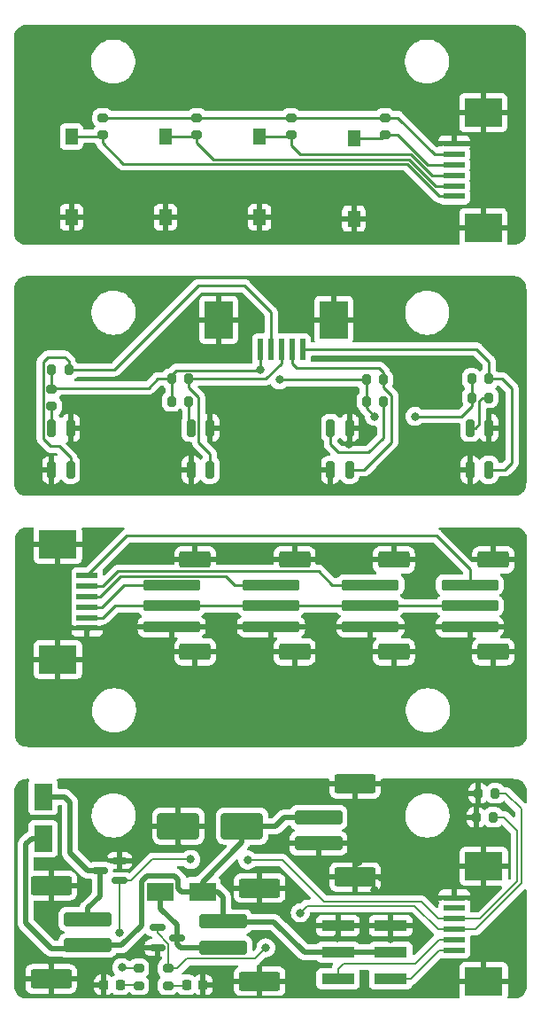
<source format=gbr>
%TF.GenerationSoftware,KiCad,Pcbnew,(6.0.5)*%
%TF.CreationDate,2022-06-24T16:36:08-05:00*%
%TF.ProjectId,Big Kahuna Board,42696720-4b61-4687-956e-6120426f6172,rev?*%
%TF.SameCoordinates,Original*%
%TF.FileFunction,Copper,L1,Top*%
%TF.FilePolarity,Positive*%
%FSLAX46Y46*%
G04 Gerber Fmt 4.6, Leading zero omitted, Abs format (unit mm)*
G04 Created by KiCad (PCBNEW (6.0.5)) date 2022-06-24 16:36:08*
%MOMM*%
%LPD*%
G01*
G04 APERTURE LIST*
G04 Aperture macros list*
%AMRoundRect*
0 Rectangle with rounded corners*
0 $1 Rounding radius*
0 $2 $3 $4 $5 $6 $7 $8 $9 X,Y pos of 4 corners*
0 Add a 4 corners polygon primitive as box body*
4,1,4,$2,$3,$4,$5,$6,$7,$8,$9,$2,$3,0*
0 Add four circle primitives for the rounded corners*
1,1,$1+$1,$2,$3*
1,1,$1+$1,$4,$5*
1,1,$1+$1,$6,$7*
1,1,$1+$1,$8,$9*
0 Add four rect primitives between the rounded corners*
20,1,$1+$1,$2,$3,$4,$5,0*
20,1,$1+$1,$4,$5,$6,$7,0*
20,1,$1+$1,$6,$7,$8,$9,0*
20,1,$1+$1,$8,$9,$2,$3,0*%
G04 Aperture macros list end*
%TA.AperFunction,SMDPad,CuDef*%
%ADD10RoundRect,0.200000X0.275000X-0.200000X0.275000X0.200000X-0.275000X0.200000X-0.275000X-0.200000X0*%
%TD*%
%TA.AperFunction,SMDPad,CuDef*%
%ADD11R,1.200000X1.500000*%
%TD*%
%TA.AperFunction,SMDPad,CuDef*%
%ADD12R,2.000000X0.610000*%
%TD*%
%TA.AperFunction,SMDPad,CuDef*%
%ADD13R,3.600000X2.680000*%
%TD*%
%TA.AperFunction,SMDPad,CuDef*%
%ADD14RoundRect,0.200000X-0.275000X0.200000X-0.275000X-0.200000X0.275000X-0.200000X0.275000X0.200000X0*%
%TD*%
%TA.AperFunction,SMDPad,CuDef*%
%ADD15RoundRect,0.200000X-0.200000X-0.275000X0.200000X-0.275000X0.200000X0.275000X-0.200000X0.275000X0*%
%TD*%
%TA.AperFunction,SMDPad,CuDef*%
%ADD16RoundRect,0.197500X-0.197500X-0.632500X0.197500X-0.632500X0.197500X0.632500X-0.197500X0.632500X0*%
%TD*%
%TA.AperFunction,SMDPad,CuDef*%
%ADD17R,0.610000X2.000000*%
%TD*%
%TA.AperFunction,SMDPad,CuDef*%
%ADD18R,2.680000X3.600000*%
%TD*%
%TA.AperFunction,SMDPad,CuDef*%
%ADD19RoundRect,0.250000X-1.250000X0.550000X-1.250000X-0.550000X1.250000X-0.550000X1.250000X0.550000X0*%
%TD*%
%TA.AperFunction,SMDPad,CuDef*%
%ADD20RoundRect,0.250000X-2.500000X0.250000X-2.500000X-0.250000X2.500000X-0.250000X2.500000X0.250000X0*%
%TD*%
%TA.AperFunction,SMDPad,CuDef*%
%ADD21R,1.800000X2.500000*%
%TD*%
%TA.AperFunction,SMDPad,CuDef*%
%ADD22RoundRect,0.250000X1.750000X1.000000X-1.750000X1.000000X-1.750000X-1.000000X1.750000X-1.000000X0*%
%TD*%
%TA.AperFunction,SMDPad,CuDef*%
%ADD23RoundRect,0.130000X2.120000X-0.520000X2.120000X0.520000X-2.120000X0.520000X-2.120000X-0.520000X0*%
%TD*%
%TA.AperFunction,SMDPad,CuDef*%
%ADD24RoundRect,0.180000X1.770000X-0.720000X1.770000X0.720000X-1.770000X0.720000X-1.770000X-0.720000X0*%
%TD*%
%TA.AperFunction,SMDPad,CuDef*%
%ADD25RoundRect,0.130000X-2.120000X0.520000X-2.120000X-0.520000X2.120000X-0.520000X2.120000X0.520000X0*%
%TD*%
%TA.AperFunction,SMDPad,CuDef*%
%ADD26RoundRect,0.180000X-1.770000X0.720000X-1.770000X-0.720000X1.770000X-0.720000X1.770000X0.720000X0*%
%TD*%
%TA.AperFunction,SMDPad,CuDef*%
%ADD27R,2.500000X1.800000*%
%TD*%
%TA.AperFunction,SMDPad,CuDef*%
%ADD28RoundRect,0.218750X-0.218750X-0.256250X0.218750X-0.256250X0.218750X0.256250X-0.218750X0.256250X0*%
%TD*%
%TA.AperFunction,SMDPad,CuDef*%
%ADD29RoundRect,0.218750X0.218750X0.256250X-0.218750X0.256250X-0.218750X-0.256250X0.218750X-0.256250X0*%
%TD*%
%TA.AperFunction,SMDPad,CuDef*%
%ADD30R,3.150000X1.000000*%
%TD*%
%TA.AperFunction,SMDPad,CuDef*%
%ADD31RoundRect,0.150000X0.587500X0.150000X-0.587500X0.150000X-0.587500X-0.150000X0.587500X-0.150000X0*%
%TD*%
%TA.AperFunction,SMDPad,CuDef*%
%ADD32RoundRect,0.150000X-0.587500X-0.150000X0.587500X-0.150000X0.587500X0.150000X-0.587500X0.150000X0*%
%TD*%
%TA.AperFunction,ViaPad*%
%ADD33C,0.800000*%
%TD*%
%TA.AperFunction,Conductor*%
%ADD34C,0.250000*%
%TD*%
%TA.AperFunction,Conductor*%
%ADD35C,0.200000*%
%TD*%
%TA.AperFunction,Conductor*%
%ADD36C,0.500000*%
%TD*%
G04 APERTURE END LIST*
D10*
%TO.P,R4,1*%
%TO.N,/Button A*%
X112830000Y-51280000D03*
%TO.P,R4,2*%
%TO.N,+3V3*%
X112830000Y-49630000D03*
%TD*%
%TO.P,R11,1*%
%TO.N,/Button C*%
X130830000Y-51280000D03*
%TO.P,R11,2*%
%TO.N,+3V3*%
X130830000Y-49630000D03*
%TD*%
%TO.P,R14,1*%
%TO.N,/Button D*%
X139830000Y-51280000D03*
%TO.P,R14,2*%
%TO.N,+3V3*%
X139830000Y-49630000D03*
%TD*%
D11*
%TO.P,SW4,1,1*%
%TO.N,/Button D*%
X136830000Y-51580000D03*
%TO.P,SW4,2,2*%
%TO.N,GND*%
X136830000Y-59280000D03*
%TD*%
%TO.P,SW3,1,1*%
%TO.N,/Button C*%
X127830000Y-51430000D03*
%TO.P,SW3,2,2*%
%TO.N,GND*%
X127830000Y-59130000D03*
%TD*%
D12*
%TO.P,J9,1,Pin_1*%
%TO.N,/Button A*%
X146420000Y-57140000D03*
%TO.P,J9,2,Pin_2*%
%TO.N,/Button B*%
X146420000Y-56140000D03*
%TO.P,J9,3,Pin_3*%
%TO.N,/Button C*%
X146420000Y-55140000D03*
%TO.P,J9,4,Pin_4*%
%TO.N,/Button D*%
X146420000Y-54140000D03*
%TO.P,J9,5,Pin_5*%
%TO.N,+3V3*%
X146420000Y-53140000D03*
%TO.P,J9,6,Pin_6*%
%TO.N,GND*%
X146420000Y-52140000D03*
D13*
%TO.P,J9,MP,MountPin*%
X149220000Y-60130000D03*
X149220000Y-49150000D03*
%TD*%
D11*
%TO.P,SW1,1,1*%
%TO.N,/Button A*%
X109830000Y-51430000D03*
%TO.P,SW1,2,2*%
%TO.N,GND*%
X109830000Y-59130000D03*
%TD*%
%TO.P,SW2,1,1*%
%TO.N,/Button B*%
X118830000Y-51430000D03*
%TO.P,SW2,2,2*%
%TO.N,GND*%
X118830000Y-59130000D03*
%TD*%
D10*
%TO.P,R7,1*%
%TO.N,/Button B*%
X121830000Y-51280000D03*
%TO.P,R7,2*%
%TO.N,+3V3*%
X121830000Y-49630000D03*
%TD*%
D14*
%TO.P,R12,1*%
%TO.N,+3V3*%
X107950000Y-75535000D03*
%TO.P,R12,2*%
%TO.N,Net-(R12-Pad2)*%
X107950000Y-77185000D03*
%TD*%
D15*
%TO.P,R3,1*%
%TO.N,+3V3*%
X138020000Y-76730000D03*
%TO.P,R3,2*%
%TO.N,Net-(R3-Pad2)*%
X139670000Y-76730000D03*
%TD*%
D16*
%TO.P,U3,1,A*%
%TO.N,Net-(R9-Pad2)*%
X121283333Y-79260000D03*
%TO.P,U3,2,K*%
%TO.N,GND*%
X121283333Y-83260000D03*
%TO.P,U3,3*%
%TO.N,/Button B*%
X123083333Y-83260000D03*
%TO.P,U3,4*%
%TO.N,GND*%
X123083333Y-79260000D03*
%TD*%
D15*
%TO.P,R8,1*%
%TO.N,+3V3*%
X148100000Y-74560000D03*
%TO.P,R8,2*%
%TO.N,/Button D*%
X149750000Y-74560000D03*
%TD*%
%TO.P,R13,1*%
%TO.N,+3V3*%
X107925000Y-73710000D03*
%TO.P,R13,2*%
%TO.N,/Button A*%
X109575000Y-73710000D03*
%TD*%
%TO.P,R9,1*%
%TO.N,+3V3*%
X119410000Y-76730000D03*
%TO.P,R9,2*%
%TO.N,Net-(R9-Pad2)*%
X121060000Y-76730000D03*
%TD*%
D16*
%TO.P,U4,1,A*%
%TO.N,Net-(R12-Pad2)*%
X107950000Y-79260000D03*
%TO.P,U4,2,K*%
%TO.N,GND*%
X107950000Y-83260000D03*
%TO.P,U4,3*%
%TO.N,/Button A*%
X109750000Y-83260000D03*
%TO.P,U4,4*%
%TO.N,GND*%
X109750000Y-79260000D03*
%TD*%
D17*
%TO.P,J9,1,Pin_1*%
%TO.N,/Button D*%
X131922000Y-71746000D03*
%TO.P,J9,2,Pin_2*%
%TO.N,/Button C*%
X130922000Y-71746000D03*
%TO.P,J9,3,Pin_3*%
%TO.N,/Button B*%
X129922000Y-71746000D03*
%TO.P,J9,4,Pin_4*%
%TO.N,/Button A*%
X128922000Y-71746000D03*
%TO.P,J9,5,Pin_5*%
%TO.N,+3V3*%
X127922000Y-71746000D03*
%TO.P,J9,6,Pin_6*%
%TO.N,GND*%
X126922000Y-71746000D03*
D18*
%TO.P,J9,MP,MountPin*%
X134912000Y-68946000D03*
X123932000Y-68946000D03*
%TD*%
D15*
%TO.P,R10,1*%
%TO.N,+3V3*%
X119430000Y-74560000D03*
%TO.P,R10,2*%
%TO.N,/Button B*%
X121080000Y-74560000D03*
%TD*%
%TO.P,R5,1*%
%TO.N,+3V3*%
X138020000Y-74670000D03*
%TO.P,R5,2*%
%TO.N,/Button C*%
X139670000Y-74670000D03*
%TD*%
%TO.P,R6,1*%
%TO.N,+3V3*%
X148105000Y-76380000D03*
%TO.P,R6,2*%
%TO.N,Net-(R6-Pad2)*%
X149755000Y-76380000D03*
%TD*%
D16*
%TO.P,U2,1,A*%
%TO.N,Net-(R6-Pad2)*%
X147950000Y-79260000D03*
%TO.P,U2,2,K*%
%TO.N,GND*%
X147950000Y-83260000D03*
%TO.P,U2,3*%
%TO.N,/Button D*%
X149750000Y-83260000D03*
%TO.P,U2,4*%
%TO.N,GND*%
X149750000Y-79260000D03*
%TD*%
%TO.P,U1,1,A*%
%TO.N,Net-(R3-Pad2)*%
X134616666Y-79260000D03*
%TO.P,U1,2,K*%
%TO.N,GND*%
X134616666Y-83260000D03*
%TO.P,U1,3*%
%TO.N,/Button C*%
X136416666Y-83260000D03*
%TO.P,U1,4*%
%TO.N,GND*%
X136416666Y-79260000D03*
%TD*%
D19*
%TO.P,J7,MP,MountPin*%
%TO.N,GND*%
X131172000Y-100644000D03*
X131172000Y-91844000D03*
D20*
%TO.P,J7,3,Pin_3*%
X128922000Y-98244000D03*
%TO.P,J7,2,Pin_2*%
%TO.N,+3V3*%
X128922000Y-96244000D03*
%TO.P,J7,1,Pin_1*%
%TO.N,/C*%
X128922000Y-94244000D03*
%TD*%
D19*
%TO.P,J8,MP,MountPin*%
%TO.N,GND*%
X121672000Y-91844000D03*
X121672000Y-100644000D03*
D20*
%TO.P,J8,3,Pin_3*%
X119422000Y-98244000D03*
%TO.P,J8,2,Pin_2*%
%TO.N,+3V3*%
X119422000Y-96244000D03*
%TO.P,J8,1,Pin_1*%
%TO.N,/D*%
X119422000Y-94244000D03*
%TD*%
D19*
%TO.P,J5,MP,MountPin*%
%TO.N,GND*%
X140672000Y-91844000D03*
X140672000Y-100644000D03*
D20*
%TO.P,J5,3,Pin_3*%
X138422000Y-98244000D03*
%TO.P,J5,2,Pin_2*%
%TO.N,+3V3*%
X138422000Y-96244000D03*
%TO.P,J5,1,Pin_1*%
%TO.N,/B*%
X138422000Y-94244000D03*
%TD*%
D13*
%TO.P,J9,MP,MountPin*%
%TO.N,GND*%
X108532000Y-101374000D03*
X108532000Y-90394000D03*
D12*
%TO.P,J9,6,Pin_6*%
X111332000Y-98384000D03*
%TO.P,J9,5,Pin_5*%
%TO.N,+3V3*%
X111332000Y-97384000D03*
%TO.P,J9,4,Pin_4*%
%TO.N,/D*%
X111332000Y-96384000D03*
%TO.P,J9,3,Pin_3*%
%TO.N,/C*%
X111332000Y-95384000D03*
%TO.P,J9,2,Pin_2*%
%TO.N,/B*%
X111332000Y-94384000D03*
%TO.P,J9,1,Pin_1*%
%TO.N,/A*%
X111332000Y-93384000D03*
%TD*%
D19*
%TO.P,J2,MP,MountPin*%
%TO.N,GND*%
X150172000Y-91844000D03*
X150172000Y-100644000D03*
D20*
%TO.P,J2,3,Pin_3*%
X147922000Y-98244000D03*
%TO.P,J2,2,Pin_2*%
%TO.N,+3V3*%
X147922000Y-96244000D03*
%TO.P,J2,1,Pin_1*%
%TO.N,/A*%
X147922000Y-94244000D03*
%TD*%
D21*
%TO.P,D2,1,K*%
%TO.N,+VDC*%
X107126000Y-118486000D03*
%TO.P,D2,2,A*%
%TO.N,Net-(D2-Pad2)*%
X107126000Y-114486000D03*
%TD*%
D15*
%TO.P,R2,1*%
%TO.N,GND*%
X148528000Y-116454000D03*
%TO.P,R2,2*%
%TO.N,/Thing 1*%
X150178000Y-116454000D03*
%TD*%
D10*
%TO.P,R3,1*%
%TO.N,Net-(D3-Pad2)*%
X119064000Y-132519000D03*
%TO.P,R3,2*%
%TO.N,/Thing 2*%
X119064000Y-130869000D03*
%TD*%
D22*
%TO.P,C1,1*%
%TO.N,+VDC*%
X126160000Y-117290000D03*
%TO.P,C1,2*%
%TO.N,GND*%
X120060000Y-117290000D03*
%TD*%
D23*
%TO.P,J6,1,Pin_1*%
%TO.N,+VDC*%
X133460000Y-116450000D03*
%TO.P,J6,2,Pin_2*%
%TO.N,GND*%
X133460000Y-118950000D03*
D24*
%TO.P,J6,MP,MountPin*%
X136960000Y-122150000D03*
X136960000Y-113250000D03*
%TD*%
D25*
%TO.P,J1,1,Pin_1*%
%TO.N,+VDC*%
X111379742Y-128680000D03*
%TO.P,J1,2,Pin_2*%
%TO.N,Net-(D2-Pad2)*%
X111379742Y-126180000D03*
D26*
%TO.P,J1,MP,MountPin*%
%TO.N,GND*%
X107879742Y-131880000D03*
X107879742Y-122980000D03*
%TD*%
D15*
%TO.P,R4,1*%
%TO.N,GND*%
X148719000Y-114168000D03*
%TO.P,R4,2*%
%TO.N,/Thing 2*%
X150369000Y-114168000D03*
%TD*%
D27*
%TO.P,D4,1,K*%
%TO.N,+VDC*%
X122366000Y-123566000D03*
%TO.P,D4,2,A*%
%TO.N,Net-(D4-Pad2)*%
X118366000Y-123566000D03*
%TD*%
D28*
%TO.P,D1,1,K*%
%TO.N,GND*%
X112917000Y-132456000D03*
%TO.P,D1,2,A*%
%TO.N,Net-(D1-Pad2)*%
X114492000Y-132456000D03*
%TD*%
D29*
%TO.P,D3,1,K*%
%TO.N,GND*%
X122417000Y-132456000D03*
%TO.P,D3,2,A*%
%TO.N,Net-(D3-Pad2)*%
X120842000Y-132456000D03*
%TD*%
D10*
%TO.P,R1,1*%
%TO.N,Net-(D1-Pad2)*%
X116270000Y-132519000D03*
%TO.P,R1,2*%
%TO.N,/Thing 1*%
X116270000Y-130869000D03*
%TD*%
D12*
%TO.P,J9,1,Pin_1*%
%TO.N,/SERVO_4*%
X146460000Y-129130000D03*
%TO.P,J9,2,Pin_2*%
%TO.N,/SERVO_2*%
X146460000Y-128130000D03*
%TO.P,J9,3,Pin_3*%
%TO.N,/Thing 2*%
X146460000Y-127130000D03*
%TO.P,J9,4,Pin_4*%
%TO.N,/Thing 1*%
X146460000Y-126130000D03*
%TO.P,J9,5,Pin_5*%
%TO.N,+3V3*%
X146460000Y-125130000D03*
%TO.P,J9,6,Pin_6*%
%TO.N,GND*%
X146460000Y-124130000D03*
D13*
%TO.P,J9,MP,MountPin*%
X149260000Y-132120000D03*
X149260000Y-121140000D03*
%TD*%
D30*
%TO.P,J4,1,Pin_1*%
%TO.N,/SERVO_4*%
X140365000Y-131860000D03*
%TO.P,J4,2,Pin_2*%
%TO.N,/SERVO_2*%
X135315000Y-131860000D03*
%TO.P,J4,3,Pin_3*%
%TO.N,+VDC*%
X140365000Y-129320000D03*
%TO.P,J4,4,Pin_4*%
X135315000Y-129320000D03*
%TO.P,J4,5,Pin_5*%
%TO.N,GND*%
X140365000Y-126780000D03*
%TO.P,J4,6,Pin_6*%
X135315000Y-126780000D03*
%TD*%
D23*
%TO.P,J2,1,Pin_1*%
%TO.N,+VDC*%
X124340000Y-126400000D03*
%TO.P,J2,2,Pin_2*%
%TO.N,Net-(D4-Pad2)*%
X124340000Y-128900000D03*
D24*
%TO.P,J2,MP,MountPin*%
%TO.N,GND*%
X127840000Y-123200000D03*
X127840000Y-132100000D03*
%TD*%
D31*
%TO.P,Q1,1,G*%
%TO.N,/Thing 1*%
X114413500Y-122484000D03*
%TO.P,Q1,2,S*%
%TO.N,GND*%
X114413500Y-120584000D03*
%TO.P,Q1,3,D*%
%TO.N,Net-(D2-Pad2)*%
X112538500Y-121534000D03*
%TD*%
D32*
%TO.P,Q2,1,G*%
%TO.N,/Thing 2*%
X118048000Y-127000000D03*
%TO.P,Q2,2,S*%
%TO.N,GND*%
X118048000Y-128900000D03*
%TO.P,Q2,3,D*%
%TO.N,Net-(D4-Pad2)*%
X119923000Y-127950000D03*
%TD*%
D33*
%TO.N,GND*%
X110970000Y-47690000D03*
X143100000Y-57410000D03*
X149170000Y-52140000D03*
X111830000Y-59280000D03*
X125830000Y-59280000D03*
X152520000Y-60030000D03*
X124290000Y-55580000D03*
X120180000Y-46990000D03*
X135510000Y-55550000D03*
X128560000Y-47140000D03*
X146060000Y-50620000D03*
X138830000Y-59280000D03*
X149290000Y-46010000D03*
X145830000Y-60280000D03*
X138830000Y-47280000D03*
X145810000Y-49210000D03*
X107830000Y-59280000D03*
X120830000Y-59280000D03*
X116830000Y-59280000D03*
X149260000Y-56830000D03*
X106120800Y-52287200D03*
X129830000Y-59280000D03*
X152370000Y-48970000D03*
X134830000Y-59280000D03*
X116350000Y-80760000D03*
X136350000Y-80860000D03*
X125840000Y-72210000D03*
X106350000Y-65760000D03*
X120850000Y-81310000D03*
X126300000Y-68910000D03*
X138050000Y-79660000D03*
X113850000Y-80760000D03*
X127340000Y-69690000D03*
X106300000Y-83360000D03*
X148850000Y-65760000D03*
X151350000Y-73260000D03*
X134950000Y-65860000D03*
X123430000Y-77250000D03*
X128850000Y-78260000D03*
X126350000Y-78260000D03*
X108850000Y-68260000D03*
X117780000Y-76660000D03*
X119790000Y-70600000D03*
X113850000Y-78260000D03*
X146550000Y-83510000D03*
X132150000Y-69260000D03*
X110700000Y-81260000D03*
X105640000Y-76240000D03*
X118850000Y-65760000D03*
X141350000Y-73260000D03*
X146350000Y-75760000D03*
X150350000Y-70600000D03*
X130270000Y-66440000D03*
X138850000Y-65760000D03*
X111860000Y-71980000D03*
X116350000Y-83260000D03*
X124200000Y-81210000D03*
X149550000Y-81310000D03*
X121450000Y-85160000D03*
X108850000Y-65760000D03*
X111350000Y-78260000D03*
X141880000Y-75310000D03*
X126350000Y-83260000D03*
X139820000Y-70020000D03*
X131350000Y-78260000D03*
X134650000Y-85160000D03*
X131350000Y-75760000D03*
X126350000Y-75760000D03*
X147950000Y-81360000D03*
X113850000Y-83260000D03*
X138850000Y-68260000D03*
X116350000Y-78260000D03*
X109750000Y-76960000D03*
X143850000Y-75760000D03*
X126350000Y-80760000D03*
X118620000Y-78780000D03*
X152060000Y-84460000D03*
X141380000Y-81400000D03*
X150950000Y-79310000D03*
X105840000Y-73400000D03*
X133000000Y-83210000D03*
X143850000Y-73260000D03*
X121450000Y-69010000D03*
X146350000Y-80760000D03*
X133850000Y-75760000D03*
X146190000Y-73590000D03*
X106350000Y-68260000D03*
X118850000Y-80760000D03*
X131350000Y-80760000D03*
X119730000Y-72230000D03*
X141350000Y-83260000D03*
X108150000Y-85260000D03*
X123800000Y-72210000D03*
X143850000Y-80760000D03*
X128850000Y-75760000D03*
X150800000Y-77660000D03*
X143850000Y-83260000D03*
X136300000Y-77210000D03*
X105690000Y-80350000D03*
X131350000Y-83190000D03*
X111350000Y-83260000D03*
X119400000Y-83510000D03*
X108850000Y-70760000D03*
X128850000Y-83260000D03*
X128850000Y-80760000D03*
X138000000Y-69310000D03*
X151350000Y-68260000D03*
X148100000Y-85210000D03*
X117540000Y-73400000D03*
X148850000Y-68260000D03*
X106350000Y-70760000D03*
X141970000Y-84560000D03*
X123180000Y-75890000D03*
X151350000Y-65760000D03*
%TO.N,+3V3*%
X129720000Y-74680000D03*
X142700000Y-78160000D03*
X138820000Y-78160000D03*
X127910000Y-73680000D03*
%TO.N,GND*%
X137912000Y-100104000D03*
X108582000Y-98384000D03*
X147192000Y-100504000D03*
X150142000Y-89794000D03*
X152772000Y-91874000D03*
X151842000Y-98344000D03*
X105232000Y-90494000D03*
X115092000Y-91404000D03*
X151962000Y-94474000D03*
X118932000Y-100044000D03*
X124482000Y-98224000D03*
X113362000Y-89644000D03*
X111692000Y-99904000D03*
X108462000Y-104514000D03*
X142292000Y-98274000D03*
X111922000Y-90244000D03*
X137832000Y-91634000D03*
X133492000Y-98224000D03*
X152792000Y-100654000D03*
X147512000Y-90224000D03*
X111942000Y-101314000D03*
X145512000Y-92154000D03*
X118642000Y-91524000D03*
X133782000Y-91614000D03*
X143402000Y-91954000D03*
X127982000Y-100074000D03*
X108492000Y-93694000D03*
X124482000Y-91614000D03*
X115182000Y-98194000D03*
X128582000Y-91554000D03*
X105382000Y-101554000D03*
X150112000Y-102844000D03*
X133610000Y-114070000D03*
X137320000Y-120710000D03*
X122370000Y-131080000D03*
X132720000Y-130980000D03*
X145988000Y-130932000D03*
X112980000Y-130770000D03*
X127970000Y-113600000D03*
X149210000Y-124130000D03*
X135280000Y-127950000D03*
X116020000Y-129140000D03*
X131510000Y-114676000D03*
X148550000Y-124690000D03*
X111390000Y-130480000D03*
X129780000Y-130110000D03*
X110890000Y-131820000D03*
X111620000Y-132550000D03*
X148440000Y-123460000D03*
X152560000Y-132020000D03*
X144140000Y-123690000D03*
X117650000Y-131550000D03*
X146030000Y-120050000D03*
X120030000Y-119400000D03*
X128716000Y-125090000D03*
X149360000Y-129930000D03*
X137120000Y-117890000D03*
X132660000Y-128010000D03*
X116130000Y-120260000D03*
X116840000Y-118870000D03*
X107870000Y-130140000D03*
X124830000Y-122230000D03*
X151820000Y-125870000D03*
X123230000Y-114130000D03*
X146100000Y-122610000D03*
X132670000Y-121760000D03*
X143720000Y-132340000D03*
X117650000Y-130430000D03*
X105094000Y-116454000D03*
X152240000Y-130770000D03*
X150400000Y-126690000D03*
X110700000Y-113580000D03*
X108410000Y-120900000D03*
X149330000Y-118000000D03*
X145870000Y-132270000D03*
X138980000Y-119910000D03*
X147260000Y-117950000D03*
X107740000Y-125270000D03*
X129920000Y-119460000D03*
X130910000Y-123840000D03*
X148200000Y-118370000D03*
X117230000Y-117190000D03*
X112880000Y-120260000D03*
X136990000Y-116210000D03*
X143170000Y-127340000D03*
X132640000Y-126770000D03*
X117830000Y-115020000D03*
X132400000Y-132760000D03*
X147370000Y-113920000D03*
X140370000Y-128100000D03*
X140240000Y-114460000D03*
X142650000Y-128270000D03*
X145850000Y-121200000D03*
X143110000Y-122220000D03*
X124860000Y-131030000D03*
X107090000Y-120990000D03*
X117360000Y-113710000D03*
X140710000Y-123120000D03*
X136620000Y-119910000D03*
X107660000Y-126730000D03*
X137850000Y-126700000D03*
X123128000Y-117216000D03*
X120080000Y-114676000D03*
X149300000Y-128820000D03*
X142570000Y-120500000D03*
X137750000Y-128060000D03*
X131220000Y-130870000D03*
X151450000Y-128120000D03*
X105520000Y-129070000D03*
X111030000Y-123210000D03*
X117680000Y-132890000D03*
X139530000Y-122250000D03*
X104940000Y-131870000D03*
X111360000Y-119320000D03*
X138740000Y-117480000D03*
X124250000Y-132520000D03*
X131070000Y-132050000D03*
X138850000Y-123430000D03*
X128920000Y-119240000D03*
%TO.N,/Thing 1*%
X121240000Y-120480000D03*
X114660000Y-130800000D03*
X126684000Y-120518000D03*
X114430000Y-127430000D03*
%TO.N,/Thing 2*%
X131720000Y-125570000D03*
X128420000Y-128910000D03*
%TD*%
D34*
%TO.N,+3V3*%
X130830000Y-49630000D02*
X139830000Y-49630000D01*
X144550000Y-53140000D02*
X146420000Y-53140000D01*
X139830000Y-49630000D02*
X141040000Y-49630000D01*
X112830000Y-49630000D02*
X121830000Y-49630000D01*
X141040000Y-49630000D02*
X144550000Y-53140000D01*
X121830000Y-49630000D02*
X130830000Y-49630000D01*
%TO.N,/Button A*%
X112830000Y-51280000D02*
X112830000Y-52070000D01*
X114810000Y-54050000D02*
X141920000Y-54050000D01*
X112830000Y-52070000D02*
X114810000Y-54050000D01*
X145010000Y-57140000D02*
X146420000Y-57140000D01*
X141920000Y-54050000D02*
X145010000Y-57140000D01*
X109830000Y-51430000D02*
X112680000Y-51430000D01*
X112680000Y-51430000D02*
X112830000Y-51280000D01*
%TO.N,/Button B*%
X142106194Y-53600490D02*
X144645704Y-56140000D01*
X144645704Y-56140000D02*
X146420000Y-56140000D01*
X123380489Y-53600489D02*
X142106194Y-53600490D01*
X118830000Y-51430000D02*
X121680000Y-51430000D01*
X121830000Y-51280000D02*
X121830000Y-52050000D01*
X121830000Y-52050000D02*
X123380489Y-53600489D01*
X121680000Y-51430000D02*
X121830000Y-51280000D01*
%TO.N,/Button C*%
X142292388Y-53150980D02*
X144281408Y-55140000D01*
X130680000Y-51430000D02*
X130830000Y-51280000D01*
X130830000Y-52250000D02*
X131730978Y-53150978D01*
X131730978Y-53150978D02*
X142292388Y-53150980D01*
X144281408Y-55140000D02*
X146420000Y-55140000D01*
X130830000Y-51280000D02*
X130830000Y-52250000D01*
X127830000Y-51430000D02*
X130680000Y-51430000D01*
%TO.N,/Button D*%
X139830000Y-51280000D02*
X141060000Y-51280000D01*
X136830000Y-51580000D02*
X139530000Y-51580000D01*
X141060000Y-51280000D02*
X143920000Y-54140000D01*
X139530000Y-51580000D02*
X139830000Y-51280000D01*
X143920000Y-54140000D02*
X146420000Y-54140000D01*
%TO.N,+3V3*%
X119430000Y-74560000D02*
X119430000Y-76710000D01*
X138020000Y-76730000D02*
X138020000Y-77360000D01*
X148100000Y-76375000D02*
X148105000Y-76380000D01*
X129740000Y-74660000D02*
X138010000Y-74660000D01*
X127922000Y-73668000D02*
X127922000Y-71746000D01*
X107950000Y-73735000D02*
X107950000Y-75535000D01*
X138010000Y-74660000D02*
X138020000Y-74670000D01*
X138020000Y-76730000D02*
X138020000Y-74670000D01*
X148100000Y-74560000D02*
X148100000Y-76375000D01*
X107950000Y-75535000D02*
X108025000Y-75460000D01*
X138020000Y-77360000D02*
X138820000Y-78160000D01*
X118100000Y-74560000D02*
X119430000Y-74560000D01*
X129720000Y-74680000D02*
X129740000Y-74660000D01*
X127910000Y-73680000D02*
X127840000Y-73750000D01*
X147150000Y-78160000D02*
X148105000Y-77205000D01*
X148105000Y-77205000D02*
X148105000Y-76380000D01*
X119860000Y-73750000D02*
X119430000Y-74180000D01*
X127910000Y-73680000D02*
X127922000Y-73668000D01*
X117200000Y-75460000D02*
X118100000Y-74560000D01*
X119430000Y-76710000D02*
X119410000Y-76730000D01*
X107925000Y-73710000D02*
X107950000Y-73735000D01*
X119430000Y-74180000D02*
X119430000Y-74560000D01*
X127840000Y-73750000D02*
X119860000Y-73750000D01*
X142700000Y-78160000D02*
X147150000Y-78160000D01*
X108025000Y-75460000D02*
X117200000Y-75460000D01*
%TO.N,Net-(R3-Pad2)*%
X134616666Y-80846666D02*
X134616666Y-79260000D01*
X135380000Y-81610000D02*
X134616666Y-80846666D01*
X139670000Y-80190000D02*
X138250000Y-81610000D01*
X139670000Y-76730000D02*
X139670000Y-80190000D01*
X138250000Y-81610000D02*
X135380000Y-81610000D01*
%TO.N,Net-(R6-Pad2)*%
X149755000Y-76380000D02*
X149180000Y-76380000D01*
X149180000Y-76380000D02*
X148850000Y-76710000D01*
X148850000Y-78910000D02*
X148500000Y-79260000D01*
X148850000Y-76710000D02*
X148850000Y-78910000D01*
X148500000Y-79260000D02*
X147950000Y-79260000D01*
%TO.N,Net-(R9-Pad2)*%
X121060000Y-76730000D02*
X121060000Y-79036667D01*
X121060000Y-79036667D02*
X121283333Y-79260000D01*
%TO.N,Net-(R12-Pad2)*%
X107950000Y-77185000D02*
X107950000Y-79260000D01*
%TO.N,/Button A*%
X107150480Y-72959520D02*
X107600000Y-72510000D01*
X113950000Y-73710000D02*
X121960000Y-65700000D01*
X109200000Y-72510000D02*
X109575000Y-72885000D01*
X121960000Y-65700000D02*
X126400000Y-65700000D01*
X109750000Y-82110000D02*
X108650000Y-81010000D01*
X109575000Y-73710000D02*
X113950000Y-73710000D01*
X128922000Y-68222000D02*
X128922000Y-71746000D01*
X109575000Y-72885000D02*
X109575000Y-73710000D01*
X109750000Y-83260000D02*
X109750000Y-82110000D01*
X107600000Y-72510000D02*
X109200000Y-72510000D01*
X107150480Y-80290480D02*
X107150480Y-72959520D01*
X107870000Y-81010000D02*
X107150480Y-80290480D01*
X108650000Y-81010000D02*
X107870000Y-81010000D01*
X126400000Y-65700000D02*
X128922000Y-68222000D01*
%TO.N,/Button B*%
X121980000Y-76340000D02*
X121980000Y-78388420D01*
X123083333Y-81723333D02*
X123083333Y-83260000D01*
X121080000Y-74560000D02*
X121080000Y-75440000D01*
X121080000Y-74560000D02*
X128440000Y-74560000D01*
X129922000Y-73078000D02*
X129922000Y-71746000D01*
X121980000Y-78388420D02*
X122002853Y-78411273D01*
X121080000Y-75440000D02*
X121980000Y-76340000D01*
X128440000Y-74560000D02*
X129922000Y-73078000D01*
X121980000Y-80131580D02*
X121980000Y-80620000D01*
X122002853Y-78411273D02*
X122002853Y-80108727D01*
X122002853Y-80108727D02*
X121980000Y-80131580D01*
X121980000Y-80620000D02*
X123083333Y-81723333D01*
%TO.N,/Button C*%
X130922000Y-73132000D02*
X130922000Y-71746000D01*
X139280000Y-73570000D02*
X131360000Y-73570000D01*
X140450000Y-80610000D02*
X137800000Y-83260000D01*
X140450000Y-76160000D02*
X140450000Y-80610000D01*
X139670000Y-73960000D02*
X139280000Y-73570000D01*
X139670000Y-74670000D02*
X139670000Y-73960000D01*
X139670000Y-75380000D02*
X140450000Y-76160000D01*
X137800000Y-83260000D02*
X136416666Y-83260000D01*
X139670000Y-74670000D02*
X139670000Y-75380000D01*
X131360000Y-73570000D02*
X130922000Y-73132000D01*
%TO.N,/Button D*%
X151960000Y-82570000D02*
X151270000Y-83260000D01*
X149750000Y-74560000D02*
X149750000Y-72910000D01*
X151000000Y-74560000D02*
X151960000Y-75520000D01*
X149750000Y-74560000D02*
X151000000Y-74560000D01*
X148586000Y-71746000D02*
X131922000Y-71746000D01*
X149750000Y-72910000D02*
X148586000Y-71746000D01*
X151270000Y-83260000D02*
X149750000Y-83260000D01*
X151960000Y-75520000D02*
X151960000Y-82570000D01*
%TO.N,/B*%
X134742000Y-94244000D02*
X133466520Y-92968520D01*
X138422000Y-94244000D02*
X134742000Y-94244000D01*
X112862000Y-94384000D02*
X111332000Y-94384000D01*
X133466520Y-92968520D02*
X114277480Y-92968520D01*
X114277480Y-92968520D02*
X112862000Y-94384000D01*
%TO.N,+3V3*%
X138422000Y-96244000D02*
X128922000Y-96244000D01*
X147922000Y-96244000D02*
X138422000Y-96244000D01*
X128922000Y-96244000D02*
X119422000Y-96244000D01*
X112862000Y-97384000D02*
X111332000Y-97384000D01*
X114002000Y-96244000D02*
X112862000Y-97384000D01*
X119422000Y-96244000D02*
X114002000Y-96244000D01*
%TO.N,/A*%
X147922000Y-92744000D02*
X144752000Y-89574000D01*
X147922000Y-94244000D02*
X147922000Y-92744000D01*
X144752000Y-89574000D02*
X115142000Y-89574000D01*
X115142000Y-89574000D02*
X111332000Y-93384000D01*
%TO.N,/C*%
X114546520Y-93419480D02*
X112582000Y-95384000D01*
X112582000Y-95384000D02*
X111332000Y-95384000D01*
X125452000Y-94244000D02*
X124627480Y-93419480D01*
X124627480Y-93419480D02*
X114546520Y-93419480D01*
X128922000Y-94244000D02*
X125452000Y-94244000D01*
%TO.N,/D*%
X112712000Y-96384000D02*
X111332000Y-96384000D01*
X114852000Y-94244000D02*
X112712000Y-96384000D01*
X119422000Y-94244000D02*
X114852000Y-94244000D01*
D35*
%TO.N,Net-(D1-Pad2)*%
X114492000Y-132456000D02*
X116207000Y-132456000D01*
X116207000Y-132456000D02*
X116270000Y-132519000D01*
D36*
%TO.N,+VDC*%
X124360000Y-126420000D02*
X124340000Y-126400000D01*
X120065511Y-123235511D02*
X120396000Y-123566000D01*
X124340000Y-126400000D02*
X124340000Y-124050000D01*
X107126000Y-118486000D02*
X106014000Y-118486000D01*
X140365000Y-129320000D02*
X135315000Y-129320000D01*
X129375000Y-117290000D02*
X130225000Y-116440000D01*
X124340000Y-124050000D02*
X123856000Y-123566000D01*
X111082484Y-128977258D02*
X111379742Y-128680000D01*
X116524000Y-126786000D02*
X116524000Y-122566000D01*
X122366000Y-123566000D02*
X122366000Y-122614000D01*
X135315000Y-129320000D02*
X132090000Y-129320000D01*
X117060000Y-122030000D02*
X119680000Y-122030000D01*
X123856000Y-123566000D02*
X122366000Y-123566000D01*
X120396000Y-123566000D02*
X122366000Y-123566000D01*
X114630000Y-128680000D02*
X116524000Y-126786000D01*
X130225000Y-116440000D02*
X133450000Y-116440000D01*
X105480222Y-119019778D02*
X105480222Y-126580222D01*
X132090000Y-129320000D02*
X129190000Y-126420000D01*
X133450000Y-116440000D02*
X133460000Y-116450000D01*
X116524000Y-122566000D02*
X117060000Y-122030000D01*
X105480222Y-126580222D02*
X107877258Y-128977258D01*
X126160000Y-118820000D02*
X126160000Y-117290000D01*
X126160000Y-117290000D02*
X129375000Y-117290000D01*
X120065511Y-122415511D02*
X120065511Y-123235511D01*
X129190000Y-126420000D02*
X124360000Y-126420000D01*
X119680000Y-122030000D02*
X120065511Y-122415511D01*
X111379742Y-128680000D02*
X114630000Y-128680000D01*
X122366000Y-122614000D02*
X126160000Y-118820000D01*
X106014000Y-118486000D02*
X105480222Y-119019778D01*
X107877258Y-128977258D02*
X111082484Y-128977258D01*
%TO.N,Net-(D2-Pad2)*%
X111354000Y-121534000D02*
X112538500Y-121534000D01*
X107126000Y-114486000D02*
X109166000Y-114486000D01*
X112538500Y-121534000D02*
X112538500Y-123981500D01*
X109710000Y-115030000D02*
X109710000Y-119890000D01*
X109710000Y-119890000D02*
X111354000Y-121534000D01*
X112538500Y-123981500D02*
X111379742Y-125140258D01*
X111379742Y-125140258D02*
X111379742Y-126180000D01*
X109166000Y-114486000D02*
X109710000Y-115030000D01*
D35*
%TO.N,Net-(D3-Pad2)*%
X120779000Y-132519000D02*
X120842000Y-132456000D01*
X119064000Y-132519000D02*
X120779000Y-132519000D01*
D36*
%TO.N,Net-(D4-Pad2)*%
X124330000Y-128910000D02*
X120270000Y-128910000D01*
X119923000Y-126711000D02*
X119923000Y-127950000D01*
X120270000Y-128910000D02*
X119923000Y-128563000D01*
X119923000Y-128563000D02*
X119923000Y-127950000D01*
X118366000Y-123566000D02*
X118366000Y-125154000D01*
X124340000Y-128900000D02*
X124330000Y-128910000D01*
X118366000Y-125154000D02*
X119923000Y-126711000D01*
D35*
%TO.N,/Thing 1*%
X152450000Y-117710000D02*
X152450000Y-122584994D01*
X144910000Y-126130000D02*
X146460000Y-126130000D01*
X114420000Y-127420000D02*
X114420000Y-122490500D01*
X114660000Y-130800000D02*
X114729000Y-130869000D01*
X152450000Y-122584994D02*
X148904994Y-126130000D01*
X126684000Y-120518000D02*
X129978000Y-120518000D01*
X114729000Y-130869000D02*
X116270000Y-130869000D01*
X115574000Y-122484000D02*
X114413500Y-122484000D01*
X114430000Y-127430000D02*
X114420000Y-127420000D01*
X133970480Y-124510480D02*
X143290480Y-124510480D01*
X117578000Y-120480000D02*
X115574000Y-122484000D01*
X150178000Y-116454000D02*
X151194000Y-116454000D01*
X143290480Y-124510480D02*
X144910000Y-126130000D01*
X121240000Y-120480000D02*
X117578000Y-120480000D01*
X129978000Y-120518000D02*
X133970480Y-124510480D01*
X114420000Y-122490500D02*
X114413500Y-122484000D01*
X148904994Y-126130000D02*
X146460000Y-126130000D01*
X151194000Y-116454000D02*
X152450000Y-117710000D01*
%TO.N,/Thing 2*%
X128420000Y-128930000D02*
X127390000Y-129960000D01*
X131720000Y-125570000D02*
X132380000Y-124910000D01*
X128420000Y-128910000D02*
X128420000Y-128930000D01*
X148470000Y-127130000D02*
X146460000Y-127130000D01*
X120870000Y-129960000D02*
X119961000Y-130869000D01*
X132380000Y-124910000D02*
X142660000Y-124910000D01*
X127390000Y-129960000D02*
X120870000Y-129960000D01*
X151388000Y-114168000D02*
X152849519Y-115629519D01*
X144880000Y-127130000D02*
X146460000Y-127130000D01*
X142660000Y-124910000D02*
X144880000Y-127130000D01*
X152849519Y-115629519D02*
X152849519Y-122750481D01*
X119085020Y-130847980D02*
X119085020Y-128535020D01*
X119961000Y-130869000D02*
X119064000Y-130869000D01*
X119064000Y-130869000D02*
X119085020Y-130847980D01*
X119085020Y-128535020D02*
X118048000Y-127498000D01*
X150369000Y-114168000D02*
X151388000Y-114168000D01*
X118048000Y-127498000D02*
X118048000Y-127000000D01*
X152849519Y-122750481D02*
X148470000Y-127130000D01*
%TO.N,/SERVO_4*%
X145020000Y-129130000D02*
X146460000Y-129130000D01*
X142290000Y-131860000D02*
X145020000Y-129130000D01*
X140365000Y-131860000D02*
X142290000Y-131860000D01*
%TO.N,/SERVO_2*%
X142710000Y-130400000D02*
X144980000Y-128130000D01*
X135315000Y-131860000D02*
X135315000Y-130925000D01*
X135840000Y-130400000D02*
X142710000Y-130400000D01*
X135315000Y-130925000D02*
X135840000Y-130400000D01*
X144980000Y-128130000D02*
X146460000Y-128130000D01*
%TD*%
%TA.AperFunction,Conductor*%
%TO.N,GND*%
G36*
X152110107Y-40789500D02*
G01*
X152124908Y-40791805D01*
X152124911Y-40791805D01*
X152133780Y-40793186D01*
X152142681Y-40792022D01*
X152142688Y-40792022D01*
X152147816Y-40791351D01*
X152174039Y-40790675D01*
X152315062Y-40801774D01*
X152334590Y-40804867D01*
X152380701Y-40815937D01*
X152495657Y-40843536D01*
X152514447Y-40849641D01*
X152667487Y-40913032D01*
X152685100Y-40922007D01*
X152826325Y-41008549D01*
X152842321Y-41020171D01*
X152968274Y-41127745D01*
X152982255Y-41141726D01*
X153089829Y-41267679D01*
X153101451Y-41283675D01*
X153187993Y-41424900D01*
X153196968Y-41442513D01*
X153260359Y-41595553D01*
X153266466Y-41614348D01*
X153305133Y-41775409D01*
X153308226Y-41794937D01*
X153318774Y-41928962D01*
X153318133Y-41945831D01*
X153318305Y-41945833D01*
X153318195Y-41954809D01*
X153316814Y-41963680D01*
X153317978Y-41972582D01*
X153317978Y-41972585D01*
X153320936Y-41995201D01*
X153322000Y-42011539D01*
X153322000Y-60540722D01*
X153320500Y-60560106D01*
X153316814Y-60583780D01*
X153317978Y-60592681D01*
X153317978Y-60592688D01*
X153318649Y-60597816D01*
X153319325Y-60624039D01*
X153308226Y-60765062D01*
X153305133Y-60784590D01*
X153266466Y-60945652D01*
X153260359Y-60964447D01*
X153196969Y-61117485D01*
X153187993Y-61135100D01*
X153101451Y-61276325D01*
X153089829Y-61292321D01*
X152982255Y-61418274D01*
X152968274Y-61432255D01*
X152842321Y-61539829D01*
X152826325Y-61551451D01*
X152685100Y-61637993D01*
X152667487Y-61646968D01*
X152514447Y-61710359D01*
X152495657Y-61716464D01*
X152347649Y-61751998D01*
X152334591Y-61755133D01*
X152315063Y-61758226D01*
X152181038Y-61768774D01*
X152164169Y-61768133D01*
X152164167Y-61768305D01*
X152155191Y-61768195D01*
X152146320Y-61766814D01*
X152137418Y-61767978D01*
X152137415Y-61767978D01*
X152114799Y-61770936D01*
X152098461Y-61772000D01*
X151631150Y-61772000D01*
X151563029Y-61751998D01*
X151516536Y-61698342D01*
X151506432Y-61628068D01*
X151513169Y-61601769D01*
X151518477Y-61587609D01*
X151522105Y-61572351D01*
X151527631Y-61521486D01*
X151528000Y-61514672D01*
X151528000Y-60402115D01*
X151523525Y-60386876D01*
X151522135Y-60385671D01*
X151514452Y-60384000D01*
X146930116Y-60384000D01*
X146914877Y-60388475D01*
X146913672Y-60389865D01*
X146912001Y-60397548D01*
X146912001Y-61514669D01*
X146912371Y-61521490D01*
X146917895Y-61572352D01*
X146921522Y-61587607D01*
X146926831Y-61601769D01*
X146932015Y-61672576D01*
X146898095Y-61734945D01*
X146835841Y-61769075D01*
X146808850Y-61772000D01*
X105569278Y-61772000D01*
X105549893Y-61770500D01*
X105535092Y-61768195D01*
X105535089Y-61768195D01*
X105526220Y-61766814D01*
X105517319Y-61767978D01*
X105517312Y-61767978D01*
X105512184Y-61768649D01*
X105485961Y-61769325D01*
X105344938Y-61758226D01*
X105325410Y-61755133D01*
X105241320Y-61734945D01*
X105164343Y-61716464D01*
X105145553Y-61710359D01*
X104992513Y-61646968D01*
X104974900Y-61637993D01*
X104833675Y-61551451D01*
X104817679Y-61539829D01*
X104691726Y-61432255D01*
X104677745Y-61418274D01*
X104570171Y-61292321D01*
X104558549Y-61276325D01*
X104472007Y-61135100D01*
X104463031Y-61117485D01*
X104399641Y-60964447D01*
X104393534Y-60945652D01*
X104354867Y-60784591D01*
X104351774Y-60765062D01*
X104341507Y-60634601D01*
X104342489Y-60612292D01*
X104341829Y-60612233D01*
X104342263Y-60607391D01*
X104343071Y-60602589D01*
X104343149Y-60596208D01*
X104343165Y-60594909D01*
X104343165Y-60594905D01*
X104343224Y-60590050D01*
X104339273Y-60562462D01*
X104338000Y-60544599D01*
X104338000Y-59924669D01*
X108722001Y-59924669D01*
X108722371Y-59931490D01*
X108727895Y-59982352D01*
X108731521Y-59997604D01*
X108776676Y-60118054D01*
X108785214Y-60133649D01*
X108861715Y-60235724D01*
X108874276Y-60248285D01*
X108976351Y-60324786D01*
X108991946Y-60333324D01*
X109112394Y-60378478D01*
X109127649Y-60382105D01*
X109178514Y-60387631D01*
X109185328Y-60388000D01*
X109557885Y-60388000D01*
X109573124Y-60383525D01*
X109574329Y-60382135D01*
X109576000Y-60374452D01*
X109576000Y-60369884D01*
X110084000Y-60369884D01*
X110088475Y-60385123D01*
X110089865Y-60386328D01*
X110097548Y-60387999D01*
X110474669Y-60387999D01*
X110481490Y-60387629D01*
X110532352Y-60382105D01*
X110547604Y-60378479D01*
X110668054Y-60333324D01*
X110683649Y-60324786D01*
X110785724Y-60248285D01*
X110798285Y-60235724D01*
X110874786Y-60133649D01*
X110883324Y-60118054D01*
X110928478Y-59997606D01*
X110932105Y-59982351D01*
X110937631Y-59931486D01*
X110938000Y-59924672D01*
X110938000Y-59924669D01*
X117722001Y-59924669D01*
X117722371Y-59931490D01*
X117727895Y-59982352D01*
X117731521Y-59997604D01*
X117776676Y-60118054D01*
X117785214Y-60133649D01*
X117861715Y-60235724D01*
X117874276Y-60248285D01*
X117976351Y-60324786D01*
X117991946Y-60333324D01*
X118112394Y-60378478D01*
X118127649Y-60382105D01*
X118178514Y-60387631D01*
X118185328Y-60388000D01*
X118557885Y-60388000D01*
X118573124Y-60383525D01*
X118574329Y-60382135D01*
X118576000Y-60374452D01*
X118576000Y-60369884D01*
X119084000Y-60369884D01*
X119088475Y-60385123D01*
X119089865Y-60386328D01*
X119097548Y-60387999D01*
X119474669Y-60387999D01*
X119481490Y-60387629D01*
X119532352Y-60382105D01*
X119547604Y-60378479D01*
X119668054Y-60333324D01*
X119683649Y-60324786D01*
X119785724Y-60248285D01*
X119798285Y-60235724D01*
X119874786Y-60133649D01*
X119883324Y-60118054D01*
X119928478Y-59997606D01*
X119932105Y-59982351D01*
X119937631Y-59931486D01*
X119938000Y-59924672D01*
X119938000Y-59924669D01*
X126722001Y-59924669D01*
X126722371Y-59931490D01*
X126727895Y-59982352D01*
X126731521Y-59997604D01*
X126776676Y-60118054D01*
X126785214Y-60133649D01*
X126861715Y-60235724D01*
X126874276Y-60248285D01*
X126976351Y-60324786D01*
X126991946Y-60333324D01*
X127112394Y-60378478D01*
X127127649Y-60382105D01*
X127178514Y-60387631D01*
X127185328Y-60388000D01*
X127557885Y-60388000D01*
X127573124Y-60383525D01*
X127574329Y-60382135D01*
X127576000Y-60374452D01*
X127576000Y-60369884D01*
X128084000Y-60369884D01*
X128088475Y-60385123D01*
X128089865Y-60386328D01*
X128097548Y-60387999D01*
X128474669Y-60387999D01*
X128481490Y-60387629D01*
X128532352Y-60382105D01*
X128547604Y-60378479D01*
X128668054Y-60333324D01*
X128683649Y-60324786D01*
X128785724Y-60248285D01*
X128798285Y-60235724D01*
X128874786Y-60133649D01*
X128883324Y-60118054D01*
X128899588Y-60074669D01*
X135722001Y-60074669D01*
X135722371Y-60081490D01*
X135727895Y-60132352D01*
X135731521Y-60147604D01*
X135776676Y-60268054D01*
X135785214Y-60283649D01*
X135861715Y-60385724D01*
X135874276Y-60398285D01*
X135976351Y-60474786D01*
X135991946Y-60483324D01*
X136112394Y-60528478D01*
X136127649Y-60532105D01*
X136178514Y-60537631D01*
X136185328Y-60538000D01*
X136557885Y-60538000D01*
X136573124Y-60533525D01*
X136574329Y-60532135D01*
X136576000Y-60524452D01*
X136576000Y-60519884D01*
X137084000Y-60519884D01*
X137088475Y-60535123D01*
X137089865Y-60536328D01*
X137097548Y-60537999D01*
X137474669Y-60537999D01*
X137481490Y-60537629D01*
X137532352Y-60532105D01*
X137547604Y-60528479D01*
X137668054Y-60483324D01*
X137683649Y-60474786D01*
X137785724Y-60398285D01*
X137798285Y-60385724D01*
X137874786Y-60283649D01*
X137883324Y-60268054D01*
X137928478Y-60147606D01*
X137932105Y-60132351D01*
X137937631Y-60081486D01*
X137938000Y-60074672D01*
X137938000Y-59857885D01*
X146912000Y-59857885D01*
X146916475Y-59873124D01*
X146917865Y-59874329D01*
X146925548Y-59876000D01*
X148947885Y-59876000D01*
X148963124Y-59871525D01*
X148964329Y-59870135D01*
X148966000Y-59862452D01*
X148966000Y-59857885D01*
X149474000Y-59857885D01*
X149478475Y-59873124D01*
X149479865Y-59874329D01*
X149487548Y-59876000D01*
X151509884Y-59876000D01*
X151525123Y-59871525D01*
X151526328Y-59870135D01*
X151527999Y-59862452D01*
X151527999Y-58745331D01*
X151527629Y-58738510D01*
X151522105Y-58687648D01*
X151518479Y-58672396D01*
X151473324Y-58551946D01*
X151464786Y-58536351D01*
X151388285Y-58434276D01*
X151375724Y-58421715D01*
X151273649Y-58345214D01*
X151258054Y-58336676D01*
X151137606Y-58291522D01*
X151122351Y-58287895D01*
X151071486Y-58282369D01*
X151064672Y-58282000D01*
X149492115Y-58282000D01*
X149476876Y-58286475D01*
X149475671Y-58287865D01*
X149474000Y-58295548D01*
X149474000Y-59857885D01*
X148966000Y-59857885D01*
X148966000Y-58300116D01*
X148961525Y-58284877D01*
X148960135Y-58283672D01*
X148952452Y-58282001D01*
X147375331Y-58282001D01*
X147368510Y-58282371D01*
X147317648Y-58287895D01*
X147302396Y-58291521D01*
X147181946Y-58336676D01*
X147166351Y-58345214D01*
X147064276Y-58421715D01*
X147051715Y-58434276D01*
X146975214Y-58536351D01*
X146966676Y-58551946D01*
X146921522Y-58672394D01*
X146917895Y-58687649D01*
X146912369Y-58738514D01*
X146912000Y-58745328D01*
X146912000Y-59857885D01*
X137938000Y-59857885D01*
X137938000Y-59552115D01*
X137933525Y-59536876D01*
X137932135Y-59535671D01*
X137924452Y-59534000D01*
X137102115Y-59534000D01*
X137086876Y-59538475D01*
X137085671Y-59539865D01*
X137084000Y-59547548D01*
X137084000Y-60519884D01*
X136576000Y-60519884D01*
X136576000Y-59552115D01*
X136571525Y-59536876D01*
X136570135Y-59535671D01*
X136562452Y-59534000D01*
X135740116Y-59534000D01*
X135724877Y-59538475D01*
X135723672Y-59539865D01*
X135722001Y-59547548D01*
X135722001Y-60074669D01*
X128899588Y-60074669D01*
X128928478Y-59997606D01*
X128932105Y-59982351D01*
X128937631Y-59931486D01*
X128938000Y-59924672D01*
X128938000Y-59402115D01*
X128933525Y-59386876D01*
X128932135Y-59385671D01*
X128924452Y-59384000D01*
X128102115Y-59384000D01*
X128086876Y-59388475D01*
X128085671Y-59389865D01*
X128084000Y-59397548D01*
X128084000Y-60369884D01*
X127576000Y-60369884D01*
X127576000Y-59402115D01*
X127571525Y-59386876D01*
X127570135Y-59385671D01*
X127562452Y-59384000D01*
X126740116Y-59384000D01*
X126724877Y-59388475D01*
X126723672Y-59389865D01*
X126722001Y-59397548D01*
X126722001Y-59924669D01*
X119938000Y-59924669D01*
X119938000Y-59402115D01*
X119933525Y-59386876D01*
X119932135Y-59385671D01*
X119924452Y-59384000D01*
X119102115Y-59384000D01*
X119086876Y-59388475D01*
X119085671Y-59389865D01*
X119084000Y-59397548D01*
X119084000Y-60369884D01*
X118576000Y-60369884D01*
X118576000Y-59402115D01*
X118571525Y-59386876D01*
X118570135Y-59385671D01*
X118562452Y-59384000D01*
X117740116Y-59384000D01*
X117724877Y-59388475D01*
X117723672Y-59389865D01*
X117722001Y-59397548D01*
X117722001Y-59924669D01*
X110938000Y-59924669D01*
X110938000Y-59402115D01*
X110933525Y-59386876D01*
X110932135Y-59385671D01*
X110924452Y-59384000D01*
X110102115Y-59384000D01*
X110086876Y-59388475D01*
X110085671Y-59389865D01*
X110084000Y-59397548D01*
X110084000Y-60369884D01*
X109576000Y-60369884D01*
X109576000Y-59402115D01*
X109571525Y-59386876D01*
X109570135Y-59385671D01*
X109562452Y-59384000D01*
X108740116Y-59384000D01*
X108724877Y-59388475D01*
X108723672Y-59389865D01*
X108722001Y-59397548D01*
X108722001Y-59924669D01*
X104338000Y-59924669D01*
X104338000Y-59007885D01*
X135722000Y-59007885D01*
X135726475Y-59023124D01*
X135727865Y-59024329D01*
X135735548Y-59026000D01*
X136557885Y-59026000D01*
X136573124Y-59021525D01*
X136574329Y-59020135D01*
X136576000Y-59012452D01*
X136576000Y-59007885D01*
X137084000Y-59007885D01*
X137088475Y-59023124D01*
X137089865Y-59024329D01*
X137097548Y-59026000D01*
X137919884Y-59026000D01*
X137935123Y-59021525D01*
X137936328Y-59020135D01*
X137937999Y-59012452D01*
X137937999Y-58485331D01*
X137937629Y-58478510D01*
X137932105Y-58427648D01*
X137928479Y-58412396D01*
X137883324Y-58291946D01*
X137874786Y-58276351D01*
X137798285Y-58174276D01*
X137785724Y-58161715D01*
X137683649Y-58085214D01*
X137668054Y-58076676D01*
X137547606Y-58031522D01*
X137532351Y-58027895D01*
X137481486Y-58022369D01*
X137474672Y-58022000D01*
X137102115Y-58022000D01*
X137086876Y-58026475D01*
X137085671Y-58027865D01*
X137084000Y-58035548D01*
X137084000Y-59007885D01*
X136576000Y-59007885D01*
X136576000Y-58040116D01*
X136571525Y-58024877D01*
X136570135Y-58023672D01*
X136562452Y-58022001D01*
X136185331Y-58022001D01*
X136178510Y-58022371D01*
X136127648Y-58027895D01*
X136112396Y-58031521D01*
X135991946Y-58076676D01*
X135976351Y-58085214D01*
X135874276Y-58161715D01*
X135861715Y-58174276D01*
X135785214Y-58276351D01*
X135776676Y-58291946D01*
X135731522Y-58412394D01*
X135727895Y-58427649D01*
X135722369Y-58478514D01*
X135722000Y-58485328D01*
X135722000Y-59007885D01*
X104338000Y-59007885D01*
X104338000Y-58857885D01*
X108722000Y-58857885D01*
X108726475Y-58873124D01*
X108727865Y-58874329D01*
X108735548Y-58876000D01*
X109557885Y-58876000D01*
X109573124Y-58871525D01*
X109574329Y-58870135D01*
X109576000Y-58862452D01*
X109576000Y-58857885D01*
X110084000Y-58857885D01*
X110088475Y-58873124D01*
X110089865Y-58874329D01*
X110097548Y-58876000D01*
X110919884Y-58876000D01*
X110935123Y-58871525D01*
X110936328Y-58870135D01*
X110937999Y-58862452D01*
X110937999Y-58857885D01*
X117722000Y-58857885D01*
X117726475Y-58873124D01*
X117727865Y-58874329D01*
X117735548Y-58876000D01*
X118557885Y-58876000D01*
X118573124Y-58871525D01*
X118574329Y-58870135D01*
X118576000Y-58862452D01*
X118576000Y-58857885D01*
X119084000Y-58857885D01*
X119088475Y-58873124D01*
X119089865Y-58874329D01*
X119097548Y-58876000D01*
X119919884Y-58876000D01*
X119935123Y-58871525D01*
X119936328Y-58870135D01*
X119937999Y-58862452D01*
X119937999Y-58857885D01*
X126722000Y-58857885D01*
X126726475Y-58873124D01*
X126727865Y-58874329D01*
X126735548Y-58876000D01*
X127557885Y-58876000D01*
X127573124Y-58871525D01*
X127574329Y-58870135D01*
X127576000Y-58862452D01*
X127576000Y-58857885D01*
X128084000Y-58857885D01*
X128088475Y-58873124D01*
X128089865Y-58874329D01*
X128097548Y-58876000D01*
X128919884Y-58876000D01*
X128935123Y-58871525D01*
X128936328Y-58870135D01*
X128937999Y-58862452D01*
X128937999Y-58335331D01*
X128937629Y-58328510D01*
X128932105Y-58277648D01*
X128928479Y-58262396D01*
X128883324Y-58141946D01*
X128874786Y-58126351D01*
X128798285Y-58024276D01*
X128785724Y-58011715D01*
X128683649Y-57935214D01*
X128668054Y-57926676D01*
X128547606Y-57881522D01*
X128532351Y-57877895D01*
X128481486Y-57872369D01*
X128474672Y-57872000D01*
X128102115Y-57872000D01*
X128086876Y-57876475D01*
X128085671Y-57877865D01*
X128084000Y-57885548D01*
X128084000Y-58857885D01*
X127576000Y-58857885D01*
X127576000Y-57890116D01*
X127571525Y-57874877D01*
X127570135Y-57873672D01*
X127562452Y-57872001D01*
X127185331Y-57872001D01*
X127178510Y-57872371D01*
X127127648Y-57877895D01*
X127112396Y-57881521D01*
X126991946Y-57926676D01*
X126976351Y-57935214D01*
X126874276Y-58011715D01*
X126861715Y-58024276D01*
X126785214Y-58126351D01*
X126776676Y-58141946D01*
X126731522Y-58262394D01*
X126727895Y-58277649D01*
X126722369Y-58328514D01*
X126722000Y-58335328D01*
X126722000Y-58857885D01*
X119937999Y-58857885D01*
X119937999Y-58335331D01*
X119937629Y-58328510D01*
X119932105Y-58277648D01*
X119928479Y-58262396D01*
X119883324Y-58141946D01*
X119874786Y-58126351D01*
X119798285Y-58024276D01*
X119785724Y-58011715D01*
X119683649Y-57935214D01*
X119668054Y-57926676D01*
X119547606Y-57881522D01*
X119532351Y-57877895D01*
X119481486Y-57872369D01*
X119474672Y-57872000D01*
X119102115Y-57872000D01*
X119086876Y-57876475D01*
X119085671Y-57877865D01*
X119084000Y-57885548D01*
X119084000Y-58857885D01*
X118576000Y-58857885D01*
X118576000Y-57890116D01*
X118571525Y-57874877D01*
X118570135Y-57873672D01*
X118562452Y-57872001D01*
X118185331Y-57872001D01*
X118178510Y-57872371D01*
X118127648Y-57877895D01*
X118112396Y-57881521D01*
X117991946Y-57926676D01*
X117976351Y-57935214D01*
X117874276Y-58011715D01*
X117861715Y-58024276D01*
X117785214Y-58126351D01*
X117776676Y-58141946D01*
X117731522Y-58262394D01*
X117727895Y-58277649D01*
X117722369Y-58328514D01*
X117722000Y-58335328D01*
X117722000Y-58857885D01*
X110937999Y-58857885D01*
X110937999Y-58335331D01*
X110937629Y-58328510D01*
X110932105Y-58277648D01*
X110928479Y-58262396D01*
X110883324Y-58141946D01*
X110874786Y-58126351D01*
X110798285Y-58024276D01*
X110785724Y-58011715D01*
X110683649Y-57935214D01*
X110668054Y-57926676D01*
X110547606Y-57881522D01*
X110532351Y-57877895D01*
X110481486Y-57872369D01*
X110474672Y-57872000D01*
X110102115Y-57872000D01*
X110086876Y-57876475D01*
X110085671Y-57877865D01*
X110084000Y-57885548D01*
X110084000Y-58857885D01*
X109576000Y-58857885D01*
X109576000Y-57890116D01*
X109571525Y-57874877D01*
X109570135Y-57873672D01*
X109562452Y-57872001D01*
X109185331Y-57872001D01*
X109178510Y-57872371D01*
X109127648Y-57877895D01*
X109112396Y-57881521D01*
X108991946Y-57926676D01*
X108976351Y-57935214D01*
X108874276Y-58011715D01*
X108861715Y-58024276D01*
X108785214Y-58126351D01*
X108776676Y-58141946D01*
X108731522Y-58262394D01*
X108727895Y-58277649D01*
X108722369Y-58328514D01*
X108722000Y-58335328D01*
X108722000Y-58857885D01*
X104338000Y-58857885D01*
X104338000Y-52228134D01*
X108721500Y-52228134D01*
X108728255Y-52290316D01*
X108779385Y-52426705D01*
X108866739Y-52543261D01*
X108983295Y-52630615D01*
X109119684Y-52681745D01*
X109181866Y-52688500D01*
X110478134Y-52688500D01*
X110540316Y-52681745D01*
X110676705Y-52630615D01*
X110793261Y-52543261D01*
X110880615Y-52426705D01*
X110931745Y-52290316D01*
X110938500Y-52228134D01*
X110938500Y-52189500D01*
X110958502Y-52121379D01*
X111012158Y-52074886D01*
X111064500Y-52063500D01*
X112075868Y-52063500D01*
X112143989Y-52083502D01*
X112190482Y-52137158D01*
X112199208Y-52166109D01*
X112199327Y-52169889D01*
X112204734Y-52188499D01*
X112204978Y-52189339D01*
X112208987Y-52208700D01*
X112211526Y-52228797D01*
X112214445Y-52236168D01*
X112214445Y-52236170D01*
X112227804Y-52269912D01*
X112231649Y-52281142D01*
X112238783Y-52305699D01*
X112243982Y-52323593D01*
X112248015Y-52330412D01*
X112248017Y-52330417D01*
X112254293Y-52341028D01*
X112262988Y-52358776D01*
X112270448Y-52377617D01*
X112275110Y-52384033D01*
X112275110Y-52384034D01*
X112296436Y-52413387D01*
X112302952Y-52423307D01*
X112320966Y-52453766D01*
X112325458Y-52461362D01*
X112339779Y-52475683D01*
X112352619Y-52490716D01*
X112364528Y-52507107D01*
X112391673Y-52529563D01*
X112398605Y-52535298D01*
X112407384Y-52543288D01*
X114306348Y-54442253D01*
X114313888Y-54450539D01*
X114318000Y-54457018D01*
X114323777Y-54462443D01*
X114367651Y-54503643D01*
X114370493Y-54506398D01*
X114390230Y-54526135D01*
X114393427Y-54528615D01*
X114402447Y-54536318D01*
X114434679Y-54566586D01*
X114441625Y-54570405D01*
X114441628Y-54570407D01*
X114452434Y-54576348D01*
X114468953Y-54587199D01*
X114484959Y-54599614D01*
X114492228Y-54602759D01*
X114492232Y-54602762D01*
X114525537Y-54617174D01*
X114536187Y-54622391D01*
X114574940Y-54643695D01*
X114582615Y-54645666D01*
X114582616Y-54645666D01*
X114594562Y-54648733D01*
X114613267Y-54655137D01*
X114631855Y-54663181D01*
X114639678Y-54664420D01*
X114639688Y-54664423D01*
X114675524Y-54670099D01*
X114687144Y-54672505D01*
X114722289Y-54681528D01*
X114729970Y-54683500D01*
X114750224Y-54683500D01*
X114769934Y-54685051D01*
X114789943Y-54688220D01*
X114797835Y-54687474D01*
X114823467Y-54685051D01*
X114833962Y-54684059D01*
X114845819Y-54683500D01*
X141605406Y-54683500D01*
X141673527Y-54703502D01*
X141694501Y-54720405D01*
X144506348Y-57532253D01*
X144513888Y-57540539D01*
X144518000Y-57547018D01*
X144523777Y-57552443D01*
X144567651Y-57593643D01*
X144570493Y-57596398D01*
X144590230Y-57616135D01*
X144593427Y-57618615D01*
X144602447Y-57626318D01*
X144634679Y-57656586D01*
X144641625Y-57660405D01*
X144641628Y-57660407D01*
X144652434Y-57666348D01*
X144668953Y-57677199D01*
X144684959Y-57689614D01*
X144692228Y-57692759D01*
X144692232Y-57692762D01*
X144725537Y-57707174D01*
X144736187Y-57712391D01*
X144774940Y-57733695D01*
X144782615Y-57735666D01*
X144782616Y-57735666D01*
X144794562Y-57738733D01*
X144813267Y-57745137D01*
X144831855Y-57753181D01*
X144839678Y-57754420D01*
X144839688Y-57754423D01*
X144875524Y-57760099D01*
X144887144Y-57762505D01*
X144922289Y-57771528D01*
X144929970Y-57773500D01*
X144950224Y-57773500D01*
X144969935Y-57775051D01*
X144989943Y-57778220D01*
X144989598Y-57780399D01*
X145046324Y-57799013D01*
X145055582Y-57806718D01*
X145056739Y-57808261D01*
X145173295Y-57895615D01*
X145309684Y-57946745D01*
X145371866Y-57953500D01*
X147468134Y-57953500D01*
X147530316Y-57946745D01*
X147666705Y-57895615D01*
X147783261Y-57808261D01*
X147870615Y-57691705D01*
X147921745Y-57555316D01*
X147928500Y-57493134D01*
X147928500Y-56786866D01*
X147921745Y-56724684D01*
X147906579Y-56684229D01*
X147901396Y-56613424D01*
X147906577Y-56595777D01*
X147921745Y-56555316D01*
X147928500Y-56493134D01*
X147928500Y-55786866D01*
X147921745Y-55724684D01*
X147906579Y-55684229D01*
X147901396Y-55613424D01*
X147906577Y-55595777D01*
X147921745Y-55555316D01*
X147928500Y-55493134D01*
X147928500Y-54786866D01*
X147921745Y-54724684D01*
X147906579Y-54684229D01*
X147901396Y-54613424D01*
X147906577Y-54595777D01*
X147921745Y-54555316D01*
X147928500Y-54493134D01*
X147928500Y-53786866D01*
X147921745Y-53724684D01*
X147906579Y-53684229D01*
X147901396Y-53613424D01*
X147906577Y-53595777D01*
X147921745Y-53555316D01*
X147928500Y-53493134D01*
X147928500Y-52786866D01*
X147921745Y-52724684D01*
X147918227Y-52715298D01*
X147906313Y-52683519D01*
X147901129Y-52612712D01*
X147906313Y-52595057D01*
X147918477Y-52562610D01*
X147922105Y-52547351D01*
X147927631Y-52496486D01*
X147928000Y-52489672D01*
X147928000Y-52412115D01*
X147923525Y-52396876D01*
X147922135Y-52395671D01*
X147914452Y-52394000D01*
X147713852Y-52394000D01*
X147667542Y-52382153D01*
X147666705Y-52384385D01*
X147530316Y-52333255D01*
X147468134Y-52326500D01*
X145371866Y-52326500D01*
X145309684Y-52333255D01*
X145173295Y-52384385D01*
X145172458Y-52382153D01*
X145126148Y-52394000D01*
X144930116Y-52394000D01*
X144914877Y-52398475D01*
X144905779Y-52408974D01*
X144846053Y-52447357D01*
X144775057Y-52447357D01*
X144721460Y-52415556D01*
X144173789Y-51867885D01*
X144912000Y-51867885D01*
X144916475Y-51883124D01*
X144917865Y-51884329D01*
X144925548Y-51886000D01*
X146147885Y-51886000D01*
X146163124Y-51881525D01*
X146164329Y-51880135D01*
X146166000Y-51872452D01*
X146166000Y-51867885D01*
X146674000Y-51867885D01*
X146678475Y-51883124D01*
X146679865Y-51884329D01*
X146687548Y-51886000D01*
X147909884Y-51886000D01*
X147925123Y-51881525D01*
X147926328Y-51880135D01*
X147927999Y-51872452D01*
X147927999Y-51790331D01*
X147927629Y-51783510D01*
X147922105Y-51732648D01*
X147918479Y-51717396D01*
X147873324Y-51596946D01*
X147864786Y-51581351D01*
X147788285Y-51479276D01*
X147775724Y-51466715D01*
X147673649Y-51390214D01*
X147658054Y-51381676D01*
X147537606Y-51336522D01*
X147522351Y-51332895D01*
X147471486Y-51327369D01*
X147464672Y-51327000D01*
X146692115Y-51327000D01*
X146676876Y-51331475D01*
X146675671Y-51332865D01*
X146674000Y-51340548D01*
X146674000Y-51867885D01*
X146166000Y-51867885D01*
X146166000Y-51345116D01*
X146161525Y-51329877D01*
X146160135Y-51328672D01*
X146152452Y-51327001D01*
X145375331Y-51327001D01*
X145368510Y-51327371D01*
X145317648Y-51332895D01*
X145302396Y-51336521D01*
X145181946Y-51381676D01*
X145166351Y-51390214D01*
X145064276Y-51466715D01*
X145051715Y-51479276D01*
X144975214Y-51581351D01*
X144966676Y-51596946D01*
X144921522Y-51717394D01*
X144917895Y-51732649D01*
X144912369Y-51783514D01*
X144912000Y-51790328D01*
X144912000Y-51867885D01*
X144173789Y-51867885D01*
X143164190Y-50858285D01*
X142840574Y-50534669D01*
X146912001Y-50534669D01*
X146912371Y-50541490D01*
X146917895Y-50592352D01*
X146921521Y-50607604D01*
X146966676Y-50728054D01*
X146975214Y-50743649D01*
X147051715Y-50845724D01*
X147064276Y-50858285D01*
X147166351Y-50934786D01*
X147181946Y-50943324D01*
X147302394Y-50988478D01*
X147317649Y-50992105D01*
X147368514Y-50997631D01*
X147375328Y-50998000D01*
X148947885Y-50998000D01*
X148963124Y-50993525D01*
X148964329Y-50992135D01*
X148966000Y-50984452D01*
X148966000Y-50979884D01*
X149474000Y-50979884D01*
X149478475Y-50995123D01*
X149479865Y-50996328D01*
X149487548Y-50997999D01*
X151064669Y-50997999D01*
X151071490Y-50997629D01*
X151122352Y-50992105D01*
X151137604Y-50988479D01*
X151258054Y-50943324D01*
X151273649Y-50934786D01*
X151375724Y-50858285D01*
X151388285Y-50845724D01*
X151464786Y-50743649D01*
X151473324Y-50728054D01*
X151518478Y-50607606D01*
X151522105Y-50592351D01*
X151527631Y-50541486D01*
X151528000Y-50534672D01*
X151528000Y-49422115D01*
X151523525Y-49406876D01*
X151522135Y-49405671D01*
X151514452Y-49404000D01*
X149492115Y-49404000D01*
X149476876Y-49408475D01*
X149475671Y-49409865D01*
X149474000Y-49417548D01*
X149474000Y-50979884D01*
X148966000Y-50979884D01*
X148966000Y-49422115D01*
X148961525Y-49406876D01*
X148960135Y-49405671D01*
X148952452Y-49404000D01*
X146930116Y-49404000D01*
X146914877Y-49408475D01*
X146913672Y-49409865D01*
X146912001Y-49417548D01*
X146912001Y-50534669D01*
X142840574Y-50534669D01*
X141543652Y-49237747D01*
X141536112Y-49229461D01*
X141532000Y-49222982D01*
X141482348Y-49176356D01*
X141479507Y-49173602D01*
X141459770Y-49153865D01*
X141456573Y-49151385D01*
X141447551Y-49143680D01*
X141439693Y-49136301D01*
X141415321Y-49113414D01*
X141408375Y-49109595D01*
X141408372Y-49109593D01*
X141397566Y-49103652D01*
X141381047Y-49092801D01*
X141380583Y-49092441D01*
X141365041Y-49080386D01*
X141357772Y-49077241D01*
X141357768Y-49077238D01*
X141324463Y-49062826D01*
X141313813Y-49057609D01*
X141275060Y-49036305D01*
X141255437Y-49031267D01*
X141236734Y-49024863D01*
X141225420Y-49019967D01*
X141225419Y-49019967D01*
X141218145Y-49016819D01*
X141210322Y-49015580D01*
X141210312Y-49015577D01*
X141174476Y-49009901D01*
X141162856Y-49007495D01*
X141127711Y-48998472D01*
X141127710Y-48998472D01*
X141120030Y-48996500D01*
X141099776Y-48996500D01*
X141080065Y-48994949D01*
X141071681Y-48993621D01*
X141060057Y-48991780D01*
X141052165Y-48992526D01*
X141016039Y-48995941D01*
X141004181Y-48996500D01*
X140725710Y-48996500D01*
X140657589Y-48976498D01*
X140636615Y-48959595D01*
X140554905Y-48877885D01*
X146912000Y-48877885D01*
X146916475Y-48893124D01*
X146917865Y-48894329D01*
X146925548Y-48896000D01*
X148947885Y-48896000D01*
X148963124Y-48891525D01*
X148964329Y-48890135D01*
X148966000Y-48882452D01*
X148966000Y-48877885D01*
X149474000Y-48877885D01*
X149478475Y-48893124D01*
X149479865Y-48894329D01*
X149487548Y-48896000D01*
X151509884Y-48896000D01*
X151525123Y-48891525D01*
X151526328Y-48890135D01*
X151527999Y-48882452D01*
X151527999Y-47765331D01*
X151527629Y-47758510D01*
X151522105Y-47707648D01*
X151518479Y-47692396D01*
X151473324Y-47571946D01*
X151464786Y-47556351D01*
X151388285Y-47454276D01*
X151375724Y-47441715D01*
X151273649Y-47365214D01*
X151258054Y-47356676D01*
X151137606Y-47311522D01*
X151122351Y-47307895D01*
X151071486Y-47302369D01*
X151064672Y-47302000D01*
X149492115Y-47302000D01*
X149476876Y-47306475D01*
X149475671Y-47307865D01*
X149474000Y-47315548D01*
X149474000Y-48877885D01*
X148966000Y-48877885D01*
X148966000Y-47320116D01*
X148961525Y-47304877D01*
X148960135Y-47303672D01*
X148952452Y-47302001D01*
X147375331Y-47302001D01*
X147368510Y-47302371D01*
X147317648Y-47307895D01*
X147302396Y-47311521D01*
X147181946Y-47356676D01*
X147166351Y-47365214D01*
X147064276Y-47441715D01*
X147051715Y-47454276D01*
X146975214Y-47556351D01*
X146966676Y-47571946D01*
X146921522Y-47692394D01*
X146917895Y-47707649D01*
X146912369Y-47758514D01*
X146912000Y-47765328D01*
X146912000Y-48877885D01*
X140554905Y-48877885D01*
X140545381Y-48868361D01*
X140398699Y-48779528D01*
X140391452Y-48777257D01*
X140391450Y-48777256D01*
X140325164Y-48756483D01*
X140235062Y-48728247D01*
X140161635Y-48721500D01*
X140158737Y-48721500D01*
X139829140Y-48721501D01*
X139498366Y-48721501D01*
X139495508Y-48721764D01*
X139495499Y-48721764D01*
X139459996Y-48725026D01*
X139424938Y-48728247D01*
X139418560Y-48730246D01*
X139418559Y-48730246D01*
X139268550Y-48777256D01*
X139268548Y-48777257D01*
X139261301Y-48779528D01*
X139114619Y-48868361D01*
X139023385Y-48959595D01*
X138961073Y-48993621D01*
X138934290Y-48996500D01*
X131725710Y-48996500D01*
X131657589Y-48976498D01*
X131636615Y-48959595D01*
X131545381Y-48868361D01*
X131398699Y-48779528D01*
X131391452Y-48777257D01*
X131391450Y-48777256D01*
X131325164Y-48756483D01*
X131235062Y-48728247D01*
X131161635Y-48721500D01*
X131158737Y-48721500D01*
X130829140Y-48721501D01*
X130498366Y-48721501D01*
X130495508Y-48721764D01*
X130495499Y-48721764D01*
X130459996Y-48725026D01*
X130424938Y-48728247D01*
X130418560Y-48730246D01*
X130418559Y-48730246D01*
X130268550Y-48777256D01*
X130268548Y-48777257D01*
X130261301Y-48779528D01*
X130114619Y-48868361D01*
X130023385Y-48959595D01*
X129961073Y-48993621D01*
X129934290Y-48996500D01*
X122725710Y-48996500D01*
X122657589Y-48976498D01*
X122636615Y-48959595D01*
X122545381Y-48868361D01*
X122398699Y-48779528D01*
X122391452Y-48777257D01*
X122391450Y-48777256D01*
X122325164Y-48756483D01*
X122235062Y-48728247D01*
X122161635Y-48721500D01*
X122158737Y-48721500D01*
X121829140Y-48721501D01*
X121498366Y-48721501D01*
X121495508Y-48721764D01*
X121495499Y-48721764D01*
X121459996Y-48725026D01*
X121424938Y-48728247D01*
X121418560Y-48730246D01*
X121418559Y-48730246D01*
X121268550Y-48777256D01*
X121268548Y-48777257D01*
X121261301Y-48779528D01*
X121114619Y-48868361D01*
X121023385Y-48959595D01*
X120961073Y-48993621D01*
X120934290Y-48996500D01*
X113725710Y-48996500D01*
X113657589Y-48976498D01*
X113636615Y-48959595D01*
X113545381Y-48868361D01*
X113398699Y-48779528D01*
X113391452Y-48777257D01*
X113391450Y-48777256D01*
X113325164Y-48756483D01*
X113235062Y-48728247D01*
X113161635Y-48721500D01*
X113158737Y-48721500D01*
X112829140Y-48721501D01*
X112498366Y-48721501D01*
X112495508Y-48721764D01*
X112495499Y-48721764D01*
X112459996Y-48725026D01*
X112424938Y-48728247D01*
X112418560Y-48730246D01*
X112418559Y-48730246D01*
X112268550Y-48777256D01*
X112268548Y-48777257D01*
X112261301Y-48779528D01*
X112114619Y-48868361D01*
X111993361Y-48989619D01*
X111904528Y-49136301D01*
X111902257Y-49143548D01*
X111902256Y-49143550D01*
X111892395Y-49175016D01*
X111853247Y-49299938D01*
X111846500Y-49373365D01*
X111846501Y-49886634D01*
X111853247Y-49960062D01*
X111904528Y-50123699D01*
X111993361Y-50270381D01*
X112088885Y-50365905D01*
X112122911Y-50428217D01*
X112117846Y-50499032D01*
X112088885Y-50544095D01*
X111993361Y-50639619D01*
X111939804Y-50728054D01*
X111935130Y-50735771D01*
X111882733Y-50783678D01*
X111827354Y-50796500D01*
X111064500Y-50796500D01*
X110996379Y-50776498D01*
X110949886Y-50722842D01*
X110938500Y-50670500D01*
X110938500Y-50631866D01*
X110931745Y-50569684D01*
X110880615Y-50433295D01*
X110793261Y-50316739D01*
X110676705Y-50229385D01*
X110540316Y-50178255D01*
X110478134Y-50171500D01*
X109181866Y-50171500D01*
X109119684Y-50178255D01*
X108983295Y-50229385D01*
X108866739Y-50316739D01*
X108779385Y-50433295D01*
X108728255Y-50569684D01*
X108721500Y-50631866D01*
X108721500Y-52228134D01*
X104338000Y-52228134D01*
X104338000Y-44412703D01*
X111720743Y-44412703D01*
X111758268Y-44697734D01*
X111834129Y-44975036D01*
X111946923Y-45239476D01*
X112094561Y-45486161D01*
X112274313Y-45710528D01*
X112482851Y-45908423D01*
X112716317Y-46076186D01*
X112720112Y-46078195D01*
X112720113Y-46078196D01*
X112741869Y-46089715D01*
X112970392Y-46210712D01*
X113240373Y-46309511D01*
X113521264Y-46370755D01*
X113549841Y-46373004D01*
X113744282Y-46388307D01*
X113744291Y-46388307D01*
X113746739Y-46388500D01*
X113902271Y-46388500D01*
X113904407Y-46388354D01*
X113904418Y-46388354D01*
X114112548Y-46374165D01*
X114112554Y-46374164D01*
X114116825Y-46373873D01*
X114121020Y-46373004D01*
X114121022Y-46373004D01*
X114257584Y-46344723D01*
X114398342Y-46315574D01*
X114669343Y-46219607D01*
X114924812Y-46087750D01*
X114928313Y-46085289D01*
X114928317Y-46085287D01*
X115042417Y-46005096D01*
X115160023Y-45922441D01*
X115370622Y-45726740D01*
X115552713Y-45504268D01*
X115702927Y-45259142D01*
X115818483Y-44995898D01*
X115897244Y-44719406D01*
X115937751Y-44434784D01*
X115937845Y-44416951D01*
X115937867Y-44412703D01*
X141720743Y-44412703D01*
X141758268Y-44697734D01*
X141834129Y-44975036D01*
X141946923Y-45239476D01*
X142094561Y-45486161D01*
X142274313Y-45710528D01*
X142482851Y-45908423D01*
X142716317Y-46076186D01*
X142720112Y-46078195D01*
X142720113Y-46078196D01*
X142741869Y-46089715D01*
X142970392Y-46210712D01*
X143240373Y-46309511D01*
X143521264Y-46370755D01*
X143549841Y-46373004D01*
X143744282Y-46388307D01*
X143744291Y-46388307D01*
X143746739Y-46388500D01*
X143902271Y-46388500D01*
X143904407Y-46388354D01*
X143904418Y-46388354D01*
X144112548Y-46374165D01*
X144112554Y-46374164D01*
X144116825Y-46373873D01*
X144121020Y-46373004D01*
X144121022Y-46373004D01*
X144257584Y-46344723D01*
X144398342Y-46315574D01*
X144669343Y-46219607D01*
X144924812Y-46087750D01*
X144928313Y-46085289D01*
X144928317Y-46085287D01*
X145042418Y-46005095D01*
X145160023Y-45922441D01*
X145370622Y-45726740D01*
X145552713Y-45504268D01*
X145702927Y-45259142D01*
X145818483Y-44995898D01*
X145897244Y-44719406D01*
X145937751Y-44434784D01*
X145937845Y-44416951D01*
X145939235Y-44151583D01*
X145939235Y-44151576D01*
X145939257Y-44147297D01*
X145901732Y-43862266D01*
X145825871Y-43584964D01*
X145713077Y-43320524D01*
X145565439Y-43073839D01*
X145385687Y-42849472D01*
X145177149Y-42651577D01*
X144943683Y-42483814D01*
X144921843Y-42472250D01*
X144898654Y-42459972D01*
X144689608Y-42349288D01*
X144419627Y-42250489D01*
X144138736Y-42189245D01*
X144107685Y-42186801D01*
X143915718Y-42171693D01*
X143915709Y-42171693D01*
X143913261Y-42171500D01*
X143757729Y-42171500D01*
X143755593Y-42171646D01*
X143755582Y-42171646D01*
X143547452Y-42185835D01*
X143547446Y-42185836D01*
X143543175Y-42186127D01*
X143538980Y-42186996D01*
X143538978Y-42186996D01*
X143402416Y-42215277D01*
X143261658Y-42244426D01*
X142990657Y-42340393D01*
X142735188Y-42472250D01*
X142731687Y-42474711D01*
X142731683Y-42474713D01*
X142721594Y-42481804D01*
X142499977Y-42637559D01*
X142289378Y-42833260D01*
X142107287Y-43055732D01*
X141957073Y-43300858D01*
X141841517Y-43564102D01*
X141762756Y-43840594D01*
X141722249Y-44125216D01*
X141722227Y-44129505D01*
X141722226Y-44129512D01*
X141720765Y-44408417D01*
X141720743Y-44412703D01*
X115937867Y-44412703D01*
X115939235Y-44151583D01*
X115939235Y-44151576D01*
X115939257Y-44147297D01*
X115901732Y-43862266D01*
X115825871Y-43584964D01*
X115713077Y-43320524D01*
X115565439Y-43073839D01*
X115385687Y-42849472D01*
X115177149Y-42651577D01*
X114943683Y-42483814D01*
X114921843Y-42472250D01*
X114898654Y-42459972D01*
X114689608Y-42349288D01*
X114419627Y-42250489D01*
X114138736Y-42189245D01*
X114107685Y-42186801D01*
X113915718Y-42171693D01*
X113915709Y-42171693D01*
X113913261Y-42171500D01*
X113757729Y-42171500D01*
X113755593Y-42171646D01*
X113755582Y-42171646D01*
X113547452Y-42185835D01*
X113547446Y-42185836D01*
X113543175Y-42186127D01*
X113538980Y-42186996D01*
X113538978Y-42186996D01*
X113402416Y-42215277D01*
X113261658Y-42244426D01*
X112990657Y-42340393D01*
X112735188Y-42472250D01*
X112731687Y-42474711D01*
X112731683Y-42474713D01*
X112721594Y-42481804D01*
X112499977Y-42637559D01*
X112289378Y-42833260D01*
X112107287Y-43055732D01*
X111957073Y-43300858D01*
X111841517Y-43564102D01*
X111762756Y-43840594D01*
X111722249Y-44125216D01*
X111722227Y-44129505D01*
X111722226Y-44129512D01*
X111720765Y-44408417D01*
X111720743Y-44412703D01*
X104338000Y-44412703D01*
X104338000Y-42023157D01*
X104339746Y-42002253D01*
X104342264Y-41987285D01*
X104343071Y-41982489D01*
X104343224Y-41969950D01*
X104342535Y-41965138D01*
X104342534Y-41965124D01*
X104341833Y-41960230D01*
X104340949Y-41932488D01*
X104351774Y-41794938D01*
X104354867Y-41775409D01*
X104393534Y-41614348D01*
X104399641Y-41595553D01*
X104463032Y-41442513D01*
X104472007Y-41424900D01*
X104558549Y-41283675D01*
X104570171Y-41267679D01*
X104677745Y-41141726D01*
X104691726Y-41127745D01*
X104817679Y-41020171D01*
X104833675Y-41008549D01*
X104974900Y-40922007D01*
X104992513Y-40913032D01*
X105145553Y-40849641D01*
X105164343Y-40843536D01*
X105325410Y-40804867D01*
X105344937Y-40801774D01*
X105478962Y-40791226D01*
X105495831Y-40791867D01*
X105495833Y-40791695D01*
X105504809Y-40791805D01*
X105513680Y-40793186D01*
X105522582Y-40792022D01*
X105522585Y-40792022D01*
X105545201Y-40789064D01*
X105561539Y-40788000D01*
X152090722Y-40788000D01*
X152110107Y-40789500D01*
G37*
%TD.AperFunction*%
%TD*%
%TA.AperFunction,Conductor*%
%TO.N,GND*%
G36*
X152130065Y-64770001D02*
G01*
X152137623Y-64771178D01*
X152153759Y-64773691D01*
X152167827Y-64771852D01*
X152194047Y-64771178D01*
X152225966Y-64773691D01*
X152334969Y-64782273D01*
X152354495Y-64785366D01*
X152515481Y-64824018D01*
X152534285Y-64830128D01*
X152687240Y-64893487D01*
X152704856Y-64902463D01*
X152846022Y-64988972D01*
X152862016Y-65000593D01*
X152987906Y-65108113D01*
X153001887Y-65122094D01*
X153109407Y-65247984D01*
X153121028Y-65263978D01*
X153207537Y-65405144D01*
X153216513Y-65422760D01*
X153279872Y-65575715D01*
X153285982Y-65594519D01*
X153324634Y-65755505D01*
X153327727Y-65775031D01*
X153338271Y-65908954D01*
X153337630Y-65925841D01*
X153337799Y-65925843D01*
X153337690Y-65934820D01*
X153336309Y-65943689D01*
X153337473Y-65952589D01*
X153337473Y-65952591D01*
X153340436Y-65975243D01*
X153341500Y-65991584D01*
X153341500Y-84520676D01*
X153339999Y-84540065D01*
X153336309Y-84563759D01*
X153337473Y-84572662D01*
X153338148Y-84577825D01*
X153338822Y-84604048D01*
X153327727Y-84744969D01*
X153324634Y-84764495D01*
X153285982Y-84925481D01*
X153279872Y-84944285D01*
X153216513Y-85097240D01*
X153207537Y-85114856D01*
X153121028Y-85256022D01*
X153109407Y-85272016D01*
X153001887Y-85397906D01*
X152987906Y-85411887D01*
X152862016Y-85519407D01*
X152846022Y-85531028D01*
X152704856Y-85617537D01*
X152687240Y-85626513D01*
X152534285Y-85689872D01*
X152515481Y-85695982D01*
X152354495Y-85734634D01*
X152334969Y-85737727D01*
X152286444Y-85741548D01*
X152201046Y-85748271D01*
X152184159Y-85747630D01*
X152184157Y-85747799D01*
X152175180Y-85747690D01*
X152166311Y-85746309D01*
X152157411Y-85747473D01*
X152157409Y-85747473D01*
X152134757Y-85750436D01*
X152118416Y-85751500D01*
X105589324Y-85751500D01*
X105569935Y-85749999D01*
X105555115Y-85747691D01*
X105546241Y-85746309D01*
X105532173Y-85748148D01*
X105505953Y-85748822D01*
X105465189Y-85745613D01*
X105365031Y-85737727D01*
X105345505Y-85734634D01*
X105184519Y-85695982D01*
X105165715Y-85689872D01*
X105012760Y-85626513D01*
X104995144Y-85617537D01*
X104853978Y-85531028D01*
X104837984Y-85519407D01*
X104712094Y-85411887D01*
X104698113Y-85397906D01*
X104590593Y-85272016D01*
X104578972Y-85256022D01*
X104492463Y-85114856D01*
X104483487Y-85097240D01*
X104420128Y-84944285D01*
X104414018Y-84925481D01*
X104375366Y-84764495D01*
X104372273Y-84744969D01*
X104368452Y-84696444D01*
X104361729Y-84611046D01*
X104362370Y-84594159D01*
X104362201Y-84594157D01*
X104362310Y-84585180D01*
X104363691Y-84576311D01*
X104362050Y-84563759D01*
X104359564Y-84544757D01*
X104358500Y-84528416D01*
X104358500Y-83946000D01*
X107047000Y-83946000D01*
X107047266Y-83951789D01*
X107053106Y-84015349D01*
X107055719Y-84028396D01*
X107102510Y-84177707D01*
X107108717Y-84191453D01*
X107189302Y-84324515D01*
X107198615Y-84336392D01*
X107308608Y-84446385D01*
X107320485Y-84455698D01*
X107453547Y-84536283D01*
X107467293Y-84542490D01*
X107616604Y-84589281D01*
X107629651Y-84591894D01*
X107677961Y-84596333D01*
X107692836Y-84593412D01*
X107696000Y-84581518D01*
X107696000Y-83532115D01*
X107691525Y-83516876D01*
X107690135Y-83515671D01*
X107682452Y-83514000D01*
X107065115Y-83514000D01*
X107049876Y-83518475D01*
X107048671Y-83519865D01*
X107047000Y-83527548D01*
X107047000Y-83946000D01*
X104358500Y-83946000D01*
X104358500Y-82987885D01*
X107047000Y-82987885D01*
X107051475Y-83003124D01*
X107052865Y-83004329D01*
X107060548Y-83006000D01*
X107677885Y-83006000D01*
X107693124Y-83001525D01*
X107694329Y-83000135D01*
X107696000Y-82992452D01*
X107696000Y-81940124D01*
X107691729Y-81925579D01*
X107679595Y-81923516D01*
X107629651Y-81928106D01*
X107616604Y-81930719D01*
X107467293Y-81977510D01*
X107453547Y-81983717D01*
X107320485Y-82064302D01*
X107308608Y-82073615D01*
X107198615Y-82183608D01*
X107189302Y-82195485D01*
X107108717Y-82328547D01*
X107102510Y-82342293D01*
X107055719Y-82491604D01*
X107053106Y-82504651D01*
X107047266Y-82568211D01*
X107047000Y-82574000D01*
X107047000Y-82987885D01*
X104358500Y-82987885D01*
X104358500Y-72939463D01*
X106512260Y-72939463D01*
X106513006Y-72947355D01*
X106516421Y-72983481D01*
X106516980Y-72995339D01*
X106516980Y-80211713D01*
X106516453Y-80222896D01*
X106514778Y-80230389D01*
X106515027Y-80238315D01*
X106515027Y-80238316D01*
X106516918Y-80298466D01*
X106516980Y-80302425D01*
X106516980Y-80330336D01*
X106517477Y-80334270D01*
X106517477Y-80334271D01*
X106517485Y-80334336D01*
X106518418Y-80346173D01*
X106519807Y-80390369D01*
X106525162Y-80408801D01*
X106525458Y-80409819D01*
X106529467Y-80429180D01*
X106532006Y-80449277D01*
X106534925Y-80456648D01*
X106534925Y-80456650D01*
X106548284Y-80490392D01*
X106552129Y-80501622D01*
X106564462Y-80544073D01*
X106568495Y-80550892D01*
X106568497Y-80550897D01*
X106574773Y-80561508D01*
X106583468Y-80579256D01*
X106590928Y-80598097D01*
X106595590Y-80604513D01*
X106595590Y-80604514D01*
X106616916Y-80633867D01*
X106623432Y-80643787D01*
X106641704Y-80674682D01*
X106645938Y-80681842D01*
X106660259Y-80696163D01*
X106673099Y-80711196D01*
X106685008Y-80727587D01*
X106706659Y-80745498D01*
X106719073Y-80755768D01*
X106727854Y-80763758D01*
X107366353Y-81402258D01*
X107373887Y-81410537D01*
X107378000Y-81417018D01*
X107396665Y-81434545D01*
X107427651Y-81463643D01*
X107430493Y-81466398D01*
X107450230Y-81486135D01*
X107453427Y-81488615D01*
X107462447Y-81496318D01*
X107494679Y-81526586D01*
X107501625Y-81530405D01*
X107501628Y-81530407D01*
X107512434Y-81536348D01*
X107528953Y-81547199D01*
X107544959Y-81559614D01*
X107552228Y-81562759D01*
X107552232Y-81562762D01*
X107585537Y-81577174D01*
X107596187Y-81582391D01*
X107634940Y-81603695D01*
X107642615Y-81605666D01*
X107642616Y-81605666D01*
X107654562Y-81608733D01*
X107673267Y-81615137D01*
X107691855Y-81623181D01*
X107699678Y-81624420D01*
X107699688Y-81624423D01*
X107735524Y-81630099D01*
X107747144Y-81632505D01*
X107782289Y-81641528D01*
X107789970Y-81643500D01*
X107810224Y-81643500D01*
X107829934Y-81645051D01*
X107849943Y-81648220D01*
X107857835Y-81647474D01*
X107893961Y-81644059D01*
X107905819Y-81643500D01*
X108335405Y-81643500D01*
X108403526Y-81663502D01*
X108424500Y-81680405D01*
X108490731Y-81746636D01*
X108524757Y-81808948D01*
X108519692Y-81879763D01*
X108477145Y-81936599D01*
X108410625Y-81961410D01*
X108363957Y-81955965D01*
X108283396Y-81930719D01*
X108270349Y-81928106D01*
X108222039Y-81923667D01*
X108207164Y-81926588D01*
X108204000Y-81938482D01*
X108204000Y-84579876D01*
X108208271Y-84594421D01*
X108220405Y-84596484D01*
X108270349Y-84591894D01*
X108283396Y-84589281D01*
X108432707Y-84542490D01*
X108446453Y-84536283D01*
X108579515Y-84455698D01*
X108591392Y-84446385D01*
X108701385Y-84336392D01*
X108710698Y-84324515D01*
X108741932Y-84272941D01*
X108794329Y-84225034D01*
X108864308Y-84213061D01*
X108929653Y-84240822D01*
X108957483Y-84272938D01*
X108992844Y-84331327D01*
X109113673Y-84452156D01*
X109259837Y-84540676D01*
X109267084Y-84542947D01*
X109267086Y-84542948D01*
X109313564Y-84557513D01*
X109422897Y-84591776D01*
X109496073Y-84598500D01*
X109498971Y-84598500D01*
X109750658Y-84598499D01*
X110003926Y-84598499D01*
X110006784Y-84598236D01*
X110006793Y-84598236D01*
X110048313Y-84594421D01*
X110077103Y-84591776D01*
X110099670Y-84584704D01*
X110232914Y-84542948D01*
X110232916Y-84542947D01*
X110240163Y-84540676D01*
X110386327Y-84452156D01*
X110507156Y-84331327D01*
X110595676Y-84185163D01*
X110646776Y-84022103D01*
X110653500Y-83948927D01*
X110653500Y-83946000D01*
X120380333Y-83946000D01*
X120380599Y-83951789D01*
X120386439Y-84015349D01*
X120389052Y-84028396D01*
X120435843Y-84177707D01*
X120442050Y-84191453D01*
X120522635Y-84324515D01*
X120531948Y-84336392D01*
X120641941Y-84446385D01*
X120653818Y-84455698D01*
X120786880Y-84536283D01*
X120800626Y-84542490D01*
X120949937Y-84589281D01*
X120962984Y-84591894D01*
X121011294Y-84596333D01*
X121026169Y-84593412D01*
X121029333Y-84581518D01*
X121029333Y-83532115D01*
X121024858Y-83516876D01*
X121023468Y-83515671D01*
X121015785Y-83514000D01*
X120398448Y-83514000D01*
X120383209Y-83518475D01*
X120382004Y-83519865D01*
X120380333Y-83527548D01*
X120380333Y-83946000D01*
X110653500Y-83946000D01*
X110653499Y-82987885D01*
X120380333Y-82987885D01*
X120384808Y-83003124D01*
X120386198Y-83004329D01*
X120393881Y-83006000D01*
X121011218Y-83006000D01*
X121026457Y-83001525D01*
X121027662Y-83000135D01*
X121029333Y-82992452D01*
X121029333Y-81940124D01*
X121025062Y-81925579D01*
X121012928Y-81923516D01*
X120962984Y-81928106D01*
X120949937Y-81930719D01*
X120800626Y-81977510D01*
X120786880Y-81983717D01*
X120653818Y-82064302D01*
X120641941Y-82073615D01*
X120531948Y-82183608D01*
X120522635Y-82195485D01*
X120442050Y-82328547D01*
X120435843Y-82342293D01*
X120389052Y-82491604D01*
X120386439Y-82504651D01*
X120380599Y-82568211D01*
X120380333Y-82574000D01*
X120380333Y-82987885D01*
X110653499Y-82987885D01*
X110653499Y-82571074D01*
X110646776Y-82497897D01*
X110644777Y-82491517D01*
X110597948Y-82342086D01*
X110597947Y-82342084D01*
X110595676Y-82334837D01*
X110507156Y-82188673D01*
X110417640Y-82099157D01*
X110383614Y-82036845D01*
X110382257Y-82025849D01*
X110382163Y-82025864D01*
X110380923Y-82018036D01*
X110380674Y-82010111D01*
X110378462Y-82002497D01*
X110378461Y-82002492D01*
X110375023Y-81990659D01*
X110371012Y-81971295D01*
X110369467Y-81959064D01*
X110368474Y-81951203D01*
X110365557Y-81943836D01*
X110365556Y-81943831D01*
X110352198Y-81910092D01*
X110348354Y-81898865D01*
X110338230Y-81864022D01*
X110336018Y-81856407D01*
X110325707Y-81838972D01*
X110317012Y-81821224D01*
X110309552Y-81802383D01*
X110283564Y-81766613D01*
X110277048Y-81756693D01*
X110258580Y-81725465D01*
X110258578Y-81725462D01*
X110254542Y-81718638D01*
X110240221Y-81704317D01*
X110227380Y-81689283D01*
X110220131Y-81679306D01*
X110215472Y-81672893D01*
X110181395Y-81644702D01*
X110172626Y-81636722D01*
X109343713Y-80807808D01*
X109309689Y-80745498D01*
X109314754Y-80674682D01*
X109357301Y-80617847D01*
X109423821Y-80593036D01*
X109444339Y-80593244D01*
X109477961Y-80596333D01*
X109492836Y-80593412D01*
X109496000Y-80581518D01*
X109496000Y-80579876D01*
X110004000Y-80579876D01*
X110008271Y-80594421D01*
X110020405Y-80596484D01*
X110070349Y-80591894D01*
X110083396Y-80589281D01*
X110232707Y-80542490D01*
X110246453Y-80536283D01*
X110379515Y-80455698D01*
X110391392Y-80446385D01*
X110501385Y-80336392D01*
X110510698Y-80324515D01*
X110591283Y-80191453D01*
X110597490Y-80177707D01*
X110644281Y-80028396D01*
X110646894Y-80015349D01*
X110652734Y-79951789D01*
X110653000Y-79946000D01*
X110653000Y-79532115D01*
X110648525Y-79516876D01*
X110647135Y-79515671D01*
X110639452Y-79514000D01*
X110022115Y-79514000D01*
X110006876Y-79518475D01*
X110005671Y-79519865D01*
X110004000Y-79527548D01*
X110004000Y-80579876D01*
X109496000Y-80579876D01*
X109496000Y-78987885D01*
X110004000Y-78987885D01*
X110008475Y-79003124D01*
X110009865Y-79004329D01*
X110017548Y-79006000D01*
X110634885Y-79006000D01*
X110650124Y-79001525D01*
X110651329Y-79000135D01*
X110653000Y-78992452D01*
X110653000Y-78574000D01*
X110652734Y-78568211D01*
X110646894Y-78504651D01*
X110644281Y-78491604D01*
X110597490Y-78342293D01*
X110591283Y-78328547D01*
X110510698Y-78195485D01*
X110501385Y-78183608D01*
X110391392Y-78073615D01*
X110379515Y-78064302D01*
X110246453Y-77983717D01*
X110232707Y-77977510D01*
X110083396Y-77930719D01*
X110070349Y-77928106D01*
X110022039Y-77923667D01*
X110007164Y-77926588D01*
X110004000Y-77938482D01*
X110004000Y-78987885D01*
X109496000Y-78987885D01*
X109496000Y-77940124D01*
X109491729Y-77925579D01*
X109479595Y-77923516D01*
X109429651Y-77928106D01*
X109416604Y-77930719D01*
X109267293Y-77977510D01*
X109253547Y-77983717D01*
X109120485Y-78064302D01*
X109108608Y-78073615D01*
X108998615Y-78183608D01*
X108989302Y-78195485D01*
X108958068Y-78247059D01*
X108905671Y-78294966D01*
X108835692Y-78306939D01*
X108770347Y-78279178D01*
X108742516Y-78247060D01*
X108742516Y-78247059D01*
X108707156Y-78188673D01*
X108653011Y-78134528D01*
X108618985Y-78072216D01*
X108624050Y-78001401D01*
X108663076Y-77948035D01*
X108665381Y-77946639D01*
X108786639Y-77825381D01*
X108875472Y-77678699D01*
X108926753Y-77515062D01*
X108933500Y-77441635D01*
X108933499Y-76928366D01*
X108926753Y-76854938D01*
X108902767Y-76778399D01*
X108877744Y-76698550D01*
X108877743Y-76698548D01*
X108875472Y-76691301D01*
X108786639Y-76544619D01*
X108691115Y-76449095D01*
X108657089Y-76386783D01*
X108662154Y-76315968D01*
X108691115Y-76270905D01*
X108786639Y-76175381D01*
X108799449Y-76154229D01*
X108851846Y-76106322D01*
X108907225Y-76093500D01*
X117121233Y-76093500D01*
X117132416Y-76094027D01*
X117139909Y-76095702D01*
X117147835Y-76095453D01*
X117147836Y-76095453D01*
X117207986Y-76093562D01*
X117211945Y-76093500D01*
X117239856Y-76093500D01*
X117243791Y-76093003D01*
X117243856Y-76092995D01*
X117255693Y-76092062D01*
X117287951Y-76091048D01*
X117291970Y-76090922D01*
X117299889Y-76090673D01*
X117319343Y-76085021D01*
X117338700Y-76081013D01*
X117350930Y-76079468D01*
X117350931Y-76079468D01*
X117358797Y-76078474D01*
X117366168Y-76075555D01*
X117366170Y-76075555D01*
X117399912Y-76062196D01*
X117411142Y-76058351D01*
X117445983Y-76048229D01*
X117445984Y-76048229D01*
X117453593Y-76046018D01*
X117460412Y-76041985D01*
X117460417Y-76041983D01*
X117471028Y-76035707D01*
X117488776Y-76027012D01*
X117507617Y-76019552D01*
X117521807Y-76009243D01*
X117543387Y-75993564D01*
X117553307Y-75987048D01*
X117584535Y-75968580D01*
X117584538Y-75968578D01*
X117591362Y-75964542D01*
X117605683Y-75950221D01*
X117620717Y-75937380D01*
X117630694Y-75930131D01*
X117637107Y-75925472D01*
X117665298Y-75891395D01*
X117673288Y-75882616D01*
X118325499Y-75230405D01*
X118387811Y-75196379D01*
X118414594Y-75193500D01*
X118547775Y-75193500D01*
X118615896Y-75213502D01*
X118655551Y-75254229D01*
X118668361Y-75275381D01*
X118759595Y-75366615D01*
X118793621Y-75428927D01*
X118796500Y-75455710D01*
X118796500Y-75814290D01*
X118776498Y-75882411D01*
X118759595Y-75903385D01*
X118648361Y-76014619D01*
X118559528Y-76161301D01*
X118557257Y-76168548D01*
X118557256Y-76168550D01*
X118538968Y-76226908D01*
X118508247Y-76324938D01*
X118501500Y-76398365D01*
X118501501Y-77061634D01*
X118508247Y-77135062D01*
X118510246Y-77141440D01*
X118510246Y-77141441D01*
X118545167Y-77252872D01*
X118559528Y-77298699D01*
X118648361Y-77445381D01*
X118769619Y-77566639D01*
X118916301Y-77655472D01*
X118923548Y-77657743D01*
X118923550Y-77657744D01*
X118975532Y-77674034D01*
X119079938Y-77706753D01*
X119153365Y-77713500D01*
X119156263Y-77713500D01*
X119410665Y-77713499D01*
X119666634Y-77713499D01*
X119669492Y-77713236D01*
X119669501Y-77713236D01*
X119705004Y-77709974D01*
X119740062Y-77706753D01*
X119750803Y-77703387D01*
X119896450Y-77657744D01*
X119896452Y-77657743D01*
X119903699Y-77655472D01*
X120050381Y-77566639D01*
X120145905Y-77471115D01*
X120208217Y-77437089D01*
X120279032Y-77442154D01*
X120324095Y-77471115D01*
X120389595Y-77536615D01*
X120423621Y-77598927D01*
X120426500Y-77625710D01*
X120426500Y-78351159D01*
X120420734Y-78388838D01*
X120386557Y-78497897D01*
X120379833Y-78571073D01*
X120379834Y-79948926D01*
X120386557Y-80022103D01*
X120437657Y-80185163D01*
X120526177Y-80331327D01*
X120647006Y-80452156D01*
X120793170Y-80540676D01*
X120800417Y-80542947D01*
X120800419Y-80542948D01*
X120825785Y-80550897D01*
X120956230Y-80591776D01*
X121029406Y-80598500D01*
X121036739Y-80598500D01*
X121223492Y-80598499D01*
X121291612Y-80618501D01*
X121338105Y-80672156D01*
X121347940Y-80704786D01*
X121349078Y-80711971D01*
X121349327Y-80719889D01*
X121353032Y-80732640D01*
X121354978Y-80739339D01*
X121358987Y-80758700D01*
X121361526Y-80778797D01*
X121364445Y-80786168D01*
X121364445Y-80786170D01*
X121377804Y-80819912D01*
X121381649Y-80831142D01*
X121387709Y-80852001D01*
X121393982Y-80873593D01*
X121398015Y-80880412D01*
X121398017Y-80880417D01*
X121404293Y-80891028D01*
X121412988Y-80908776D01*
X121420448Y-80927617D01*
X121425110Y-80934033D01*
X121425110Y-80934034D01*
X121446436Y-80963387D01*
X121452952Y-80973307D01*
X121467317Y-80997596D01*
X121475458Y-81011362D01*
X121489779Y-81025683D01*
X121502619Y-81040716D01*
X121514528Y-81057107D01*
X121520634Y-81062158D01*
X121548605Y-81085298D01*
X121557384Y-81093288D01*
X122400378Y-81936282D01*
X122434404Y-81998594D01*
X122429339Y-82069409D01*
X122400378Y-82114472D01*
X122326177Y-82188673D01*
X122290818Y-82247059D01*
X122290817Y-82247060D01*
X122238419Y-82294966D01*
X122168439Y-82306939D01*
X122103096Y-82279178D01*
X122075265Y-82247059D01*
X122044031Y-82195485D01*
X122034718Y-82183608D01*
X121924725Y-82073615D01*
X121912848Y-82064302D01*
X121779786Y-81983717D01*
X121766040Y-81977510D01*
X121616729Y-81930719D01*
X121603682Y-81928106D01*
X121555372Y-81923667D01*
X121540497Y-81926588D01*
X121537333Y-81938482D01*
X121537333Y-84579876D01*
X121541604Y-84594421D01*
X121553738Y-84596484D01*
X121603682Y-84591894D01*
X121616729Y-84589281D01*
X121766040Y-84542490D01*
X121779786Y-84536283D01*
X121912848Y-84455698D01*
X121924725Y-84446385D01*
X122034718Y-84336392D01*
X122044031Y-84324515D01*
X122075265Y-84272941D01*
X122127662Y-84225034D01*
X122197641Y-84213061D01*
X122262986Y-84240822D01*
X122290816Y-84272938D01*
X122326177Y-84331327D01*
X122447006Y-84452156D01*
X122593170Y-84540676D01*
X122600417Y-84542947D01*
X122600419Y-84542948D01*
X122646897Y-84557513D01*
X122756230Y-84591776D01*
X122829406Y-84598500D01*
X122832304Y-84598500D01*
X123083991Y-84598499D01*
X123337259Y-84598499D01*
X123340117Y-84598236D01*
X123340126Y-84598236D01*
X123381646Y-84594421D01*
X123410436Y-84591776D01*
X123433003Y-84584704D01*
X123566247Y-84542948D01*
X123566249Y-84542947D01*
X123573496Y-84540676D01*
X123719660Y-84452156D01*
X123840489Y-84331327D01*
X123929009Y-84185163D01*
X123980109Y-84022103D01*
X123986833Y-83948927D01*
X123986833Y-83946000D01*
X133713666Y-83946000D01*
X133713932Y-83951789D01*
X133719772Y-84015349D01*
X133722385Y-84028396D01*
X133769176Y-84177707D01*
X133775383Y-84191453D01*
X133855968Y-84324515D01*
X133865281Y-84336392D01*
X133975274Y-84446385D01*
X133987151Y-84455698D01*
X134120213Y-84536283D01*
X134133959Y-84542490D01*
X134283270Y-84589281D01*
X134296317Y-84591894D01*
X134344627Y-84596333D01*
X134359502Y-84593412D01*
X134362666Y-84581518D01*
X134362666Y-83532115D01*
X134358191Y-83516876D01*
X134356801Y-83515671D01*
X134349118Y-83514000D01*
X133731781Y-83514000D01*
X133716542Y-83518475D01*
X133715337Y-83519865D01*
X133713666Y-83527548D01*
X133713666Y-83946000D01*
X123986833Y-83946000D01*
X123986832Y-82571074D01*
X123980109Y-82497897D01*
X123978110Y-82491517D01*
X123931281Y-82342086D01*
X123931280Y-82342084D01*
X123929009Y-82334837D01*
X123840489Y-82188673D01*
X123753738Y-82101922D01*
X123719712Y-82039610D01*
X123716833Y-82012827D01*
X123716833Y-81802096D01*
X123717360Y-81790912D01*
X123719034Y-81783424D01*
X123716895Y-81715365D01*
X123716833Y-81711408D01*
X123716833Y-81683477D01*
X123716327Y-81679471D01*
X123715394Y-81667625D01*
X123715265Y-81663502D01*
X123714006Y-81623443D01*
X123708355Y-81603991D01*
X123704347Y-81584639D01*
X123702801Y-81572401D01*
X123702800Y-81572399D01*
X123701807Y-81564536D01*
X123685527Y-81523419D01*
X123681692Y-81512218D01*
X123669351Y-81469739D01*
X123665318Y-81462920D01*
X123665316Y-81462915D01*
X123659040Y-81452304D01*
X123650343Y-81434554D01*
X123642885Y-81415716D01*
X123616904Y-81379956D01*
X123610386Y-81370034D01*
X123591911Y-81338793D01*
X123591907Y-81338788D01*
X123587875Y-81331970D01*
X123573551Y-81317646D01*
X123560709Y-81302611D01*
X123548805Y-81286226D01*
X123514739Y-81258044D01*
X123505960Y-81250055D01*
X122866238Y-80610333D01*
X122849607Y-80579876D01*
X123337333Y-80579876D01*
X123341604Y-80594421D01*
X123353738Y-80596484D01*
X123403682Y-80591894D01*
X123416729Y-80589281D01*
X123566040Y-80542490D01*
X123579786Y-80536283D01*
X123712848Y-80455698D01*
X123724725Y-80446385D01*
X123834718Y-80336392D01*
X123844031Y-80324515D01*
X123924616Y-80191453D01*
X123930823Y-80177707D01*
X123977614Y-80028396D01*
X123980227Y-80015349D01*
X123986067Y-79951789D01*
X123986333Y-79946000D01*
X123986333Y-79532115D01*
X123981858Y-79516876D01*
X123980468Y-79515671D01*
X123972785Y-79514000D01*
X123355448Y-79514000D01*
X123340209Y-79518475D01*
X123339004Y-79519865D01*
X123337333Y-79527548D01*
X123337333Y-80579876D01*
X122849607Y-80579876D01*
X122832212Y-80548021D01*
X122829333Y-80521238D01*
X122829333Y-78987885D01*
X123337333Y-78987885D01*
X123341808Y-79003124D01*
X123343198Y-79004329D01*
X123350881Y-79006000D01*
X123968218Y-79006000D01*
X123983457Y-79001525D01*
X123984662Y-79000135D01*
X123986333Y-78992452D01*
X123986333Y-78574000D01*
X123986067Y-78568211D01*
X123980227Y-78504651D01*
X123977614Y-78491604D01*
X123930823Y-78342293D01*
X123924616Y-78328547D01*
X123844031Y-78195485D01*
X123834718Y-78183608D01*
X123724725Y-78073615D01*
X123712848Y-78064302D01*
X123579786Y-77983717D01*
X123566040Y-77977510D01*
X123416729Y-77930719D01*
X123403682Y-77928106D01*
X123355372Y-77923667D01*
X123340497Y-77926588D01*
X123337333Y-77938482D01*
X123337333Y-78987885D01*
X122829333Y-78987885D01*
X122829333Y-77940124D01*
X122825062Y-77925579D01*
X122812928Y-77923516D01*
X122756321Y-77928718D01*
X122756176Y-77927142D01*
X122693524Y-77921619D01*
X122637399Y-77878140D01*
X122613500Y-77804307D01*
X122613500Y-76418767D01*
X122614027Y-76407584D01*
X122615702Y-76400091D01*
X122613562Y-76332014D01*
X122613500Y-76328055D01*
X122613500Y-76300144D01*
X122612995Y-76296144D01*
X122612062Y-76284301D01*
X122610922Y-76248029D01*
X122610673Y-76240110D01*
X122605022Y-76220658D01*
X122601014Y-76201306D01*
X122599467Y-76189063D01*
X122598474Y-76181203D01*
X122593595Y-76168880D01*
X122582200Y-76140097D01*
X122578355Y-76128870D01*
X122574677Y-76116211D01*
X122566018Y-76086407D01*
X122561984Y-76079585D01*
X122561981Y-76079579D01*
X122555706Y-76068968D01*
X122547010Y-76051218D01*
X122542472Y-76039756D01*
X122542469Y-76039751D01*
X122539552Y-76032383D01*
X122513573Y-75996625D01*
X122507057Y-75986707D01*
X122488575Y-75955457D01*
X122484542Y-75948637D01*
X122470218Y-75934313D01*
X122457376Y-75919278D01*
X122453554Y-75914017D01*
X122445472Y-75902893D01*
X122411406Y-75874711D01*
X122402627Y-75866722D01*
X121944500Y-75408595D01*
X121910474Y-75346283D01*
X121915539Y-75275468D01*
X121958086Y-75218632D01*
X122024606Y-75193821D01*
X122033595Y-75193500D01*
X128361233Y-75193500D01*
X128372416Y-75194027D01*
X128379909Y-75195702D01*
X128387835Y-75195453D01*
X128387836Y-75195453D01*
X128447986Y-75193562D01*
X128451945Y-75193500D01*
X128479856Y-75193500D01*
X128483791Y-75193003D01*
X128483856Y-75192995D01*
X128495693Y-75192062D01*
X128527951Y-75191048D01*
X128531970Y-75190922D01*
X128539889Y-75190673D01*
X128559343Y-75185021D01*
X128578700Y-75181013D01*
X128590930Y-75179468D01*
X128590931Y-75179468D01*
X128598797Y-75178474D01*
X128606168Y-75175555D01*
X128606170Y-75175555D01*
X128639912Y-75162196D01*
X128651142Y-75158351D01*
X128685983Y-75148229D01*
X128685984Y-75148229D01*
X128693593Y-75146018D01*
X128700412Y-75141985D01*
X128700417Y-75141983D01*
X128711028Y-75135707D01*
X128728776Y-75127012D01*
X128747617Y-75119552D01*
X128759179Y-75111152D01*
X128826046Y-75087293D01*
X128895198Y-75103372D01*
X128942360Y-75150087D01*
X128980960Y-75216944D01*
X128985378Y-75221851D01*
X128985379Y-75221852D01*
X129104325Y-75353955D01*
X129108747Y-75358866D01*
X129263248Y-75471118D01*
X129269276Y-75473802D01*
X129269278Y-75473803D01*
X129346210Y-75508055D01*
X129437712Y-75548794D01*
X129517295Y-75565710D01*
X129618056Y-75587128D01*
X129618061Y-75587128D01*
X129624513Y-75588500D01*
X129815487Y-75588500D01*
X129821939Y-75587128D01*
X129821944Y-75587128D01*
X129922705Y-75565710D01*
X130002288Y-75548794D01*
X130093790Y-75508055D01*
X130170722Y-75473803D01*
X130170724Y-75473802D01*
X130176752Y-75471118D01*
X130211714Y-75445717D01*
X130321938Y-75365634D01*
X130331253Y-75358866D01*
X130335788Y-75353830D01*
X130352572Y-75335189D01*
X130413018Y-75297950D01*
X130446208Y-75293500D01*
X137131719Y-75293500D01*
X137199840Y-75313502D01*
X137239494Y-75354228D01*
X137258361Y-75385381D01*
X137349595Y-75476615D01*
X137383621Y-75538927D01*
X137386500Y-75565710D01*
X137386500Y-75834290D01*
X137366498Y-75902411D01*
X137349595Y-75923385D01*
X137258361Y-76014619D01*
X137169528Y-76161301D01*
X137167257Y-76168548D01*
X137167256Y-76168550D01*
X137148968Y-76226908D01*
X137118247Y-76324938D01*
X137111500Y-76398365D01*
X137111501Y-77061634D01*
X137118247Y-77135062D01*
X137120246Y-77141440D01*
X137120246Y-77141441D01*
X137155167Y-77252872D01*
X137169528Y-77298699D01*
X137258361Y-77445381D01*
X137379619Y-77566639D01*
X137386117Y-77570574D01*
X137386118Y-77570575D01*
X137387386Y-77571343D01*
X137393981Y-77575337D01*
X137437164Y-77618973D01*
X137444294Y-77631029D01*
X137452988Y-77648776D01*
X137460448Y-77667617D01*
X137465110Y-77674033D01*
X137465110Y-77674034D01*
X137486436Y-77703387D01*
X137492952Y-77713307D01*
X137515458Y-77751362D01*
X137529779Y-77765683D01*
X137542619Y-77780716D01*
X137554528Y-77797107D01*
X137560633Y-77802158D01*
X137560638Y-77802163D01*
X137588598Y-77825294D01*
X137597376Y-77833281D01*
X137747813Y-77983717D01*
X137872878Y-78108782D01*
X137906903Y-78171095D01*
X137909093Y-78184708D01*
X137925656Y-78342293D01*
X137926458Y-78349928D01*
X137985473Y-78531556D01*
X138080960Y-78696944D01*
X138208747Y-78838866D01*
X138363248Y-78951118D01*
X138369276Y-78953802D01*
X138369278Y-78953803D01*
X138531681Y-79026109D01*
X138537712Y-79028794D01*
X138631112Y-79048647D01*
X138718056Y-79067128D01*
X138718061Y-79067128D01*
X138724513Y-79068500D01*
X138910500Y-79068500D01*
X138978621Y-79088502D01*
X139025114Y-79142158D01*
X139036500Y-79194500D01*
X139036500Y-79875405D01*
X139016498Y-79943526D01*
X138999595Y-79964500D01*
X138024500Y-80939595D01*
X137962188Y-80973621D01*
X137935405Y-80976500D01*
X135694595Y-80976500D01*
X135626474Y-80956498D01*
X135605500Y-80939595D01*
X135287071Y-80621166D01*
X135253045Y-80558854D01*
X135250166Y-80532071D01*
X135250166Y-80507173D01*
X135270168Y-80439052D01*
X135287071Y-80418078D01*
X135373822Y-80331327D01*
X135409183Y-80272939D01*
X135461580Y-80225034D01*
X135531560Y-80213061D01*
X135596903Y-80240822D01*
X135624734Y-80272941D01*
X135655968Y-80324515D01*
X135665281Y-80336392D01*
X135775274Y-80446385D01*
X135787151Y-80455698D01*
X135920213Y-80536283D01*
X135933959Y-80542490D01*
X136083270Y-80589281D01*
X136096317Y-80591894D01*
X136144627Y-80596333D01*
X136159502Y-80593412D01*
X136162666Y-80581518D01*
X136162666Y-80579876D01*
X136670666Y-80579876D01*
X136674937Y-80594421D01*
X136687071Y-80596484D01*
X136737015Y-80591894D01*
X136750062Y-80589281D01*
X136899373Y-80542490D01*
X136913119Y-80536283D01*
X137046181Y-80455698D01*
X137058058Y-80446385D01*
X137168051Y-80336392D01*
X137177364Y-80324515D01*
X137257949Y-80191453D01*
X137264156Y-80177707D01*
X137310947Y-80028396D01*
X137313560Y-80015349D01*
X137319400Y-79951789D01*
X137319666Y-79946000D01*
X137319666Y-79532115D01*
X137315191Y-79516876D01*
X137313801Y-79515671D01*
X137306118Y-79514000D01*
X136688781Y-79514000D01*
X136673542Y-79518475D01*
X136672337Y-79519865D01*
X136670666Y-79527548D01*
X136670666Y-80579876D01*
X136162666Y-80579876D01*
X136162666Y-78987885D01*
X136670666Y-78987885D01*
X136675141Y-79003124D01*
X136676531Y-79004329D01*
X136684214Y-79006000D01*
X137301551Y-79006000D01*
X137316790Y-79001525D01*
X137317995Y-79000135D01*
X137319666Y-78992452D01*
X137319666Y-78574000D01*
X137319400Y-78568211D01*
X137313560Y-78504651D01*
X137310947Y-78491604D01*
X137264156Y-78342293D01*
X137257949Y-78328547D01*
X137177364Y-78195485D01*
X137168051Y-78183608D01*
X137058058Y-78073615D01*
X137046181Y-78064302D01*
X136913119Y-77983717D01*
X136899373Y-77977510D01*
X136750062Y-77930719D01*
X136737015Y-77928106D01*
X136688705Y-77923667D01*
X136673830Y-77926588D01*
X136670666Y-77938482D01*
X136670666Y-78987885D01*
X136162666Y-78987885D01*
X136162666Y-77940124D01*
X136158395Y-77925579D01*
X136146261Y-77923516D01*
X136096317Y-77928106D01*
X136083270Y-77930719D01*
X135933959Y-77977510D01*
X135920213Y-77983717D01*
X135787151Y-78064302D01*
X135775274Y-78073615D01*
X135665281Y-78183608D01*
X135655968Y-78195485D01*
X135624734Y-78247059D01*
X135572337Y-78294966D01*
X135502358Y-78306939D01*
X135437013Y-78279178D01*
X135409182Y-78247060D01*
X135409182Y-78247059D01*
X135373822Y-78188673D01*
X135252993Y-78067844D01*
X135106829Y-77979324D01*
X135099582Y-77977053D01*
X135099580Y-77977052D01*
X134985376Y-77941263D01*
X134943769Y-77928224D01*
X134870593Y-77921500D01*
X134867695Y-77921500D01*
X134616008Y-77921501D01*
X134362740Y-77921501D01*
X134359882Y-77921764D01*
X134359873Y-77921764D01*
X134324684Y-77924997D01*
X134289563Y-77928224D01*
X134283185Y-77930223D01*
X134283184Y-77930223D01*
X134133752Y-77977052D01*
X134133750Y-77977053D01*
X134126503Y-77979324D01*
X133980339Y-78067844D01*
X133859510Y-78188673D01*
X133770990Y-78334837D01*
X133768719Y-78342084D01*
X133768718Y-78342086D01*
X133754067Y-78388838D01*
X133719890Y-78497897D01*
X133713166Y-78571073D01*
X133713167Y-79948926D01*
X133719890Y-80022103D01*
X133770990Y-80185163D01*
X133859510Y-80331327D01*
X133946261Y-80418078D01*
X133980287Y-80480390D01*
X133983166Y-80507173D01*
X133983166Y-80767899D01*
X133982639Y-80779082D01*
X133980964Y-80786575D01*
X133981213Y-80794501D01*
X133981213Y-80794502D01*
X133983104Y-80854652D01*
X133983166Y-80858611D01*
X133983166Y-80886522D01*
X133983663Y-80890456D01*
X133983663Y-80890457D01*
X133983671Y-80890522D01*
X133984604Y-80902359D01*
X133985993Y-80946555D01*
X133988882Y-80956498D01*
X133991644Y-80966005D01*
X133995653Y-80985366D01*
X133998192Y-81005463D01*
X134001111Y-81012834D01*
X134001111Y-81012836D01*
X134014470Y-81046578D01*
X134018315Y-81057808D01*
X134027399Y-81089077D01*
X134030648Y-81100259D01*
X134034681Y-81107078D01*
X134034683Y-81107083D01*
X134040959Y-81117694D01*
X134049654Y-81135442D01*
X134057114Y-81154283D01*
X134061776Y-81160699D01*
X134061776Y-81160700D01*
X134083102Y-81190053D01*
X134089618Y-81199973D01*
X134112124Y-81238028D01*
X134126445Y-81252349D01*
X134139285Y-81267382D01*
X134151194Y-81283773D01*
X134157300Y-81288824D01*
X134185271Y-81311964D01*
X134194050Y-81319954D01*
X134581001Y-81706905D01*
X134615027Y-81769217D01*
X134609962Y-81840032D01*
X134567415Y-81896868D01*
X134500895Y-81921679D01*
X134491906Y-81922000D01*
X134365666Y-81922000D01*
X134359877Y-81922266D01*
X134296317Y-81928106D01*
X134283270Y-81930719D01*
X134133959Y-81977510D01*
X134120213Y-81983717D01*
X133987151Y-82064302D01*
X133975274Y-82073615D01*
X133865281Y-82183608D01*
X133855968Y-82195485D01*
X133775383Y-82328547D01*
X133769176Y-82342293D01*
X133722385Y-82491604D01*
X133719772Y-82504651D01*
X133713932Y-82568211D01*
X133713666Y-82574000D01*
X133713666Y-82987885D01*
X133718141Y-83003124D01*
X133719531Y-83004329D01*
X133727214Y-83006000D01*
X134744666Y-83006000D01*
X134812787Y-83026002D01*
X134859280Y-83079658D01*
X134870666Y-83132000D01*
X134870666Y-84579876D01*
X134874937Y-84594421D01*
X134887071Y-84596484D01*
X134937015Y-84591894D01*
X134950062Y-84589281D01*
X135099373Y-84542490D01*
X135113119Y-84536283D01*
X135246181Y-84455698D01*
X135258058Y-84446385D01*
X135368051Y-84336392D01*
X135377364Y-84324515D01*
X135408598Y-84272941D01*
X135460995Y-84225034D01*
X135530974Y-84213061D01*
X135596319Y-84240822D01*
X135624149Y-84272938D01*
X135659510Y-84331327D01*
X135780339Y-84452156D01*
X135926503Y-84540676D01*
X135933750Y-84542947D01*
X135933752Y-84542948D01*
X135980230Y-84557513D01*
X136089563Y-84591776D01*
X136162739Y-84598500D01*
X136165637Y-84598500D01*
X136417324Y-84598499D01*
X136670592Y-84598499D01*
X136673450Y-84598236D01*
X136673459Y-84598236D01*
X136714979Y-84594421D01*
X136743769Y-84591776D01*
X136766336Y-84584704D01*
X136899580Y-84542948D01*
X136899582Y-84542947D01*
X136906829Y-84540676D01*
X137052993Y-84452156D01*
X137173822Y-84331327D01*
X137262342Y-84185163D01*
X137313442Y-84022103D01*
X137314741Y-84007967D01*
X137339294Y-83946000D01*
X147047000Y-83946000D01*
X147047266Y-83951789D01*
X147053106Y-84015349D01*
X147055719Y-84028396D01*
X147102510Y-84177707D01*
X147108717Y-84191453D01*
X147189302Y-84324515D01*
X147198615Y-84336392D01*
X147308608Y-84446385D01*
X147320485Y-84455698D01*
X147453547Y-84536283D01*
X147467293Y-84542490D01*
X147616604Y-84589281D01*
X147629651Y-84591894D01*
X147677961Y-84596333D01*
X147692836Y-84593412D01*
X147696000Y-84581518D01*
X147696000Y-83532115D01*
X147691525Y-83516876D01*
X147690135Y-83515671D01*
X147682452Y-83514000D01*
X147065115Y-83514000D01*
X147049876Y-83518475D01*
X147048671Y-83519865D01*
X147047000Y-83527548D01*
X147047000Y-83946000D01*
X137339294Y-83946000D01*
X137340894Y-83941963D01*
X137398580Y-83900576D01*
X137440212Y-83893500D01*
X137721233Y-83893500D01*
X137732416Y-83894027D01*
X137739909Y-83895702D01*
X137747835Y-83895453D01*
X137747836Y-83895453D01*
X137807986Y-83893562D01*
X137811945Y-83893500D01*
X137839856Y-83893500D01*
X137843791Y-83893003D01*
X137843856Y-83892995D01*
X137855693Y-83892062D01*
X137887951Y-83891048D01*
X137891970Y-83890922D01*
X137899889Y-83890673D01*
X137919343Y-83885021D01*
X137938700Y-83881013D01*
X137950930Y-83879468D01*
X137950931Y-83879468D01*
X137958797Y-83878474D01*
X137966168Y-83875555D01*
X137966170Y-83875555D01*
X137999912Y-83862196D01*
X138011142Y-83858351D01*
X138045983Y-83848229D01*
X138045984Y-83848229D01*
X138053593Y-83846018D01*
X138060412Y-83841985D01*
X138060417Y-83841983D01*
X138071028Y-83835707D01*
X138088776Y-83827012D01*
X138107617Y-83819552D01*
X138143387Y-83793564D01*
X138153307Y-83787048D01*
X138184535Y-83768580D01*
X138184538Y-83768578D01*
X138191362Y-83764542D01*
X138205683Y-83750221D01*
X138220717Y-83737380D01*
X138230694Y-83730131D01*
X138237107Y-83725472D01*
X138265298Y-83691395D01*
X138273288Y-83682616D01*
X138968019Y-82987885D01*
X147047000Y-82987885D01*
X147051475Y-83003124D01*
X147052865Y-83004329D01*
X147060548Y-83006000D01*
X147677885Y-83006000D01*
X147693124Y-83001525D01*
X147694329Y-83000135D01*
X147696000Y-82992452D01*
X147696000Y-81940124D01*
X147691729Y-81925579D01*
X147679595Y-81923516D01*
X147629651Y-81928106D01*
X147616604Y-81930719D01*
X147467293Y-81977510D01*
X147453547Y-81983717D01*
X147320485Y-82064302D01*
X147308608Y-82073615D01*
X147198615Y-82183608D01*
X147189302Y-82195485D01*
X147108717Y-82328547D01*
X147102510Y-82342293D01*
X147055719Y-82491604D01*
X147053106Y-82504651D01*
X147047266Y-82568211D01*
X147047000Y-82574000D01*
X147047000Y-82987885D01*
X138968019Y-82987885D01*
X140842253Y-81113652D01*
X140850539Y-81106112D01*
X140857018Y-81102000D01*
X140903644Y-81052348D01*
X140906398Y-81049507D01*
X140926135Y-81029770D01*
X140928615Y-81026573D01*
X140936320Y-81017551D01*
X140942132Y-81011362D01*
X140966586Y-80985321D01*
X140970405Y-80978375D01*
X140970407Y-80978372D01*
X140976348Y-80967566D01*
X140987199Y-80951047D01*
X140994758Y-80941301D01*
X140999614Y-80935041D01*
X141002759Y-80927772D01*
X141002762Y-80927768D01*
X141017174Y-80894463D01*
X141022391Y-80883813D01*
X141043695Y-80845060D01*
X141048735Y-80825431D01*
X141055137Y-80806734D01*
X141060033Y-80795420D01*
X141060033Y-80795419D01*
X141063181Y-80788145D01*
X141064420Y-80780322D01*
X141064423Y-80780312D01*
X141070099Y-80744476D01*
X141072505Y-80732856D01*
X141081528Y-80697711D01*
X141081528Y-80697710D01*
X141083500Y-80690030D01*
X141083500Y-80669776D01*
X141085051Y-80650064D01*
X141086980Y-80637885D01*
X141088220Y-80630057D01*
X141084059Y-80586038D01*
X141083500Y-80574181D01*
X141083500Y-76238768D01*
X141084027Y-76227585D01*
X141085702Y-76220092D01*
X141083562Y-76152001D01*
X141083500Y-76148044D01*
X141083500Y-76120144D01*
X141082996Y-76116153D01*
X141082063Y-76104311D01*
X141081793Y-76095702D01*
X141080674Y-76060111D01*
X141078461Y-76052493D01*
X141075021Y-76040652D01*
X141071012Y-76021293D01*
X141070169Y-76014619D01*
X141068474Y-76001203D01*
X141065558Y-75993837D01*
X141065556Y-75993831D01*
X141052200Y-75960098D01*
X141048355Y-75948868D01*
X141038230Y-75914017D01*
X141038230Y-75914016D01*
X141036019Y-75906407D01*
X141025705Y-75888966D01*
X141017008Y-75871213D01*
X141012472Y-75859758D01*
X141009552Y-75852383D01*
X140983563Y-75816612D01*
X140977047Y-75806692D01*
X140954542Y-75768638D01*
X140940221Y-75754317D01*
X140927380Y-75739283D01*
X140920131Y-75729306D01*
X140915472Y-75722893D01*
X140909367Y-75717842D01*
X140909362Y-75717837D01*
X140881396Y-75694701D01*
X140872618Y-75686713D01*
X140551539Y-75365634D01*
X140517513Y-75303322D01*
X140522099Y-75239209D01*
X140520472Y-75238699D01*
X140528719Y-75212383D01*
X140571753Y-75075062D01*
X140578500Y-75001635D01*
X140578499Y-74338366D01*
X140577824Y-74331013D01*
X140573197Y-74280659D01*
X140571753Y-74264938D01*
X140555960Y-74214542D01*
X140522744Y-74108550D01*
X140522743Y-74108548D01*
X140520472Y-74101301D01*
X140431639Y-73954619D01*
X140313645Y-73836625D01*
X140285588Y-73793913D01*
X140272200Y-73760098D01*
X140268355Y-73748870D01*
X140263573Y-73732411D01*
X140256018Y-73706407D01*
X140251984Y-73699585D01*
X140251981Y-73699579D01*
X140245706Y-73688968D01*
X140237010Y-73671218D01*
X140232472Y-73659756D01*
X140232469Y-73659751D01*
X140229552Y-73652383D01*
X140203573Y-73616625D01*
X140197057Y-73606707D01*
X140184365Y-73585247D01*
X140174542Y-73568637D01*
X140160218Y-73554313D01*
X140147376Y-73539278D01*
X140135472Y-73522893D01*
X140101400Y-73494706D01*
X140092627Y-73486722D01*
X139783652Y-73177747D01*
X139776112Y-73169461D01*
X139772000Y-73162982D01*
X139722348Y-73116356D01*
X139719507Y-73113602D01*
X139699770Y-73093865D01*
X139696573Y-73091385D01*
X139687551Y-73083680D01*
X139661100Y-73058841D01*
X139655321Y-73053414D01*
X139648375Y-73049595D01*
X139648372Y-73049593D01*
X139637566Y-73043652D01*
X139621047Y-73032801D01*
X139620583Y-73032441D01*
X139605041Y-73020386D01*
X139597772Y-73017241D01*
X139597768Y-73017238D01*
X139564463Y-73002826D01*
X139553813Y-72997609D01*
X139515060Y-72976305D01*
X139495437Y-72971267D01*
X139476734Y-72964863D01*
X139465420Y-72959967D01*
X139465419Y-72959967D01*
X139458145Y-72956819D01*
X139450322Y-72955580D01*
X139450312Y-72955577D01*
X139414476Y-72949901D01*
X139402856Y-72947495D01*
X139367711Y-72938472D01*
X139367710Y-72938472D01*
X139360030Y-72936500D01*
X139339776Y-72936500D01*
X139320065Y-72934949D01*
X139307886Y-72933020D01*
X139300057Y-72931780D01*
X139292165Y-72932526D01*
X139256039Y-72935941D01*
X139244181Y-72936500D01*
X132860463Y-72936500D01*
X132792342Y-72916498D01*
X132745849Y-72862842D01*
X132735864Y-72800978D01*
X132734947Y-72800928D01*
X132735131Y-72797531D01*
X132735500Y-72794134D01*
X132735500Y-72505500D01*
X132755502Y-72437379D01*
X132809158Y-72390886D01*
X132861500Y-72379500D01*
X148271406Y-72379500D01*
X148339527Y-72399502D01*
X148360501Y-72416405D01*
X149079595Y-73135499D01*
X149113621Y-73197811D01*
X149116500Y-73224594D01*
X149116500Y-73664290D01*
X149096498Y-73732411D01*
X149079595Y-73753385D01*
X149014095Y-73818885D01*
X148951783Y-73852911D01*
X148880968Y-73847846D01*
X148835905Y-73818885D01*
X148740381Y-73723361D01*
X148593699Y-73634528D01*
X148586452Y-73632257D01*
X148586450Y-73632256D01*
X148520164Y-73611483D01*
X148430062Y-73583247D01*
X148356635Y-73576500D01*
X148353737Y-73576500D01*
X148099335Y-73576501D01*
X147843366Y-73576501D01*
X147840508Y-73576764D01*
X147840499Y-73576764D01*
X147804996Y-73580026D01*
X147769938Y-73583247D01*
X147763560Y-73585246D01*
X147763559Y-73585246D01*
X147613550Y-73632256D01*
X147613548Y-73632257D01*
X147606301Y-73634528D01*
X147459619Y-73723361D01*
X147338361Y-73844619D01*
X147249528Y-73991301D01*
X147247257Y-73998548D01*
X147247256Y-73998550D01*
X147238598Y-74026179D01*
X147198247Y-74154938D01*
X147191500Y-74228365D01*
X147191501Y-74891634D01*
X147198247Y-74965062D01*
X147200246Y-74971440D01*
X147200246Y-74971441D01*
X147240310Y-75099283D01*
X147249528Y-75128699D01*
X147338361Y-75275381D01*
X147429595Y-75366615D01*
X147463621Y-75428927D01*
X147466500Y-75455710D01*
X147466500Y-75489290D01*
X147446498Y-75557411D01*
X147429595Y-75578385D01*
X147343361Y-75664619D01*
X147254528Y-75811301D01*
X147252257Y-75818548D01*
X147252256Y-75818550D01*
X147241056Y-75854290D01*
X147203247Y-75974938D01*
X147196500Y-76048365D01*
X147196501Y-76711634D01*
X147196764Y-76714492D01*
X147196764Y-76714501D01*
X147200026Y-76750004D01*
X147203247Y-76785062D01*
X147205246Y-76791440D01*
X147205246Y-76791441D01*
X147247258Y-76925499D01*
X147254528Y-76948699D01*
X147258463Y-76955196D01*
X147282886Y-76995524D01*
X147301065Y-77064154D01*
X147279254Y-77131717D01*
X147264206Y-77149890D01*
X147073336Y-77340759D01*
X146924499Y-77489596D01*
X146862187Y-77523621D01*
X146835404Y-77526500D01*
X143408200Y-77526500D01*
X143340079Y-77506498D01*
X143320853Y-77490157D01*
X143320580Y-77490460D01*
X143315668Y-77486037D01*
X143311253Y-77481134D01*
X143156752Y-77368882D01*
X143150724Y-77366198D01*
X143150722Y-77366197D01*
X142988319Y-77293891D01*
X142988318Y-77293891D01*
X142982288Y-77291206D01*
X142888887Y-77271353D01*
X142801944Y-77252872D01*
X142801939Y-77252872D01*
X142795487Y-77251500D01*
X142604513Y-77251500D01*
X142598061Y-77252872D01*
X142598056Y-77252872D01*
X142511113Y-77271353D01*
X142417712Y-77291206D01*
X142411682Y-77293891D01*
X142411681Y-77293891D01*
X142249278Y-77366197D01*
X142249276Y-77366198D01*
X142243248Y-77368882D01*
X142088747Y-77481134D01*
X142084326Y-77486044D01*
X142084325Y-77486045D01*
X141969481Y-77613593D01*
X141960960Y-77623056D01*
X141914581Y-77703387D01*
X141874565Y-77772697D01*
X141865473Y-77788444D01*
X141806458Y-77970072D01*
X141805768Y-77976633D01*
X141805768Y-77976635D01*
X141805072Y-77983259D01*
X141786496Y-78160000D01*
X141787186Y-78166565D01*
X141805656Y-78342293D01*
X141806458Y-78349928D01*
X141865473Y-78531556D01*
X141960960Y-78696944D01*
X142088747Y-78838866D01*
X142243248Y-78951118D01*
X142249276Y-78953802D01*
X142249278Y-78953803D01*
X142411681Y-79026109D01*
X142417712Y-79028794D01*
X142511112Y-79048647D01*
X142598056Y-79067128D01*
X142598061Y-79067128D01*
X142604513Y-79068500D01*
X142795487Y-79068500D01*
X142801939Y-79067128D01*
X142801944Y-79067128D01*
X142888888Y-79048647D01*
X142982288Y-79028794D01*
X142988319Y-79026109D01*
X143150722Y-78953803D01*
X143150724Y-78953802D01*
X143156752Y-78951118D01*
X143311253Y-78838866D01*
X143315668Y-78833963D01*
X143320580Y-78829540D01*
X143321705Y-78830789D01*
X143375014Y-78797949D01*
X143408200Y-78793500D01*
X146920500Y-78793500D01*
X146988621Y-78813502D01*
X147035114Y-78867158D01*
X147046500Y-78919500D01*
X147046501Y-79514000D01*
X147046501Y-79948926D01*
X147053224Y-80022103D01*
X147104324Y-80185163D01*
X147192844Y-80331327D01*
X147313673Y-80452156D01*
X147459837Y-80540676D01*
X147467084Y-80542947D01*
X147467086Y-80542948D01*
X147492452Y-80550897D01*
X147622897Y-80591776D01*
X147696073Y-80598500D01*
X147698971Y-80598500D01*
X147950658Y-80598499D01*
X148203926Y-80598499D01*
X148206784Y-80598236D01*
X148206793Y-80598236D01*
X148248313Y-80594421D01*
X148277103Y-80591776D01*
X148295410Y-80586039D01*
X148432914Y-80542948D01*
X148432916Y-80542947D01*
X148440163Y-80540676D01*
X148586327Y-80452156D01*
X148707156Y-80331327D01*
X148742517Y-80272939D01*
X148794914Y-80225034D01*
X148864894Y-80213061D01*
X148930237Y-80240822D01*
X148958068Y-80272941D01*
X148989302Y-80324515D01*
X148998615Y-80336392D01*
X149108608Y-80446385D01*
X149120485Y-80455698D01*
X149253547Y-80536283D01*
X149267293Y-80542490D01*
X149416604Y-80589281D01*
X149429651Y-80591894D01*
X149477961Y-80596333D01*
X149492836Y-80593412D01*
X149496000Y-80581518D01*
X149496000Y-80579876D01*
X150004000Y-80579876D01*
X150008271Y-80594421D01*
X150020405Y-80596484D01*
X150070349Y-80591894D01*
X150083396Y-80589281D01*
X150232707Y-80542490D01*
X150246453Y-80536283D01*
X150379515Y-80455698D01*
X150391392Y-80446385D01*
X150501385Y-80336392D01*
X150510698Y-80324515D01*
X150591283Y-80191453D01*
X150597490Y-80177707D01*
X150644281Y-80028396D01*
X150646894Y-80015349D01*
X150652734Y-79951789D01*
X150653000Y-79946000D01*
X150653000Y-79532115D01*
X150648525Y-79516876D01*
X150647135Y-79515671D01*
X150639452Y-79514000D01*
X150022115Y-79514000D01*
X150006876Y-79518475D01*
X150005671Y-79519865D01*
X150004000Y-79527548D01*
X150004000Y-80579876D01*
X149496000Y-80579876D01*
X149496000Y-78987885D01*
X150004000Y-78987885D01*
X150008475Y-79003124D01*
X150009865Y-79004329D01*
X150017548Y-79006000D01*
X150634885Y-79006000D01*
X150650124Y-79001525D01*
X150651329Y-79000135D01*
X150653000Y-78992452D01*
X150653000Y-78574000D01*
X150652734Y-78568211D01*
X150646894Y-78504651D01*
X150644281Y-78491604D01*
X150597490Y-78342293D01*
X150591283Y-78328547D01*
X150510698Y-78195485D01*
X150501385Y-78183608D01*
X150391392Y-78073615D01*
X150379515Y-78064302D01*
X150246453Y-77983717D01*
X150232707Y-77977510D01*
X150083396Y-77930719D01*
X150070349Y-77928106D01*
X150022039Y-77923667D01*
X150007164Y-77926588D01*
X150004000Y-77938482D01*
X150004000Y-78987885D01*
X149496000Y-78987885D01*
X149496000Y-77940124D01*
X149488604Y-77914936D01*
X149483500Y-77879438D01*
X149483500Y-77489500D01*
X149503502Y-77421379D01*
X149557158Y-77374886D01*
X149609500Y-77363500D01*
X149998656Y-77363499D01*
X150011634Y-77363499D01*
X150014492Y-77363236D01*
X150014501Y-77363236D01*
X150050004Y-77359974D01*
X150085062Y-77356753D01*
X150136099Y-77340759D01*
X150241450Y-77307744D01*
X150241452Y-77307743D01*
X150248699Y-77305472D01*
X150395381Y-77216639D01*
X150516639Y-77095381D01*
X150605472Y-76948699D01*
X150612743Y-76925499D01*
X150654752Y-76791446D01*
X150656753Y-76785062D01*
X150663500Y-76711635D01*
X150663499Y-76048366D01*
X150663234Y-76045474D01*
X150658034Y-75988885D01*
X150656753Y-75974938D01*
X150639310Y-75919278D01*
X150607744Y-75818550D01*
X150607743Y-75818548D01*
X150605472Y-75811301D01*
X150516639Y-75664619D01*
X150408615Y-75556595D01*
X150374589Y-75494283D01*
X150379654Y-75423468D01*
X150408615Y-75378405D01*
X150511639Y-75275381D01*
X150524449Y-75254229D01*
X150576846Y-75206322D01*
X150632225Y-75193500D01*
X150685405Y-75193500D01*
X150753526Y-75213502D01*
X150774501Y-75230405D01*
X151289596Y-75745501D01*
X151323621Y-75807813D01*
X151326500Y-75834596D01*
X151326500Y-82255405D01*
X151306498Y-82323526D01*
X151289595Y-82344500D01*
X151044500Y-82589595D01*
X150982188Y-82623621D01*
X150955405Y-82626500D01*
X150773546Y-82626500D01*
X150705425Y-82606498D01*
X150658932Y-82552842D01*
X150648074Y-82512026D01*
X150646776Y-82497897D01*
X150644777Y-82491517D01*
X150597948Y-82342086D01*
X150597947Y-82342084D01*
X150595676Y-82334837D01*
X150507156Y-82188673D01*
X150386327Y-82067844D01*
X150240163Y-81979324D01*
X150232916Y-81977053D01*
X150232914Y-81977052D01*
X150150429Y-81951203D01*
X150077103Y-81928224D01*
X150003927Y-81921500D01*
X150001029Y-81921500D01*
X149749342Y-81921501D01*
X149496074Y-81921501D01*
X149493216Y-81921764D01*
X149493207Y-81921764D01*
X149458018Y-81924997D01*
X149422897Y-81928224D01*
X149416519Y-81930223D01*
X149416518Y-81930223D01*
X149267086Y-81977052D01*
X149267084Y-81977053D01*
X149259837Y-81979324D01*
X149113673Y-82067844D01*
X148992844Y-82188673D01*
X148957485Y-82247059D01*
X148957484Y-82247060D01*
X148905086Y-82294966D01*
X148835106Y-82306939D01*
X148769763Y-82279178D01*
X148741932Y-82247059D01*
X148710698Y-82195485D01*
X148701385Y-82183608D01*
X148591392Y-82073615D01*
X148579515Y-82064302D01*
X148446453Y-81983717D01*
X148432707Y-81977510D01*
X148283396Y-81930719D01*
X148270349Y-81928106D01*
X148222039Y-81923667D01*
X148207164Y-81926588D01*
X148204000Y-81938482D01*
X148204000Y-84579876D01*
X148208271Y-84594421D01*
X148220405Y-84596484D01*
X148270349Y-84591894D01*
X148283396Y-84589281D01*
X148432707Y-84542490D01*
X148446453Y-84536283D01*
X148579515Y-84455698D01*
X148591392Y-84446385D01*
X148701385Y-84336392D01*
X148710698Y-84324515D01*
X148741932Y-84272941D01*
X148794329Y-84225034D01*
X148864308Y-84213061D01*
X148929653Y-84240822D01*
X148957483Y-84272938D01*
X148992844Y-84331327D01*
X149113673Y-84452156D01*
X149259837Y-84540676D01*
X149267084Y-84542947D01*
X149267086Y-84542948D01*
X149313564Y-84557513D01*
X149422897Y-84591776D01*
X149496073Y-84598500D01*
X149498971Y-84598500D01*
X149750658Y-84598499D01*
X150003926Y-84598499D01*
X150006784Y-84598236D01*
X150006793Y-84598236D01*
X150048313Y-84594421D01*
X150077103Y-84591776D01*
X150099670Y-84584704D01*
X150232914Y-84542948D01*
X150232916Y-84542947D01*
X150240163Y-84540676D01*
X150386327Y-84452156D01*
X150507156Y-84331327D01*
X150595676Y-84185163D01*
X150646776Y-84022103D01*
X150648075Y-84007967D01*
X150674228Y-83941963D01*
X150731914Y-83900576D01*
X150773546Y-83893500D01*
X151191233Y-83893500D01*
X151202416Y-83894027D01*
X151209909Y-83895702D01*
X151217835Y-83895453D01*
X151217836Y-83895453D01*
X151277986Y-83893562D01*
X151281945Y-83893500D01*
X151309856Y-83893500D01*
X151313791Y-83893003D01*
X151313856Y-83892995D01*
X151325693Y-83892062D01*
X151357951Y-83891048D01*
X151361970Y-83890922D01*
X151369889Y-83890673D01*
X151389343Y-83885021D01*
X151408700Y-83881013D01*
X151420930Y-83879468D01*
X151420931Y-83879468D01*
X151428797Y-83878474D01*
X151436168Y-83875555D01*
X151436170Y-83875555D01*
X151469912Y-83862196D01*
X151481142Y-83858351D01*
X151515983Y-83848229D01*
X151515984Y-83848229D01*
X151523593Y-83846018D01*
X151530412Y-83841985D01*
X151530417Y-83841983D01*
X151541028Y-83835707D01*
X151558776Y-83827012D01*
X151577617Y-83819552D01*
X151613387Y-83793564D01*
X151623307Y-83787048D01*
X151654535Y-83768580D01*
X151654538Y-83768578D01*
X151661362Y-83764542D01*
X151675683Y-83750221D01*
X151690717Y-83737380D01*
X151700694Y-83730131D01*
X151707107Y-83725472D01*
X151735298Y-83691395D01*
X151743288Y-83682616D01*
X152352247Y-83073657D01*
X152360537Y-83066113D01*
X152367018Y-83062000D01*
X152413659Y-83012332D01*
X152416413Y-83009491D01*
X152436134Y-82989770D01*
X152438612Y-82986575D01*
X152446318Y-82977553D01*
X152471158Y-82951101D01*
X152476586Y-82945321D01*
X152486346Y-82927568D01*
X152497199Y-82911045D01*
X152504753Y-82901306D01*
X152509613Y-82895041D01*
X152527176Y-82854457D01*
X152532383Y-82843827D01*
X152553695Y-82805060D01*
X152555666Y-82797383D01*
X152555668Y-82797378D01*
X152558732Y-82785442D01*
X152565138Y-82766730D01*
X152570034Y-82755417D01*
X152573181Y-82748145D01*
X152580097Y-82704481D01*
X152582504Y-82692860D01*
X152591528Y-82657711D01*
X152591528Y-82657710D01*
X152593500Y-82650030D01*
X152593500Y-82629769D01*
X152595051Y-82610058D01*
X152596979Y-82597885D01*
X152598219Y-82590057D01*
X152594059Y-82546046D01*
X152593500Y-82534189D01*
X152593500Y-75598767D01*
X152594027Y-75587584D01*
X152595702Y-75580091D01*
X152594964Y-75556595D01*
X152593562Y-75512014D01*
X152593500Y-75508055D01*
X152593500Y-75480144D01*
X152592995Y-75476144D01*
X152592062Y-75464301D01*
X152590922Y-75428030D01*
X152590673Y-75420111D01*
X152585021Y-75400657D01*
X152581013Y-75381300D01*
X152579468Y-75369070D01*
X152579468Y-75369069D01*
X152578474Y-75361203D01*
X152572567Y-75346283D01*
X152562196Y-75320088D01*
X152558351Y-75308858D01*
X152548229Y-75274017D01*
X152548229Y-75274016D01*
X152546018Y-75266407D01*
X152541985Y-75259588D01*
X152541983Y-75259583D01*
X152535707Y-75248972D01*
X152527012Y-75231224D01*
X152519552Y-75212383D01*
X152493564Y-75176613D01*
X152487048Y-75166693D01*
X152468580Y-75135465D01*
X152468578Y-75135462D01*
X152464542Y-75128638D01*
X152450221Y-75114317D01*
X152437380Y-75099283D01*
X152425472Y-75082893D01*
X152419368Y-75077843D01*
X152419363Y-75077838D01*
X152391402Y-75054707D01*
X152382621Y-75046717D01*
X151503647Y-74167742D01*
X151496113Y-74159463D01*
X151492000Y-74152982D01*
X151442348Y-74106356D01*
X151439507Y-74103602D01*
X151419770Y-74083865D01*
X151416573Y-74081385D01*
X151407551Y-74073680D01*
X151394116Y-74061064D01*
X151375321Y-74043414D01*
X151368375Y-74039595D01*
X151368372Y-74039593D01*
X151357566Y-74033652D01*
X151341047Y-74022801D01*
X151340583Y-74022441D01*
X151325041Y-74010386D01*
X151317772Y-74007241D01*
X151317768Y-74007238D01*
X151284463Y-73992826D01*
X151273813Y-73987609D01*
X151235060Y-73966305D01*
X151215437Y-73961267D01*
X151196734Y-73954863D01*
X151185420Y-73949967D01*
X151185419Y-73949967D01*
X151178145Y-73946819D01*
X151170322Y-73945580D01*
X151170312Y-73945577D01*
X151134476Y-73939901D01*
X151122856Y-73937495D01*
X151087711Y-73928472D01*
X151087710Y-73928472D01*
X151080030Y-73926500D01*
X151059776Y-73926500D01*
X151040065Y-73924949D01*
X151027886Y-73923020D01*
X151020057Y-73921780D01*
X150990786Y-73924547D01*
X150976039Y-73925941D01*
X150964181Y-73926500D01*
X150632225Y-73926500D01*
X150564104Y-73906498D01*
X150524449Y-73865771D01*
X150515576Y-73851120D01*
X150511639Y-73844619D01*
X150420405Y-73753385D01*
X150386379Y-73691073D01*
X150383500Y-73664290D01*
X150383500Y-72988768D01*
X150384027Y-72977585D01*
X150385702Y-72970092D01*
X150385068Y-72949901D01*
X150383562Y-72902002D01*
X150383500Y-72898044D01*
X150383500Y-72870144D01*
X150382996Y-72866153D01*
X150382063Y-72854311D01*
X150381509Y-72836664D01*
X150380674Y-72810111D01*
X150377019Y-72797531D01*
X150375021Y-72790652D01*
X150371012Y-72771293D01*
X150369937Y-72762786D01*
X150368474Y-72751203D01*
X150365558Y-72743837D01*
X150365556Y-72743831D01*
X150352200Y-72710098D01*
X150348355Y-72698868D01*
X150338230Y-72664017D01*
X150338230Y-72664016D01*
X150336019Y-72656407D01*
X150330927Y-72647797D01*
X150325705Y-72638966D01*
X150317008Y-72621213D01*
X150312472Y-72609758D01*
X150309552Y-72602383D01*
X150283563Y-72566612D01*
X150277047Y-72556692D01*
X150271694Y-72547640D01*
X150254542Y-72518638D01*
X150240221Y-72504317D01*
X150227380Y-72489283D01*
X150220131Y-72479306D01*
X150215472Y-72472893D01*
X150181395Y-72444702D01*
X150172616Y-72436712D01*
X149089652Y-71353747D01*
X149082112Y-71345461D01*
X149078000Y-71338982D01*
X149028348Y-71292356D01*
X149025507Y-71289602D01*
X149005770Y-71269865D01*
X149002573Y-71267385D01*
X148993551Y-71259680D01*
X148961321Y-71229414D01*
X148954375Y-71225595D01*
X148954372Y-71225593D01*
X148943566Y-71219652D01*
X148927047Y-71208801D01*
X148926583Y-71208441D01*
X148911041Y-71196386D01*
X148903772Y-71193241D01*
X148903768Y-71193238D01*
X148870463Y-71178826D01*
X148859813Y-71173609D01*
X148821060Y-71152305D01*
X148801437Y-71147267D01*
X148782734Y-71140863D01*
X148771420Y-71135967D01*
X148771419Y-71135967D01*
X148764145Y-71132819D01*
X148756322Y-71131580D01*
X148756312Y-71131577D01*
X148720476Y-71125901D01*
X148708856Y-71123495D01*
X148673711Y-71114472D01*
X148673710Y-71114472D01*
X148666030Y-71112500D01*
X148645776Y-71112500D01*
X148626065Y-71110949D01*
X148617397Y-71109576D01*
X148606057Y-71107780D01*
X148598165Y-71108526D01*
X148562039Y-71111941D01*
X148550181Y-71112500D01*
X136838970Y-71112500D01*
X136770849Y-71092498D01*
X136724356Y-71038842D01*
X136714252Y-70968568D01*
X136720988Y-70942270D01*
X136750478Y-70863606D01*
X136754105Y-70848351D01*
X136759631Y-70797486D01*
X136760000Y-70790672D01*
X136760000Y-69218115D01*
X136755525Y-69202876D01*
X136754135Y-69201671D01*
X136746452Y-69200000D01*
X133082116Y-69200000D01*
X133066877Y-69204475D01*
X133065672Y-69205865D01*
X133064001Y-69213548D01*
X133064001Y-70790669D01*
X133064371Y-70797490D01*
X133069895Y-70848352D01*
X133073521Y-70863603D01*
X133103012Y-70942270D01*
X133108195Y-71013077D01*
X133074274Y-71075446D01*
X133012019Y-71109576D01*
X132985030Y-71112500D01*
X132861500Y-71112500D01*
X132793379Y-71092498D01*
X132746886Y-71038842D01*
X132735500Y-70986500D01*
X132735500Y-70697866D01*
X132728745Y-70635684D01*
X132677615Y-70499295D01*
X132590261Y-70382739D01*
X132473705Y-70295385D01*
X132337316Y-70244255D01*
X132275134Y-70237500D01*
X131568866Y-70237500D01*
X131506684Y-70244255D01*
X131466229Y-70259421D01*
X131395424Y-70264604D01*
X131377777Y-70259423D01*
X131337316Y-70244255D01*
X131275134Y-70237500D01*
X130568866Y-70237500D01*
X130506684Y-70244255D01*
X130466229Y-70259421D01*
X130395424Y-70264604D01*
X130377777Y-70259423D01*
X130337316Y-70244255D01*
X130275134Y-70237500D01*
X129681500Y-70237500D01*
X129613379Y-70217498D01*
X129566886Y-70163842D01*
X129555500Y-70111500D01*
X129555500Y-68673885D01*
X133064000Y-68673885D01*
X133068475Y-68689124D01*
X133069865Y-68690329D01*
X133077548Y-68692000D01*
X134639885Y-68692000D01*
X134655124Y-68687525D01*
X134656329Y-68686135D01*
X134658000Y-68678452D01*
X134658000Y-68673885D01*
X135166000Y-68673885D01*
X135170475Y-68689124D01*
X135171865Y-68690329D01*
X135179548Y-68692000D01*
X136741884Y-68692000D01*
X136757123Y-68687525D01*
X136758328Y-68686135D01*
X136759999Y-68678452D01*
X136759999Y-68392703D01*
X141740743Y-68392703D01*
X141778268Y-68677734D01*
X141779401Y-68681874D01*
X141779401Y-68681876D01*
X141782171Y-68692000D01*
X141854129Y-68955036D01*
X141855813Y-68958984D01*
X141958616Y-69200000D01*
X141966923Y-69219476D01*
X142114561Y-69466161D01*
X142294313Y-69690528D01*
X142502851Y-69888423D01*
X142736317Y-70056186D01*
X142740112Y-70058195D01*
X142740113Y-70058196D01*
X142761869Y-70069715D01*
X142990392Y-70190712D01*
X143260373Y-70289511D01*
X143541264Y-70350755D01*
X143569841Y-70353004D01*
X143764282Y-70368307D01*
X143764291Y-70368307D01*
X143766739Y-70368500D01*
X143922271Y-70368500D01*
X143924407Y-70368354D01*
X143924418Y-70368354D01*
X144132548Y-70354165D01*
X144132554Y-70354164D01*
X144136825Y-70353873D01*
X144141020Y-70353004D01*
X144141022Y-70353004D01*
X144393246Y-70300771D01*
X144418342Y-70295574D01*
X144689343Y-70199607D01*
X144944812Y-70067750D01*
X144948313Y-70065289D01*
X144948317Y-70065287D01*
X145062418Y-69985095D01*
X145180023Y-69902441D01*
X145390622Y-69706740D01*
X145572713Y-69484268D01*
X145722927Y-69239142D01*
X145838483Y-68975898D01*
X145917244Y-68699406D01*
X145957751Y-68414784D01*
X145957845Y-68396951D01*
X145959235Y-68131583D01*
X145959235Y-68131576D01*
X145959257Y-68127297D01*
X145958575Y-68122111D01*
X145922292Y-67846522D01*
X145921732Y-67842266D01*
X145845871Y-67564964D01*
X145733077Y-67300524D01*
X145658527Y-67175960D01*
X145587643Y-67057521D01*
X145587640Y-67057517D01*
X145585439Y-67053839D01*
X145405687Y-66829472D01*
X145213952Y-66647522D01*
X145200258Y-66634527D01*
X145200255Y-66634525D01*
X145197149Y-66631577D01*
X144963683Y-66463814D01*
X144941843Y-66452250D01*
X144787264Y-66370405D01*
X144709608Y-66329288D01*
X144439627Y-66230489D01*
X144158736Y-66169245D01*
X144127685Y-66166801D01*
X143935718Y-66151693D01*
X143935709Y-66151693D01*
X143933261Y-66151500D01*
X143777729Y-66151500D01*
X143775593Y-66151646D01*
X143775582Y-66151646D01*
X143567452Y-66165835D01*
X143567446Y-66165836D01*
X143563175Y-66166127D01*
X143558980Y-66166996D01*
X143558978Y-66166996D01*
X143422416Y-66195277D01*
X143281658Y-66224426D01*
X143010657Y-66320393D01*
X142755188Y-66452250D01*
X142751687Y-66454711D01*
X142751683Y-66454713D01*
X142741594Y-66461804D01*
X142519977Y-66617559D01*
X142491636Y-66643895D01*
X142334112Y-66790276D01*
X142309378Y-66813260D01*
X142127287Y-67035732D01*
X141977073Y-67280858D01*
X141861517Y-67544102D01*
X141782756Y-67820594D01*
X141742249Y-68105216D01*
X141742227Y-68109505D01*
X141742226Y-68109512D01*
X141740765Y-68388417D01*
X141740743Y-68392703D01*
X136759999Y-68392703D01*
X136759999Y-67101331D01*
X136759629Y-67094510D01*
X136754105Y-67043648D01*
X136750479Y-67028396D01*
X136705324Y-66907946D01*
X136696786Y-66892351D01*
X136620285Y-66790276D01*
X136607724Y-66777715D01*
X136505649Y-66701214D01*
X136490054Y-66692676D01*
X136369606Y-66647522D01*
X136354351Y-66643895D01*
X136303486Y-66638369D01*
X136296672Y-66638000D01*
X135184115Y-66638000D01*
X135168876Y-66642475D01*
X135167671Y-66643865D01*
X135166000Y-66651548D01*
X135166000Y-68673885D01*
X134658000Y-68673885D01*
X134658000Y-66656116D01*
X134653525Y-66640877D01*
X134652135Y-66639672D01*
X134644452Y-66638001D01*
X133527331Y-66638001D01*
X133520510Y-66638371D01*
X133469648Y-66643895D01*
X133454396Y-66647521D01*
X133333946Y-66692676D01*
X133318351Y-66701214D01*
X133216276Y-66777715D01*
X133203715Y-66790276D01*
X133127214Y-66892351D01*
X133118676Y-66907946D01*
X133073522Y-67028394D01*
X133069895Y-67043649D01*
X133064369Y-67094514D01*
X133064000Y-67101328D01*
X133064000Y-68673885D01*
X129555500Y-68673885D01*
X129555500Y-68300768D01*
X129556027Y-68289585D01*
X129557702Y-68282092D01*
X129555562Y-68214001D01*
X129555500Y-68210044D01*
X129555500Y-68182144D01*
X129554996Y-68178153D01*
X129554063Y-68166311D01*
X129552923Y-68130036D01*
X129552674Y-68122111D01*
X129549014Y-68109512D01*
X129547021Y-68102652D01*
X129543012Y-68083293D01*
X129542846Y-68081983D01*
X129540474Y-68063203D01*
X129537558Y-68055837D01*
X129537556Y-68055831D01*
X129524200Y-68022098D01*
X129520355Y-68010868D01*
X129510230Y-67976017D01*
X129510230Y-67976016D01*
X129508019Y-67968407D01*
X129497705Y-67950966D01*
X129489008Y-67933213D01*
X129484472Y-67921758D01*
X129481552Y-67914383D01*
X129455563Y-67878612D01*
X129449047Y-67868692D01*
X129430578Y-67837463D01*
X129426542Y-67830638D01*
X129412221Y-67816317D01*
X129399380Y-67801283D01*
X129392131Y-67791306D01*
X129387472Y-67784893D01*
X129353395Y-67756702D01*
X129344616Y-67748712D01*
X126903652Y-65307747D01*
X126896112Y-65299461D01*
X126892000Y-65292982D01*
X126842348Y-65246356D01*
X126839507Y-65243602D01*
X126819770Y-65223865D01*
X126816573Y-65221385D01*
X126807551Y-65213680D01*
X126803397Y-65209779D01*
X126775321Y-65183414D01*
X126768375Y-65179595D01*
X126768372Y-65179593D01*
X126757566Y-65173652D01*
X126741047Y-65162801D01*
X126740583Y-65162441D01*
X126725041Y-65150386D01*
X126717772Y-65147241D01*
X126717768Y-65147238D01*
X126684463Y-65132826D01*
X126673813Y-65127609D01*
X126635060Y-65106305D01*
X126615437Y-65101267D01*
X126596734Y-65094863D01*
X126585420Y-65089967D01*
X126585419Y-65089967D01*
X126578145Y-65086819D01*
X126570322Y-65085580D01*
X126570312Y-65085577D01*
X126534476Y-65079901D01*
X126522856Y-65077495D01*
X126487711Y-65068472D01*
X126487710Y-65068472D01*
X126480030Y-65066500D01*
X126459776Y-65066500D01*
X126440065Y-65064949D01*
X126427886Y-65063020D01*
X126420057Y-65061780D01*
X126390786Y-65064547D01*
X126376039Y-65065941D01*
X126364181Y-65066500D01*
X122038768Y-65066500D01*
X122027585Y-65065973D01*
X122020092Y-65064298D01*
X122012166Y-65064547D01*
X122012165Y-65064547D01*
X121952002Y-65066438D01*
X121948044Y-65066500D01*
X121920144Y-65066500D01*
X121916154Y-65067004D01*
X121904320Y-65067936D01*
X121860111Y-65069326D01*
X121852495Y-65071539D01*
X121852493Y-65071539D01*
X121840652Y-65074979D01*
X121821293Y-65078988D01*
X121819983Y-65079154D01*
X121801203Y-65081526D01*
X121793837Y-65084442D01*
X121793831Y-65084444D01*
X121760098Y-65097800D01*
X121748868Y-65101645D01*
X121732828Y-65106305D01*
X121706407Y-65113981D01*
X121699584Y-65118016D01*
X121688966Y-65124295D01*
X121671213Y-65132992D01*
X121663568Y-65136019D01*
X121652383Y-65140448D01*
X121638705Y-65150386D01*
X121616612Y-65166437D01*
X121606695Y-65172951D01*
X121568638Y-65195458D01*
X121554317Y-65209779D01*
X121539284Y-65222619D01*
X121522893Y-65234528D01*
X121514217Y-65245016D01*
X121494702Y-65268605D01*
X121486712Y-65277384D01*
X113724500Y-73039595D01*
X113662188Y-73073621D01*
X113635405Y-73076500D01*
X110457225Y-73076500D01*
X110389104Y-73056498D01*
X110349449Y-73015771D01*
X110340576Y-73001120D01*
X110336639Y-72994619D01*
X110243498Y-72901478D01*
X110209472Y-72839166D01*
X110206655Y-72816343D01*
X110205922Y-72793030D01*
X110205673Y-72785110D01*
X110200022Y-72765658D01*
X110196014Y-72746306D01*
X110194467Y-72734063D01*
X110193474Y-72726203D01*
X110184913Y-72704579D01*
X110177200Y-72685097D01*
X110173355Y-72673870D01*
X110166299Y-72649584D01*
X110161018Y-72631407D01*
X110150707Y-72613972D01*
X110142012Y-72596224D01*
X110134552Y-72577383D01*
X110108564Y-72541613D01*
X110102048Y-72531693D01*
X110094304Y-72518599D01*
X110079542Y-72493638D01*
X110073936Y-72488031D01*
X110065220Y-72479315D01*
X110052379Y-72464281D01*
X110045131Y-72454305D01*
X110045130Y-72454304D01*
X110040472Y-72447893D01*
X110006407Y-72419712D01*
X109997626Y-72411722D01*
X109703647Y-72117742D01*
X109696113Y-72109463D01*
X109692000Y-72102982D01*
X109642347Y-72056355D01*
X109639506Y-72053601D01*
X109619770Y-72033865D01*
X109616573Y-72031385D01*
X109607551Y-72023680D01*
X109594116Y-72011064D01*
X109575321Y-71993414D01*
X109568375Y-71989595D01*
X109568372Y-71989593D01*
X109557566Y-71983652D01*
X109541047Y-71972801D01*
X109540583Y-71972441D01*
X109525041Y-71960386D01*
X109517772Y-71957241D01*
X109517768Y-71957238D01*
X109484463Y-71942826D01*
X109473813Y-71937609D01*
X109435060Y-71916305D01*
X109415437Y-71911267D01*
X109396734Y-71904863D01*
X109385420Y-71899967D01*
X109385419Y-71899967D01*
X109378145Y-71896819D01*
X109370322Y-71895580D01*
X109370312Y-71895577D01*
X109334476Y-71889901D01*
X109322856Y-71887495D01*
X109287711Y-71878472D01*
X109287710Y-71878472D01*
X109280030Y-71876500D01*
X109259776Y-71876500D01*
X109240065Y-71874949D01*
X109227886Y-71873020D01*
X109220057Y-71871780D01*
X109190786Y-71874547D01*
X109176039Y-71875941D01*
X109164181Y-71876500D01*
X107678767Y-71876500D01*
X107667584Y-71875973D01*
X107660091Y-71874298D01*
X107652165Y-71874547D01*
X107652164Y-71874547D01*
X107592014Y-71876438D01*
X107588055Y-71876500D01*
X107560144Y-71876500D01*
X107556210Y-71876997D01*
X107556209Y-71876997D01*
X107556144Y-71877005D01*
X107544307Y-71877938D01*
X107512490Y-71878938D01*
X107508029Y-71879078D01*
X107500110Y-71879327D01*
X107482454Y-71884456D01*
X107480658Y-71884978D01*
X107461306Y-71888986D01*
X107454235Y-71889880D01*
X107441203Y-71891526D01*
X107433834Y-71894443D01*
X107433832Y-71894444D01*
X107400097Y-71907800D01*
X107388869Y-71911645D01*
X107346407Y-71923982D01*
X107339585Y-71928016D01*
X107339579Y-71928019D01*
X107328968Y-71934294D01*
X107311218Y-71942990D01*
X107299756Y-71947528D01*
X107299751Y-71947531D01*
X107292383Y-71950448D01*
X107274970Y-71963099D01*
X107256625Y-71976427D01*
X107246707Y-71982943D01*
X107235463Y-71989593D01*
X107208637Y-72005458D01*
X107194313Y-72019782D01*
X107179281Y-72032621D01*
X107162893Y-72044528D01*
X107134712Y-72078593D01*
X107126722Y-72087373D01*
X106758227Y-72455868D01*
X106749941Y-72463408D01*
X106743462Y-72467520D01*
X106738037Y-72473297D01*
X106696837Y-72517171D01*
X106694082Y-72520013D01*
X106674345Y-72539750D01*
X106671865Y-72542947D01*
X106664162Y-72551967D01*
X106633894Y-72584199D01*
X106630075Y-72591145D01*
X106630073Y-72591148D01*
X106624132Y-72601954D01*
X106613281Y-72618473D01*
X106600866Y-72634479D01*
X106597721Y-72641748D01*
X106597718Y-72641752D01*
X106583306Y-72675057D01*
X106578089Y-72685707D01*
X106556785Y-72724460D01*
X106554814Y-72732135D01*
X106554814Y-72732136D01*
X106551747Y-72744082D01*
X106545343Y-72762786D01*
X106537299Y-72781375D01*
X106536060Y-72789198D01*
X106536057Y-72789208D01*
X106530381Y-72825044D01*
X106527975Y-72836664D01*
X106518952Y-72871809D01*
X106516980Y-72879490D01*
X106516980Y-72899744D01*
X106515429Y-72919454D01*
X106512260Y-72939463D01*
X104358500Y-72939463D01*
X104358500Y-68392703D01*
X111740743Y-68392703D01*
X111778268Y-68677734D01*
X111779401Y-68681874D01*
X111779401Y-68681876D01*
X111782171Y-68692000D01*
X111854129Y-68955036D01*
X111855813Y-68958984D01*
X111958616Y-69200000D01*
X111966923Y-69219476D01*
X112114561Y-69466161D01*
X112294313Y-69690528D01*
X112502851Y-69888423D01*
X112736317Y-70056186D01*
X112740112Y-70058195D01*
X112740113Y-70058196D01*
X112761869Y-70069715D01*
X112990392Y-70190712D01*
X113260373Y-70289511D01*
X113541264Y-70350755D01*
X113569841Y-70353004D01*
X113764282Y-70368307D01*
X113764291Y-70368307D01*
X113766739Y-70368500D01*
X113922271Y-70368500D01*
X113924407Y-70368354D01*
X113924418Y-70368354D01*
X114132548Y-70354165D01*
X114132554Y-70354164D01*
X114136825Y-70353873D01*
X114141020Y-70353004D01*
X114141022Y-70353004D01*
X114393246Y-70300771D01*
X114418342Y-70295574D01*
X114689343Y-70199607D01*
X114944812Y-70067750D01*
X114948313Y-70065289D01*
X114948317Y-70065287D01*
X115062417Y-69985096D01*
X115180023Y-69902441D01*
X115390622Y-69706740D01*
X115572713Y-69484268D01*
X115722927Y-69239142D01*
X115838483Y-68975898D01*
X115917244Y-68699406D01*
X115957751Y-68414784D01*
X115957845Y-68396951D01*
X115959235Y-68131583D01*
X115959235Y-68131576D01*
X115959257Y-68127297D01*
X115958575Y-68122111D01*
X115922292Y-67846522D01*
X115921732Y-67842266D01*
X115845871Y-67564964D01*
X115733077Y-67300524D01*
X115658527Y-67175960D01*
X115587643Y-67057521D01*
X115587640Y-67057517D01*
X115585439Y-67053839D01*
X115405687Y-66829472D01*
X115213952Y-66647522D01*
X115200258Y-66634527D01*
X115200255Y-66634525D01*
X115197149Y-66631577D01*
X114963683Y-66463814D01*
X114941843Y-66452250D01*
X114787264Y-66370405D01*
X114709608Y-66329288D01*
X114439627Y-66230489D01*
X114158736Y-66169245D01*
X114127685Y-66166801D01*
X113935718Y-66151693D01*
X113935709Y-66151693D01*
X113933261Y-66151500D01*
X113777729Y-66151500D01*
X113775593Y-66151646D01*
X113775582Y-66151646D01*
X113567452Y-66165835D01*
X113567446Y-66165836D01*
X113563175Y-66166127D01*
X113558980Y-66166996D01*
X113558978Y-66166996D01*
X113422416Y-66195277D01*
X113281658Y-66224426D01*
X113010657Y-66320393D01*
X112755188Y-66452250D01*
X112751687Y-66454711D01*
X112751683Y-66454713D01*
X112741594Y-66461804D01*
X112519977Y-66617559D01*
X112491636Y-66643895D01*
X112334112Y-66790276D01*
X112309378Y-66813260D01*
X112127287Y-67035732D01*
X111977073Y-67280858D01*
X111861517Y-67544102D01*
X111782756Y-67820594D01*
X111742249Y-68105216D01*
X111742227Y-68109505D01*
X111742226Y-68109512D01*
X111740765Y-68388417D01*
X111740743Y-68392703D01*
X104358500Y-68392703D01*
X104358500Y-65999324D01*
X104360001Y-65979935D01*
X104362309Y-65965115D01*
X104363691Y-65956241D01*
X104361852Y-65942173D01*
X104361178Y-65915952D01*
X104372273Y-65775031D01*
X104375366Y-65755505D01*
X104414018Y-65594519D01*
X104420128Y-65575715D01*
X104483487Y-65422760D01*
X104492463Y-65405144D01*
X104578972Y-65263978D01*
X104590593Y-65247984D01*
X104698113Y-65122094D01*
X104712094Y-65108113D01*
X104837984Y-65000593D01*
X104853978Y-64988972D01*
X104995144Y-64902463D01*
X105012760Y-64893487D01*
X105165715Y-64830128D01*
X105184519Y-64824018D01*
X105345505Y-64785366D01*
X105365031Y-64782273D01*
X105413556Y-64778452D01*
X105498954Y-64771729D01*
X105515841Y-64772370D01*
X105515843Y-64772201D01*
X105524820Y-64772310D01*
X105533689Y-64773691D01*
X105542589Y-64772527D01*
X105542591Y-64772527D01*
X105565243Y-64769564D01*
X105581584Y-64768500D01*
X152110676Y-64768500D01*
X152130065Y-64770001D01*
G37*
%TD.AperFunction*%
%TA.AperFunction,Conductor*%
G36*
X126153527Y-66353502D02*
G01*
X126174501Y-66370405D01*
X128251595Y-68447499D01*
X128285621Y-68509811D01*
X128288500Y-68536594D01*
X128288500Y-70111500D01*
X128268498Y-70179621D01*
X128214842Y-70226114D01*
X128162500Y-70237500D01*
X127568866Y-70237500D01*
X127506684Y-70244255D01*
X127370295Y-70295385D01*
X127253739Y-70382739D01*
X127166385Y-70499295D01*
X127115255Y-70635684D01*
X127108500Y-70697866D01*
X127108500Y-72794134D01*
X127115255Y-72856316D01*
X127118027Y-72863712D01*
X127118029Y-72863718D01*
X127148977Y-72946271D01*
X127154160Y-73017078D01*
X127120239Y-73079447D01*
X127057983Y-73113576D01*
X127030995Y-73116500D01*
X119938767Y-73116500D01*
X119927584Y-73115973D01*
X119920091Y-73114298D01*
X119912165Y-73114547D01*
X119912164Y-73114547D01*
X119852001Y-73116438D01*
X119848043Y-73116500D01*
X119820144Y-73116500D01*
X119816154Y-73117004D01*
X119804320Y-73117936D01*
X119760111Y-73119326D01*
X119752497Y-73121538D01*
X119752492Y-73121539D01*
X119740659Y-73124977D01*
X119721296Y-73128988D01*
X119701203Y-73131526D01*
X119693836Y-73134443D01*
X119693831Y-73134444D01*
X119660092Y-73147802D01*
X119648865Y-73151646D01*
X119606407Y-73163982D01*
X119599581Y-73168019D01*
X119588972Y-73174293D01*
X119571224Y-73182988D01*
X119552383Y-73190448D01*
X119545967Y-73195110D01*
X119545966Y-73195110D01*
X119516613Y-73216436D01*
X119506692Y-73222952D01*
X119468638Y-73245458D01*
X119463031Y-73251064D01*
X119454315Y-73259780D01*
X119439282Y-73272620D01*
X119422893Y-73284528D01*
X119417841Y-73290635D01*
X119394712Y-73318593D01*
X119386722Y-73327374D01*
X119164649Y-73549446D01*
X119101838Y-73583072D01*
X119099938Y-73583247D01*
X119008791Y-73611811D01*
X118943550Y-73632256D01*
X118943548Y-73632257D01*
X118936301Y-73634528D01*
X118789619Y-73723361D01*
X118668361Y-73844619D01*
X118664424Y-73851120D01*
X118655551Y-73865771D01*
X118603154Y-73913678D01*
X118547775Y-73926500D01*
X118178767Y-73926500D01*
X118167584Y-73925973D01*
X118160091Y-73924298D01*
X118152165Y-73924547D01*
X118152164Y-73924547D01*
X118092014Y-73926438D01*
X118088055Y-73926500D01*
X118060144Y-73926500D01*
X118056210Y-73926997D01*
X118056209Y-73926997D01*
X118056144Y-73927005D01*
X118044307Y-73927938D01*
X118012490Y-73928938D01*
X118008029Y-73929078D01*
X118000110Y-73929327D01*
X117982454Y-73934456D01*
X117980658Y-73934978D01*
X117961306Y-73938986D01*
X117954235Y-73939880D01*
X117941203Y-73941526D01*
X117933834Y-73944443D01*
X117933832Y-73944444D01*
X117900097Y-73957800D01*
X117888869Y-73961645D01*
X117846407Y-73973982D01*
X117839585Y-73978016D01*
X117839579Y-73978019D01*
X117828968Y-73984294D01*
X117811218Y-73992990D01*
X117799756Y-73997528D01*
X117799751Y-73997531D01*
X117792383Y-74000448D01*
X117774970Y-74013099D01*
X117756625Y-74026427D01*
X117746707Y-74032943D01*
X117735463Y-74039593D01*
X117708637Y-74055458D01*
X117694313Y-74069782D01*
X117679281Y-74082621D01*
X117662893Y-74094528D01*
X117634712Y-74128593D01*
X117626722Y-74137373D01*
X116974500Y-74789595D01*
X116912188Y-74823621D01*
X116885405Y-74826500D01*
X110204556Y-74826500D01*
X110136435Y-74806498D01*
X110089942Y-74752842D01*
X110079838Y-74682568D01*
X110109332Y-74617988D01*
X110139285Y-74592724D01*
X110208880Y-74550576D01*
X110208879Y-74550576D01*
X110215381Y-74546639D01*
X110336639Y-74425381D01*
X110349449Y-74404229D01*
X110401846Y-74356322D01*
X110457225Y-74343500D01*
X113871233Y-74343500D01*
X113882416Y-74344027D01*
X113889909Y-74345702D01*
X113897835Y-74345453D01*
X113897836Y-74345453D01*
X113957986Y-74343562D01*
X113961945Y-74343500D01*
X113989856Y-74343500D01*
X113993791Y-74343003D01*
X113993856Y-74342995D01*
X114005693Y-74342062D01*
X114037951Y-74341048D01*
X114041970Y-74340922D01*
X114049889Y-74340673D01*
X114069343Y-74335021D01*
X114088700Y-74331013D01*
X114100930Y-74329468D01*
X114100931Y-74329468D01*
X114108797Y-74328474D01*
X114116168Y-74325555D01*
X114116170Y-74325555D01*
X114149912Y-74312196D01*
X114161142Y-74308351D01*
X114195983Y-74298229D01*
X114195984Y-74298229D01*
X114203593Y-74296018D01*
X114210412Y-74291985D01*
X114210417Y-74291983D01*
X114221028Y-74285707D01*
X114238776Y-74277012D01*
X114257617Y-74269552D01*
X114293387Y-74243564D01*
X114303307Y-74237048D01*
X114334535Y-74218580D01*
X114334538Y-74218578D01*
X114341362Y-74214542D01*
X114355683Y-74200221D01*
X114370717Y-74187380D01*
X114380694Y-74180131D01*
X114387107Y-74175472D01*
X114415298Y-74141395D01*
X114423288Y-74132616D01*
X117765235Y-70790669D01*
X122084001Y-70790669D01*
X122084371Y-70797490D01*
X122089895Y-70848352D01*
X122093521Y-70863604D01*
X122138676Y-70984054D01*
X122147214Y-70999649D01*
X122223715Y-71101724D01*
X122236276Y-71114285D01*
X122338351Y-71190786D01*
X122353946Y-71199324D01*
X122474394Y-71244478D01*
X122489649Y-71248105D01*
X122540514Y-71253631D01*
X122547328Y-71254000D01*
X123659885Y-71254000D01*
X123675124Y-71249525D01*
X123676329Y-71248135D01*
X123678000Y-71240452D01*
X123678000Y-71235884D01*
X124186000Y-71235884D01*
X124190475Y-71251123D01*
X124191865Y-71252328D01*
X124199548Y-71253999D01*
X125316669Y-71253999D01*
X125323490Y-71253629D01*
X125374352Y-71248105D01*
X125389604Y-71244479D01*
X125510054Y-71199324D01*
X125525649Y-71190786D01*
X125627724Y-71114285D01*
X125640285Y-71101724D01*
X125716786Y-70999649D01*
X125725324Y-70984054D01*
X125770478Y-70863606D01*
X125774105Y-70848351D01*
X125779631Y-70797486D01*
X125780000Y-70790672D01*
X125780000Y-69218115D01*
X125775525Y-69202876D01*
X125774135Y-69201671D01*
X125766452Y-69200000D01*
X124204115Y-69200000D01*
X124188876Y-69204475D01*
X124187671Y-69205865D01*
X124186000Y-69213548D01*
X124186000Y-71235884D01*
X123678000Y-71235884D01*
X123678000Y-69218115D01*
X123673525Y-69202876D01*
X123672135Y-69201671D01*
X123664452Y-69200000D01*
X122102116Y-69200000D01*
X122086877Y-69204475D01*
X122085672Y-69205865D01*
X122084001Y-69213548D01*
X122084001Y-70790669D01*
X117765235Y-70790669D01*
X119882019Y-68673885D01*
X122084000Y-68673885D01*
X122088475Y-68689124D01*
X122089865Y-68690329D01*
X122097548Y-68692000D01*
X123659885Y-68692000D01*
X123675124Y-68687525D01*
X123676329Y-68686135D01*
X123678000Y-68678452D01*
X123678000Y-68673885D01*
X124186000Y-68673885D01*
X124190475Y-68689124D01*
X124191865Y-68690329D01*
X124199548Y-68692000D01*
X125761884Y-68692000D01*
X125777123Y-68687525D01*
X125778328Y-68686135D01*
X125779999Y-68678452D01*
X125779999Y-67101331D01*
X125779629Y-67094510D01*
X125774105Y-67043648D01*
X125770479Y-67028396D01*
X125725324Y-66907946D01*
X125716786Y-66892351D01*
X125640285Y-66790276D01*
X125627724Y-66777715D01*
X125525649Y-66701214D01*
X125510054Y-66692676D01*
X125389606Y-66647522D01*
X125374351Y-66643895D01*
X125323486Y-66638369D01*
X125316672Y-66638000D01*
X124204115Y-66638000D01*
X124188876Y-66642475D01*
X124187671Y-66643865D01*
X124186000Y-66651548D01*
X124186000Y-68673885D01*
X123678000Y-68673885D01*
X123678000Y-66656116D01*
X123673525Y-66640877D01*
X123672135Y-66639672D01*
X123664452Y-66638001D01*
X122547331Y-66638001D01*
X122540510Y-66638371D01*
X122489648Y-66643895D01*
X122474396Y-66647521D01*
X122353946Y-66692676D01*
X122338351Y-66701214D01*
X122236276Y-66777715D01*
X122223715Y-66790276D01*
X122147214Y-66892351D01*
X122138676Y-66907946D01*
X122093522Y-67028394D01*
X122089895Y-67043649D01*
X122084369Y-67094514D01*
X122084000Y-67101328D01*
X122084000Y-68673885D01*
X119882019Y-68673885D01*
X122185499Y-66370405D01*
X122247811Y-66336379D01*
X122274594Y-66333500D01*
X126085406Y-66333500D01*
X126153527Y-66353502D01*
G37*
%TD.AperFunction*%
%TD*%
%TA.AperFunction,Conductor*%
%TO.N,GND*%
G36*
X106188783Y-88772502D02*
G01*
X106235276Y-88826158D01*
X106245380Y-88896432D01*
X106238644Y-88922729D01*
X106233522Y-88936391D01*
X106229895Y-88951649D01*
X106224369Y-89002514D01*
X106224000Y-89009328D01*
X106224000Y-90121885D01*
X106228475Y-90137124D01*
X106229865Y-90138329D01*
X106237548Y-90140000D01*
X110821884Y-90140000D01*
X110837123Y-90135525D01*
X110838328Y-90134135D01*
X110839999Y-90126452D01*
X110839999Y-89009331D01*
X110839629Y-89002510D01*
X110834105Y-88951648D01*
X110830478Y-88936393D01*
X110825356Y-88922729D01*
X110820173Y-88851921D01*
X110854095Y-88789553D01*
X110916350Y-88755424D01*
X110943338Y-88752500D01*
X114826641Y-88752500D01*
X114894762Y-88772502D01*
X114941255Y-88826158D01*
X114951359Y-88896432D01*
X114921865Y-88961012D01*
X114887401Y-88986278D01*
X114888408Y-88987980D01*
X114870966Y-88998295D01*
X114853213Y-89006992D01*
X114847314Y-89009328D01*
X114834383Y-89014448D01*
X114820705Y-89024386D01*
X114798612Y-89040437D01*
X114788695Y-89046951D01*
X114750638Y-89069458D01*
X114736317Y-89083779D01*
X114721284Y-89096619D01*
X114704893Y-89108528D01*
X114696217Y-89119016D01*
X114676702Y-89142605D01*
X114668712Y-89151384D01*
X111286500Y-92533595D01*
X111224188Y-92567621D01*
X111197405Y-92570500D01*
X110283866Y-92570500D01*
X110221684Y-92577255D01*
X110085295Y-92628385D01*
X109968739Y-92715739D01*
X109881385Y-92832295D01*
X109830255Y-92968684D01*
X109823500Y-93030866D01*
X109823500Y-93737134D01*
X109830255Y-93799316D01*
X109845421Y-93839771D01*
X109850604Y-93910576D01*
X109845423Y-93928223D01*
X109830255Y-93968684D01*
X109823500Y-94030866D01*
X109823500Y-94737134D01*
X109830255Y-94799316D01*
X109845421Y-94839771D01*
X109850604Y-94910576D01*
X109845423Y-94928223D01*
X109830255Y-94968684D01*
X109823500Y-95030866D01*
X109823500Y-95737134D01*
X109830255Y-95799316D01*
X109845421Y-95839771D01*
X109850604Y-95910576D01*
X109845423Y-95928223D01*
X109830255Y-95968684D01*
X109823500Y-96030866D01*
X109823500Y-96737134D01*
X109830255Y-96799316D01*
X109845421Y-96839771D01*
X109850604Y-96910576D01*
X109845423Y-96928223D01*
X109830255Y-96968684D01*
X109823500Y-97030866D01*
X109823500Y-97737134D01*
X109830255Y-97799316D01*
X109833030Y-97806717D01*
X109833030Y-97806719D01*
X109845687Y-97840481D01*
X109850871Y-97911288D01*
X109845687Y-97928943D01*
X109833523Y-97961390D01*
X109829895Y-97976649D01*
X109824369Y-98027514D01*
X109824000Y-98034328D01*
X109824000Y-98111885D01*
X109828475Y-98127124D01*
X109829865Y-98128329D01*
X109837548Y-98130000D01*
X110038148Y-98130000D01*
X110084458Y-98141847D01*
X110085295Y-98139615D01*
X110221684Y-98190745D01*
X110283866Y-98197500D01*
X112380134Y-98197500D01*
X112442316Y-98190745D01*
X112578705Y-98139615D01*
X112579542Y-98141847D01*
X112625852Y-98130000D01*
X112821884Y-98130000D01*
X112837123Y-98125525D01*
X112838328Y-98124135D01*
X112840555Y-98113896D01*
X112874580Y-98051584D01*
X112936892Y-98017559D01*
X112946175Y-98016414D01*
X112946135Y-98016163D01*
X112953969Y-98014922D01*
X112961889Y-98014673D01*
X112981343Y-98009021D01*
X113000700Y-98005013D01*
X113012930Y-98003468D01*
X113012931Y-98003468D01*
X113020797Y-98002474D01*
X113028168Y-97999555D01*
X113028170Y-97999555D01*
X113061912Y-97986196D01*
X113073142Y-97982351D01*
X113107983Y-97972229D01*
X113107984Y-97972229D01*
X113115593Y-97970018D01*
X113122412Y-97965985D01*
X113122417Y-97965983D01*
X113133028Y-97959707D01*
X113150776Y-97951012D01*
X113169617Y-97943552D01*
X113205387Y-97917564D01*
X113215307Y-97911048D01*
X113246535Y-97892580D01*
X113246538Y-97892578D01*
X113253362Y-97888542D01*
X113267683Y-97874221D01*
X113282717Y-97861380D01*
X113292694Y-97854131D01*
X113299107Y-97849472D01*
X113327298Y-97815395D01*
X113335288Y-97806616D01*
X114227499Y-96914405D01*
X114289811Y-96880379D01*
X114316594Y-96877500D01*
X116197101Y-96877500D01*
X116265222Y-96897502D01*
X116304245Y-96937197D01*
X116323522Y-96968348D01*
X116448697Y-97093305D01*
X116519648Y-97137040D01*
X116567140Y-97189811D01*
X116578564Y-97259883D01*
X116550290Y-97325006D01*
X116519834Y-97351443D01*
X116454193Y-97392063D01*
X116442792Y-97401099D01*
X116328261Y-97515829D01*
X116319249Y-97527240D01*
X116234184Y-97665243D01*
X116228037Y-97678424D01*
X116176862Y-97832710D01*
X116173995Y-97846086D01*
X116164328Y-97940438D01*
X116164000Y-97946855D01*
X116164000Y-97971885D01*
X116168475Y-97987124D01*
X116169865Y-97988329D01*
X116177548Y-97990000D01*
X122661884Y-97990000D01*
X122677123Y-97985525D01*
X122678328Y-97984135D01*
X122679999Y-97976452D01*
X122679999Y-97946905D01*
X122679662Y-97940386D01*
X122669743Y-97844794D01*
X122666851Y-97831400D01*
X122615412Y-97677216D01*
X122609239Y-97664038D01*
X122523937Y-97526193D01*
X122514901Y-97514792D01*
X122400171Y-97400261D01*
X122388760Y-97391249D01*
X122324354Y-97351549D01*
X122276861Y-97298777D01*
X122265437Y-97228706D01*
X122293711Y-97163582D01*
X122324167Y-97137145D01*
X122324339Y-97137039D01*
X122396348Y-97092478D01*
X122521305Y-96967303D01*
X122539749Y-96937382D01*
X122592522Y-96889890D01*
X122647008Y-96877500D01*
X125697101Y-96877500D01*
X125765222Y-96897502D01*
X125804245Y-96937197D01*
X125823522Y-96968348D01*
X125948697Y-97093305D01*
X126019648Y-97137040D01*
X126067140Y-97189811D01*
X126078564Y-97259883D01*
X126050290Y-97325006D01*
X126019834Y-97351443D01*
X125954193Y-97392063D01*
X125942792Y-97401099D01*
X125828261Y-97515829D01*
X125819249Y-97527240D01*
X125734184Y-97665243D01*
X125728037Y-97678424D01*
X125676862Y-97832710D01*
X125673995Y-97846086D01*
X125664328Y-97940438D01*
X125664000Y-97946855D01*
X125664000Y-97971885D01*
X125668475Y-97987124D01*
X125669865Y-97988329D01*
X125677548Y-97990000D01*
X132161884Y-97990000D01*
X132177123Y-97985525D01*
X132178328Y-97984135D01*
X132179999Y-97976452D01*
X132179999Y-97946905D01*
X132179662Y-97940386D01*
X132169743Y-97844794D01*
X132166851Y-97831400D01*
X132115412Y-97677216D01*
X132109239Y-97664038D01*
X132023937Y-97526193D01*
X132014901Y-97514792D01*
X131900171Y-97400261D01*
X131888760Y-97391249D01*
X131824354Y-97351549D01*
X131776861Y-97298777D01*
X131765437Y-97228706D01*
X131793711Y-97163582D01*
X131824167Y-97137145D01*
X131824339Y-97137039D01*
X131896348Y-97092478D01*
X132021305Y-96967303D01*
X132039749Y-96937382D01*
X132092522Y-96889890D01*
X132147008Y-96877500D01*
X135197101Y-96877500D01*
X135265222Y-96897502D01*
X135304245Y-96937197D01*
X135323522Y-96968348D01*
X135448697Y-97093305D01*
X135519648Y-97137040D01*
X135567140Y-97189811D01*
X135578564Y-97259883D01*
X135550290Y-97325006D01*
X135519834Y-97351443D01*
X135454193Y-97392063D01*
X135442792Y-97401099D01*
X135328261Y-97515829D01*
X135319249Y-97527240D01*
X135234184Y-97665243D01*
X135228037Y-97678424D01*
X135176862Y-97832710D01*
X135173995Y-97846086D01*
X135164328Y-97940438D01*
X135164000Y-97946855D01*
X135164000Y-97971885D01*
X135168475Y-97987124D01*
X135169865Y-97988329D01*
X135177548Y-97990000D01*
X141661884Y-97990000D01*
X141677123Y-97985525D01*
X141678328Y-97984135D01*
X141679999Y-97976452D01*
X141679999Y-97946905D01*
X141679662Y-97940386D01*
X141669743Y-97844794D01*
X141666851Y-97831400D01*
X141615412Y-97677216D01*
X141609239Y-97664038D01*
X141523937Y-97526193D01*
X141514901Y-97514792D01*
X141400171Y-97400261D01*
X141388760Y-97391249D01*
X141324354Y-97351549D01*
X141276861Y-97298777D01*
X141265437Y-97228706D01*
X141293711Y-97163582D01*
X141324167Y-97137145D01*
X141324339Y-97137039D01*
X141396348Y-97092478D01*
X141521305Y-96967303D01*
X141539749Y-96937382D01*
X141592522Y-96889890D01*
X141647008Y-96877500D01*
X144697101Y-96877500D01*
X144765222Y-96897502D01*
X144804245Y-96937197D01*
X144823522Y-96968348D01*
X144948697Y-97093305D01*
X145019648Y-97137040D01*
X145067140Y-97189811D01*
X145078564Y-97259883D01*
X145050290Y-97325006D01*
X145019834Y-97351443D01*
X144954193Y-97392063D01*
X144942792Y-97401099D01*
X144828261Y-97515829D01*
X144819249Y-97527240D01*
X144734184Y-97665243D01*
X144728037Y-97678424D01*
X144676862Y-97832710D01*
X144673995Y-97846086D01*
X144664328Y-97940438D01*
X144664000Y-97946855D01*
X144664000Y-97971885D01*
X144668475Y-97987124D01*
X144669865Y-97988329D01*
X144677548Y-97990000D01*
X151161884Y-97990000D01*
X151177123Y-97985525D01*
X151178328Y-97984135D01*
X151179999Y-97976452D01*
X151179999Y-97946905D01*
X151179662Y-97940386D01*
X151169743Y-97844794D01*
X151166851Y-97831400D01*
X151115412Y-97677216D01*
X151109239Y-97664038D01*
X151023937Y-97526193D01*
X151014901Y-97514792D01*
X150900171Y-97400261D01*
X150888760Y-97391249D01*
X150824354Y-97351549D01*
X150776861Y-97298777D01*
X150765437Y-97228706D01*
X150793711Y-97163582D01*
X150824167Y-97137145D01*
X150824339Y-97137039D01*
X150896348Y-97092478D01*
X151021305Y-96967303D01*
X151039863Y-96937197D01*
X151110275Y-96822968D01*
X151110276Y-96822966D01*
X151114115Y-96816738D01*
X151169797Y-96648861D01*
X151180500Y-96544400D01*
X151180500Y-95943600D01*
X151180163Y-95940350D01*
X151170238Y-95844692D01*
X151170237Y-95844688D01*
X151169526Y-95837834D01*
X151156676Y-95799316D01*
X151115868Y-95677002D01*
X151113550Y-95670054D01*
X151020478Y-95519652D01*
X150895303Y-95394695D01*
X150824829Y-95351254D01*
X150777337Y-95298483D01*
X150765913Y-95228411D01*
X150794187Y-95163288D01*
X150824642Y-95136851D01*
X150896348Y-95092478D01*
X151021305Y-94967303D01*
X151039863Y-94937197D01*
X151110275Y-94822968D01*
X151110276Y-94822966D01*
X151114115Y-94816738D01*
X151169797Y-94648861D01*
X151171090Y-94636247D01*
X151180172Y-94547598D01*
X151180500Y-94544400D01*
X151180500Y-93943600D01*
X151180163Y-93940350D01*
X151170238Y-93844692D01*
X151170237Y-93844688D01*
X151169526Y-93837834D01*
X151156676Y-93799316D01*
X151115868Y-93677002D01*
X151113550Y-93670054D01*
X151020478Y-93519652D01*
X150895303Y-93394695D01*
X150879995Y-93385259D01*
X150832502Y-93332487D01*
X150821078Y-93262415D01*
X150849352Y-93197291D01*
X150908346Y-93157792D01*
X150946111Y-93151999D01*
X151469095Y-93151999D01*
X151475614Y-93151662D01*
X151571206Y-93141743D01*
X151584600Y-93138851D01*
X151738784Y-93087412D01*
X151751962Y-93081239D01*
X151889807Y-92995937D01*
X151901208Y-92986901D01*
X152015739Y-92872171D01*
X152024751Y-92860760D01*
X152109816Y-92722757D01*
X152115963Y-92709576D01*
X152167138Y-92555290D01*
X152170005Y-92541914D01*
X152179672Y-92447562D01*
X152180000Y-92441146D01*
X152180000Y-92116115D01*
X152175525Y-92100876D01*
X152174135Y-92099671D01*
X152166452Y-92098000D01*
X148224094Y-92098000D01*
X148155973Y-92077998D01*
X148134999Y-92061095D01*
X147645789Y-91571885D01*
X148164000Y-91571885D01*
X148168475Y-91587124D01*
X148169865Y-91588329D01*
X148177548Y-91590000D01*
X149899885Y-91590000D01*
X149915124Y-91585525D01*
X149916329Y-91584135D01*
X149918000Y-91576452D01*
X149918000Y-91571885D01*
X150426000Y-91571885D01*
X150430475Y-91587124D01*
X150431865Y-91588329D01*
X150439548Y-91590000D01*
X152161884Y-91590000D01*
X152177123Y-91585525D01*
X152178328Y-91584135D01*
X152179999Y-91576452D01*
X152179999Y-91246905D01*
X152179662Y-91240386D01*
X152169743Y-91144794D01*
X152166851Y-91131400D01*
X152115412Y-90977216D01*
X152109239Y-90964038D01*
X152023937Y-90826193D01*
X152014901Y-90814792D01*
X151900171Y-90700261D01*
X151888760Y-90691249D01*
X151750757Y-90606184D01*
X151737576Y-90600037D01*
X151583290Y-90548862D01*
X151569914Y-90545995D01*
X151475562Y-90536328D01*
X151469145Y-90536000D01*
X150444115Y-90536000D01*
X150428876Y-90540475D01*
X150427671Y-90541865D01*
X150426000Y-90549548D01*
X150426000Y-91571885D01*
X149918000Y-91571885D01*
X149918000Y-90554116D01*
X149913525Y-90538877D01*
X149912135Y-90537672D01*
X149904452Y-90536001D01*
X148874905Y-90536001D01*
X148868386Y-90536338D01*
X148772794Y-90546257D01*
X148759400Y-90549149D01*
X148605216Y-90600588D01*
X148592038Y-90606761D01*
X148454193Y-90692063D01*
X148442792Y-90701099D01*
X148328261Y-90815829D01*
X148319249Y-90827240D01*
X148234184Y-90965243D01*
X148228037Y-90978424D01*
X148176862Y-91132710D01*
X148173995Y-91146086D01*
X148164328Y-91240438D01*
X148164000Y-91246855D01*
X148164000Y-91571885D01*
X147645789Y-91571885D01*
X146775004Y-90701099D01*
X145255652Y-89181747D01*
X145248112Y-89173461D01*
X145244000Y-89166982D01*
X145194348Y-89120356D01*
X145191507Y-89117602D01*
X145171770Y-89097865D01*
X145168573Y-89095385D01*
X145159551Y-89087680D01*
X145155397Y-89083779D01*
X145127321Y-89057414D01*
X145120375Y-89053595D01*
X145120372Y-89053593D01*
X145109566Y-89047652D01*
X145093047Y-89036801D01*
X145092583Y-89036441D01*
X145077041Y-89024386D01*
X145069772Y-89021241D01*
X145069768Y-89021238D01*
X145036463Y-89006826D01*
X145025802Y-89001603D01*
X145002721Y-88988914D01*
X144952662Y-88938569D01*
X144937769Y-88869152D01*
X144962770Y-88802703D01*
X145019727Y-88760319D01*
X145063422Y-88752500D01*
X152182676Y-88752500D01*
X152202065Y-88754001D01*
X152209623Y-88755178D01*
X152225759Y-88757691D01*
X152239827Y-88755852D01*
X152266047Y-88755178D01*
X152297966Y-88757691D01*
X152406969Y-88766273D01*
X152426495Y-88769366D01*
X152587481Y-88808018D01*
X152606285Y-88814128D01*
X152759240Y-88877487D01*
X152776856Y-88886463D01*
X152918022Y-88972972D01*
X152934016Y-88984593D01*
X153059906Y-89092113D01*
X153073887Y-89106094D01*
X153181407Y-89231984D01*
X153193028Y-89247978D01*
X153279537Y-89389144D01*
X153288513Y-89406760D01*
X153351872Y-89559715D01*
X153357982Y-89578519D01*
X153396634Y-89739505D01*
X153399727Y-89759031D01*
X153410271Y-89892954D01*
X153409630Y-89909841D01*
X153409799Y-89909843D01*
X153409690Y-89918820D01*
X153408309Y-89927689D01*
X153409473Y-89936589D01*
X153409473Y-89936591D01*
X153412436Y-89959243D01*
X153413500Y-89975584D01*
X153413500Y-108504676D01*
X153411999Y-108524065D01*
X153408309Y-108547759D01*
X153409473Y-108556662D01*
X153410148Y-108561825D01*
X153410822Y-108588048D01*
X153399727Y-108728969D01*
X153396634Y-108748495D01*
X153357982Y-108909481D01*
X153351872Y-108928285D01*
X153288513Y-109081240D01*
X153279537Y-109098856D01*
X153193028Y-109240022D01*
X153181407Y-109256016D01*
X153073887Y-109381906D01*
X153059906Y-109395887D01*
X152934016Y-109503407D01*
X152918022Y-109515028D01*
X152776856Y-109601537D01*
X152759240Y-109610513D01*
X152606285Y-109673872D01*
X152587481Y-109679982D01*
X152426495Y-109718634D01*
X152406969Y-109721727D01*
X152358444Y-109725548D01*
X152273046Y-109732271D01*
X152256159Y-109731630D01*
X152256157Y-109731799D01*
X152247180Y-109731690D01*
X152238311Y-109730309D01*
X152229411Y-109731473D01*
X152229409Y-109731473D01*
X152206757Y-109734436D01*
X152190416Y-109735500D01*
X105661324Y-109735500D01*
X105641935Y-109733999D01*
X105627115Y-109731691D01*
X105618241Y-109730309D01*
X105604173Y-109732148D01*
X105577953Y-109732822D01*
X105537189Y-109729613D01*
X105437031Y-109721727D01*
X105417505Y-109718634D01*
X105256519Y-109679982D01*
X105237715Y-109673872D01*
X105084760Y-109610513D01*
X105067144Y-109601537D01*
X104925978Y-109515028D01*
X104909984Y-109503407D01*
X104784094Y-109395887D01*
X104770113Y-109381906D01*
X104662593Y-109256016D01*
X104650972Y-109240022D01*
X104564463Y-109098856D01*
X104555487Y-109081240D01*
X104492128Y-108928285D01*
X104486018Y-108909481D01*
X104447366Y-108748495D01*
X104444273Y-108728969D01*
X104440452Y-108680444D01*
X104433729Y-108595046D01*
X104434370Y-108578159D01*
X104434201Y-108578157D01*
X104434310Y-108569180D01*
X104435691Y-108560311D01*
X104434050Y-108547759D01*
X104431564Y-108528757D01*
X104430500Y-108512416D01*
X104430500Y-106376703D01*
X111812743Y-106376703D01*
X111850268Y-106661734D01*
X111926129Y-106939036D01*
X112038923Y-107203476D01*
X112186561Y-107450161D01*
X112366313Y-107674528D01*
X112574851Y-107872423D01*
X112808317Y-108040186D01*
X112812112Y-108042195D01*
X112812113Y-108042196D01*
X112833869Y-108053715D01*
X113062392Y-108174712D01*
X113332373Y-108273511D01*
X113613264Y-108334755D01*
X113641841Y-108337004D01*
X113836282Y-108352307D01*
X113836291Y-108352307D01*
X113838739Y-108352500D01*
X113994271Y-108352500D01*
X113996407Y-108352354D01*
X113996418Y-108352354D01*
X114204548Y-108338165D01*
X114204554Y-108338164D01*
X114208825Y-108337873D01*
X114213020Y-108337004D01*
X114213022Y-108337004D01*
X114349583Y-108308724D01*
X114490342Y-108279574D01*
X114761343Y-108183607D01*
X115016812Y-108051750D01*
X115020313Y-108049289D01*
X115020317Y-108049287D01*
X115134417Y-107969096D01*
X115252023Y-107886441D01*
X115462622Y-107690740D01*
X115644713Y-107468268D01*
X115794927Y-107223142D01*
X115910483Y-106959898D01*
X115989244Y-106683406D01*
X116029751Y-106398784D01*
X116029845Y-106380951D01*
X116029867Y-106376703D01*
X141812743Y-106376703D01*
X141850268Y-106661734D01*
X141926129Y-106939036D01*
X142038923Y-107203476D01*
X142186561Y-107450161D01*
X142366313Y-107674528D01*
X142574851Y-107872423D01*
X142808317Y-108040186D01*
X142812112Y-108042195D01*
X142812113Y-108042196D01*
X142833869Y-108053715D01*
X143062392Y-108174712D01*
X143332373Y-108273511D01*
X143613264Y-108334755D01*
X143641841Y-108337004D01*
X143836282Y-108352307D01*
X143836291Y-108352307D01*
X143838739Y-108352500D01*
X143994271Y-108352500D01*
X143996407Y-108352354D01*
X143996418Y-108352354D01*
X144204548Y-108338165D01*
X144204554Y-108338164D01*
X144208825Y-108337873D01*
X144213020Y-108337004D01*
X144213022Y-108337004D01*
X144349583Y-108308724D01*
X144490342Y-108279574D01*
X144761343Y-108183607D01*
X145016812Y-108051750D01*
X145020313Y-108049289D01*
X145020317Y-108049287D01*
X145134417Y-107969096D01*
X145252023Y-107886441D01*
X145462622Y-107690740D01*
X145644713Y-107468268D01*
X145794927Y-107223142D01*
X145910483Y-106959898D01*
X145989244Y-106683406D01*
X146029751Y-106398784D01*
X146029845Y-106380951D01*
X146031235Y-106115583D01*
X146031235Y-106115576D01*
X146031257Y-106111297D01*
X145993732Y-105826266D01*
X145917871Y-105548964D01*
X145805077Y-105284524D01*
X145657439Y-105037839D01*
X145477687Y-104813472D01*
X145269149Y-104615577D01*
X145035683Y-104447814D01*
X145013843Y-104436250D01*
X144990654Y-104423972D01*
X144781608Y-104313288D01*
X144511627Y-104214489D01*
X144230736Y-104153245D01*
X144199685Y-104150801D01*
X144007718Y-104135693D01*
X144007709Y-104135693D01*
X144005261Y-104135500D01*
X143849729Y-104135500D01*
X143847593Y-104135646D01*
X143847582Y-104135646D01*
X143639452Y-104149835D01*
X143639446Y-104149836D01*
X143635175Y-104150127D01*
X143630980Y-104150996D01*
X143630978Y-104150996D01*
X143494416Y-104179277D01*
X143353658Y-104208426D01*
X143082657Y-104304393D01*
X142827188Y-104436250D01*
X142823687Y-104438711D01*
X142823683Y-104438713D01*
X142813594Y-104445804D01*
X142591977Y-104601559D01*
X142381378Y-104797260D01*
X142199287Y-105019732D01*
X142049073Y-105264858D01*
X141933517Y-105528102D01*
X141854756Y-105804594D01*
X141814249Y-106089216D01*
X141814227Y-106093505D01*
X141814226Y-106093512D01*
X141812765Y-106372417D01*
X141812743Y-106376703D01*
X116029867Y-106376703D01*
X116031235Y-106115583D01*
X116031235Y-106115576D01*
X116031257Y-106111297D01*
X115993732Y-105826266D01*
X115917871Y-105548964D01*
X115805077Y-105284524D01*
X115657439Y-105037839D01*
X115477687Y-104813472D01*
X115269149Y-104615577D01*
X115035683Y-104447814D01*
X115013843Y-104436250D01*
X114990654Y-104423972D01*
X114781608Y-104313288D01*
X114511627Y-104214489D01*
X114230736Y-104153245D01*
X114199685Y-104150801D01*
X114007718Y-104135693D01*
X114007709Y-104135693D01*
X114005261Y-104135500D01*
X113849729Y-104135500D01*
X113847593Y-104135646D01*
X113847582Y-104135646D01*
X113639452Y-104149835D01*
X113639446Y-104149836D01*
X113635175Y-104150127D01*
X113630980Y-104150996D01*
X113630978Y-104150996D01*
X113494416Y-104179277D01*
X113353658Y-104208426D01*
X113082657Y-104304393D01*
X112827188Y-104436250D01*
X112823687Y-104438711D01*
X112823683Y-104438713D01*
X112813594Y-104445804D01*
X112591977Y-104601559D01*
X112381378Y-104797260D01*
X112199287Y-105019732D01*
X112049073Y-105264858D01*
X111933517Y-105528102D01*
X111854756Y-105804594D01*
X111814249Y-106089216D01*
X111814227Y-106093505D01*
X111814226Y-106093512D01*
X111812765Y-106372417D01*
X111812743Y-106376703D01*
X104430500Y-106376703D01*
X104430500Y-102758669D01*
X106224001Y-102758669D01*
X106224371Y-102765490D01*
X106229895Y-102816352D01*
X106233521Y-102831604D01*
X106278676Y-102952054D01*
X106287214Y-102967649D01*
X106363715Y-103069724D01*
X106376276Y-103082285D01*
X106478351Y-103158786D01*
X106493946Y-103167324D01*
X106614394Y-103212478D01*
X106629649Y-103216105D01*
X106680514Y-103221631D01*
X106687328Y-103222000D01*
X108259885Y-103222000D01*
X108275124Y-103217525D01*
X108276329Y-103216135D01*
X108278000Y-103208452D01*
X108278000Y-103203884D01*
X108786000Y-103203884D01*
X108790475Y-103219123D01*
X108791865Y-103220328D01*
X108799548Y-103221999D01*
X110376669Y-103221999D01*
X110383490Y-103221629D01*
X110434352Y-103216105D01*
X110449604Y-103212479D01*
X110570054Y-103167324D01*
X110585649Y-103158786D01*
X110687724Y-103082285D01*
X110700285Y-103069724D01*
X110776786Y-102967649D01*
X110785324Y-102952054D01*
X110830478Y-102831606D01*
X110834105Y-102816351D01*
X110839631Y-102765486D01*
X110840000Y-102758672D01*
X110840000Y-101646115D01*
X110835525Y-101630876D01*
X110834135Y-101629671D01*
X110826452Y-101628000D01*
X108804115Y-101628000D01*
X108788876Y-101632475D01*
X108787671Y-101633865D01*
X108786000Y-101641548D01*
X108786000Y-103203884D01*
X108278000Y-103203884D01*
X108278000Y-101646115D01*
X108273525Y-101630876D01*
X108272135Y-101629671D01*
X108264452Y-101628000D01*
X106242116Y-101628000D01*
X106226877Y-101632475D01*
X106225672Y-101633865D01*
X106224001Y-101641548D01*
X106224001Y-102758669D01*
X104430500Y-102758669D01*
X104430500Y-101241095D01*
X119664001Y-101241095D01*
X119664338Y-101247614D01*
X119674257Y-101343206D01*
X119677149Y-101356600D01*
X119728588Y-101510784D01*
X119734761Y-101523962D01*
X119820063Y-101661807D01*
X119829099Y-101673208D01*
X119943829Y-101787739D01*
X119955240Y-101796751D01*
X120093243Y-101881816D01*
X120106424Y-101887963D01*
X120260710Y-101939138D01*
X120274086Y-101942005D01*
X120368438Y-101951672D01*
X120374854Y-101952000D01*
X121399885Y-101952000D01*
X121415124Y-101947525D01*
X121416329Y-101946135D01*
X121418000Y-101938452D01*
X121418000Y-101933884D01*
X121926000Y-101933884D01*
X121930475Y-101949123D01*
X121931865Y-101950328D01*
X121939548Y-101951999D01*
X122969095Y-101951999D01*
X122975614Y-101951662D01*
X123071206Y-101941743D01*
X123084600Y-101938851D01*
X123238784Y-101887412D01*
X123251962Y-101881239D01*
X123389807Y-101795937D01*
X123401208Y-101786901D01*
X123515739Y-101672171D01*
X123524751Y-101660760D01*
X123609816Y-101522757D01*
X123615963Y-101509576D01*
X123667138Y-101355290D01*
X123670005Y-101341914D01*
X123679672Y-101247562D01*
X123680000Y-101241146D01*
X123680000Y-101241095D01*
X129164001Y-101241095D01*
X129164338Y-101247614D01*
X129174257Y-101343206D01*
X129177149Y-101356600D01*
X129228588Y-101510784D01*
X129234761Y-101523962D01*
X129320063Y-101661807D01*
X129329099Y-101673208D01*
X129443829Y-101787739D01*
X129455240Y-101796751D01*
X129593243Y-101881816D01*
X129606424Y-101887963D01*
X129760710Y-101939138D01*
X129774086Y-101942005D01*
X129868438Y-101951672D01*
X129874854Y-101952000D01*
X130899885Y-101952000D01*
X130915124Y-101947525D01*
X130916329Y-101946135D01*
X130918000Y-101938452D01*
X130918000Y-101933884D01*
X131426000Y-101933884D01*
X131430475Y-101949123D01*
X131431865Y-101950328D01*
X131439548Y-101951999D01*
X132469095Y-101951999D01*
X132475614Y-101951662D01*
X132571206Y-101941743D01*
X132584600Y-101938851D01*
X132738784Y-101887412D01*
X132751962Y-101881239D01*
X132889807Y-101795937D01*
X132901208Y-101786901D01*
X133015739Y-101672171D01*
X133024751Y-101660760D01*
X133109816Y-101522757D01*
X133115963Y-101509576D01*
X133167138Y-101355290D01*
X133170005Y-101341914D01*
X133179672Y-101247562D01*
X133180000Y-101241146D01*
X133180000Y-101241095D01*
X138664001Y-101241095D01*
X138664338Y-101247614D01*
X138674257Y-101343206D01*
X138677149Y-101356600D01*
X138728588Y-101510784D01*
X138734761Y-101523962D01*
X138820063Y-101661807D01*
X138829099Y-101673208D01*
X138943829Y-101787739D01*
X138955240Y-101796751D01*
X139093243Y-101881816D01*
X139106424Y-101887963D01*
X139260710Y-101939138D01*
X139274086Y-101942005D01*
X139368438Y-101951672D01*
X139374854Y-101952000D01*
X140399885Y-101952000D01*
X140415124Y-101947525D01*
X140416329Y-101946135D01*
X140418000Y-101938452D01*
X140418000Y-101933884D01*
X140926000Y-101933884D01*
X140930475Y-101949123D01*
X140931865Y-101950328D01*
X140939548Y-101951999D01*
X141969095Y-101951999D01*
X141975614Y-101951662D01*
X142071206Y-101941743D01*
X142084600Y-101938851D01*
X142238784Y-101887412D01*
X142251962Y-101881239D01*
X142389807Y-101795937D01*
X142401208Y-101786901D01*
X142515739Y-101672171D01*
X142524751Y-101660760D01*
X142609816Y-101522757D01*
X142615963Y-101509576D01*
X142667138Y-101355290D01*
X142670005Y-101341914D01*
X142679672Y-101247562D01*
X142680000Y-101241146D01*
X142680000Y-101241095D01*
X148164001Y-101241095D01*
X148164338Y-101247614D01*
X148174257Y-101343206D01*
X148177149Y-101356600D01*
X148228588Y-101510784D01*
X148234761Y-101523962D01*
X148320063Y-101661807D01*
X148329099Y-101673208D01*
X148443829Y-101787739D01*
X148455240Y-101796751D01*
X148593243Y-101881816D01*
X148606424Y-101887963D01*
X148760710Y-101939138D01*
X148774086Y-101942005D01*
X148868438Y-101951672D01*
X148874854Y-101952000D01*
X149899885Y-101952000D01*
X149915124Y-101947525D01*
X149916329Y-101946135D01*
X149918000Y-101938452D01*
X149918000Y-101933884D01*
X150426000Y-101933884D01*
X150430475Y-101949123D01*
X150431865Y-101950328D01*
X150439548Y-101951999D01*
X151469095Y-101951999D01*
X151475614Y-101951662D01*
X151571206Y-101941743D01*
X151584600Y-101938851D01*
X151738784Y-101887412D01*
X151751962Y-101881239D01*
X151889807Y-101795937D01*
X151901208Y-101786901D01*
X152015739Y-101672171D01*
X152024751Y-101660760D01*
X152109816Y-101522757D01*
X152115963Y-101509576D01*
X152167138Y-101355290D01*
X152170005Y-101341914D01*
X152179672Y-101247562D01*
X152180000Y-101241146D01*
X152180000Y-100916115D01*
X152175525Y-100900876D01*
X152174135Y-100899671D01*
X152166452Y-100898000D01*
X150444115Y-100898000D01*
X150428876Y-100902475D01*
X150427671Y-100903865D01*
X150426000Y-100911548D01*
X150426000Y-101933884D01*
X149918000Y-101933884D01*
X149918000Y-100916115D01*
X149913525Y-100900876D01*
X149912135Y-100899671D01*
X149904452Y-100898000D01*
X148182116Y-100898000D01*
X148166877Y-100902475D01*
X148165672Y-100903865D01*
X148164001Y-100911548D01*
X148164001Y-101241095D01*
X142680000Y-101241095D01*
X142680000Y-100916115D01*
X142675525Y-100900876D01*
X142674135Y-100899671D01*
X142666452Y-100898000D01*
X140944115Y-100898000D01*
X140928876Y-100902475D01*
X140927671Y-100903865D01*
X140926000Y-100911548D01*
X140926000Y-101933884D01*
X140418000Y-101933884D01*
X140418000Y-100916115D01*
X140413525Y-100900876D01*
X140412135Y-100899671D01*
X140404452Y-100898000D01*
X138682116Y-100898000D01*
X138666877Y-100902475D01*
X138665672Y-100903865D01*
X138664001Y-100911548D01*
X138664001Y-101241095D01*
X133180000Y-101241095D01*
X133180000Y-100916115D01*
X133175525Y-100900876D01*
X133174135Y-100899671D01*
X133166452Y-100898000D01*
X131444115Y-100898000D01*
X131428876Y-100902475D01*
X131427671Y-100903865D01*
X131426000Y-100911548D01*
X131426000Y-101933884D01*
X130918000Y-101933884D01*
X130918000Y-100916115D01*
X130913525Y-100900876D01*
X130912135Y-100899671D01*
X130904452Y-100898000D01*
X129182116Y-100898000D01*
X129166877Y-100902475D01*
X129165672Y-100903865D01*
X129164001Y-100911548D01*
X129164001Y-101241095D01*
X123680000Y-101241095D01*
X123680000Y-100916115D01*
X123675525Y-100900876D01*
X123674135Y-100899671D01*
X123666452Y-100898000D01*
X121944115Y-100898000D01*
X121928876Y-100902475D01*
X121927671Y-100903865D01*
X121926000Y-100911548D01*
X121926000Y-101933884D01*
X121418000Y-101933884D01*
X121418000Y-100916115D01*
X121413525Y-100900876D01*
X121412135Y-100899671D01*
X121404452Y-100898000D01*
X119682116Y-100898000D01*
X119666877Y-100902475D01*
X119665672Y-100903865D01*
X119664001Y-100911548D01*
X119664001Y-101241095D01*
X104430500Y-101241095D01*
X104430500Y-101101885D01*
X106224000Y-101101885D01*
X106228475Y-101117124D01*
X106229865Y-101118329D01*
X106237548Y-101120000D01*
X108259885Y-101120000D01*
X108275124Y-101115525D01*
X108276329Y-101114135D01*
X108278000Y-101106452D01*
X108278000Y-101101885D01*
X108786000Y-101101885D01*
X108790475Y-101117124D01*
X108791865Y-101118329D01*
X108799548Y-101120000D01*
X110821884Y-101120000D01*
X110837123Y-101115525D01*
X110838328Y-101114135D01*
X110839999Y-101106452D01*
X110839999Y-100371885D01*
X119664000Y-100371885D01*
X119668475Y-100387124D01*
X119669865Y-100388329D01*
X119677548Y-100390000D01*
X123661884Y-100390000D01*
X123677123Y-100385525D01*
X123678328Y-100384135D01*
X123679999Y-100376452D01*
X123679999Y-100371885D01*
X129164000Y-100371885D01*
X129168475Y-100387124D01*
X129169865Y-100388329D01*
X129177548Y-100390000D01*
X133161884Y-100390000D01*
X133177123Y-100385525D01*
X133178328Y-100384135D01*
X133179999Y-100376452D01*
X133179999Y-100371885D01*
X138664000Y-100371885D01*
X138668475Y-100387124D01*
X138669865Y-100388329D01*
X138677548Y-100390000D01*
X142661884Y-100390000D01*
X142677123Y-100385525D01*
X142678328Y-100384135D01*
X142679999Y-100376452D01*
X142679999Y-100371885D01*
X148164000Y-100371885D01*
X148168475Y-100387124D01*
X148169865Y-100388329D01*
X148177548Y-100390000D01*
X152161884Y-100390000D01*
X152177123Y-100385525D01*
X152178328Y-100384135D01*
X152179999Y-100376452D01*
X152179999Y-100046905D01*
X152179662Y-100040386D01*
X152169743Y-99944794D01*
X152166851Y-99931400D01*
X152115412Y-99777216D01*
X152109239Y-99764038D01*
X152023937Y-99626193D01*
X152014901Y-99614792D01*
X151900171Y-99500261D01*
X151888760Y-99491249D01*
X151750757Y-99406184D01*
X151737576Y-99400037D01*
X151583290Y-99348862D01*
X151569914Y-99345995D01*
X151475562Y-99336328D01*
X151469145Y-99336000D01*
X150944929Y-99336000D01*
X150876808Y-99315998D01*
X150830315Y-99262342D01*
X150820211Y-99192068D01*
X150849705Y-99127488D01*
X150878626Y-99102856D01*
X150889807Y-99095937D01*
X150901208Y-99086901D01*
X151015739Y-98972171D01*
X151024751Y-98960760D01*
X151109816Y-98822757D01*
X151115963Y-98809576D01*
X151167138Y-98655290D01*
X151170005Y-98641914D01*
X151179672Y-98547562D01*
X151180000Y-98541146D01*
X151180000Y-98516115D01*
X151175525Y-98500876D01*
X151174135Y-98499671D01*
X151166452Y-98498000D01*
X148194115Y-98498000D01*
X148178876Y-98502475D01*
X148177671Y-98503865D01*
X148176000Y-98511548D01*
X148176000Y-99233884D01*
X148180475Y-99249123D01*
X148181865Y-99250328D01*
X148189548Y-99251999D01*
X148399072Y-99251999D01*
X148467193Y-99272001D01*
X148513686Y-99325657D01*
X148523790Y-99395931D01*
X148494296Y-99460511D01*
X148465377Y-99485142D01*
X148454192Y-99492064D01*
X148442792Y-99501099D01*
X148328261Y-99615829D01*
X148319249Y-99627240D01*
X148234184Y-99765243D01*
X148228037Y-99778424D01*
X148176862Y-99932710D01*
X148173995Y-99946086D01*
X148164328Y-100040438D01*
X148164000Y-100046855D01*
X148164000Y-100371885D01*
X142679999Y-100371885D01*
X142679999Y-100046905D01*
X142679662Y-100040386D01*
X142669743Y-99944794D01*
X142666851Y-99931400D01*
X142615412Y-99777216D01*
X142609239Y-99764038D01*
X142523937Y-99626193D01*
X142514901Y-99614792D01*
X142400171Y-99500261D01*
X142388760Y-99491249D01*
X142250757Y-99406184D01*
X142237576Y-99400037D01*
X142083290Y-99348862D01*
X142069914Y-99345995D01*
X141975562Y-99336328D01*
X141969145Y-99336000D01*
X141444929Y-99336000D01*
X141376808Y-99315998D01*
X141330315Y-99262342D01*
X141320211Y-99192068D01*
X141349705Y-99127488D01*
X141378626Y-99102856D01*
X141389807Y-99095937D01*
X141401208Y-99086901D01*
X141515739Y-98972171D01*
X141524751Y-98960760D01*
X141609816Y-98822757D01*
X141615963Y-98809576D01*
X141667138Y-98655290D01*
X141670005Y-98641914D01*
X141679672Y-98547562D01*
X141680000Y-98541146D01*
X141680000Y-98541095D01*
X144664001Y-98541095D01*
X144664338Y-98547614D01*
X144674257Y-98643206D01*
X144677149Y-98656600D01*
X144728588Y-98810784D01*
X144734761Y-98823962D01*
X144820063Y-98961807D01*
X144829099Y-98973208D01*
X144943829Y-99087739D01*
X144955240Y-99096751D01*
X145093243Y-99181816D01*
X145106424Y-99187963D01*
X145260710Y-99239138D01*
X145274086Y-99242005D01*
X145368438Y-99251672D01*
X145374854Y-99252000D01*
X147649885Y-99252000D01*
X147665124Y-99247525D01*
X147666329Y-99246135D01*
X147668000Y-99238452D01*
X147668000Y-98516115D01*
X147663525Y-98500876D01*
X147662135Y-98499671D01*
X147654452Y-98498000D01*
X144682116Y-98498000D01*
X144666877Y-98502475D01*
X144665672Y-98503865D01*
X144664001Y-98511548D01*
X144664001Y-98541095D01*
X141680000Y-98541095D01*
X141680000Y-98516115D01*
X141675525Y-98500876D01*
X141674135Y-98499671D01*
X141666452Y-98498000D01*
X138694115Y-98498000D01*
X138678876Y-98502475D01*
X138677671Y-98503865D01*
X138676000Y-98511548D01*
X138676000Y-99233884D01*
X138680475Y-99249123D01*
X138681865Y-99250328D01*
X138689548Y-99251999D01*
X138899072Y-99251999D01*
X138967193Y-99272001D01*
X139013686Y-99325657D01*
X139023790Y-99395931D01*
X138994296Y-99460511D01*
X138965377Y-99485142D01*
X138954192Y-99492064D01*
X138942792Y-99501099D01*
X138828261Y-99615829D01*
X138819249Y-99627240D01*
X138734184Y-99765243D01*
X138728037Y-99778424D01*
X138676862Y-99932710D01*
X138673995Y-99946086D01*
X138664328Y-100040438D01*
X138664000Y-100046855D01*
X138664000Y-100371885D01*
X133179999Y-100371885D01*
X133179999Y-100046905D01*
X133179662Y-100040386D01*
X133169743Y-99944794D01*
X133166851Y-99931400D01*
X133115412Y-99777216D01*
X133109239Y-99764038D01*
X133023937Y-99626193D01*
X133014901Y-99614792D01*
X132900171Y-99500261D01*
X132888760Y-99491249D01*
X132750757Y-99406184D01*
X132737576Y-99400037D01*
X132583290Y-99348862D01*
X132569914Y-99345995D01*
X132475562Y-99336328D01*
X132469145Y-99336000D01*
X131944929Y-99336000D01*
X131876808Y-99315998D01*
X131830315Y-99262342D01*
X131820211Y-99192068D01*
X131849705Y-99127488D01*
X131878626Y-99102856D01*
X131889807Y-99095937D01*
X131901208Y-99086901D01*
X132015739Y-98972171D01*
X132024751Y-98960760D01*
X132109816Y-98822757D01*
X132115963Y-98809576D01*
X132167138Y-98655290D01*
X132170005Y-98641914D01*
X132179672Y-98547562D01*
X132180000Y-98541146D01*
X132180000Y-98541095D01*
X135164001Y-98541095D01*
X135164338Y-98547614D01*
X135174257Y-98643206D01*
X135177149Y-98656600D01*
X135228588Y-98810784D01*
X135234761Y-98823962D01*
X135320063Y-98961807D01*
X135329099Y-98973208D01*
X135443829Y-99087739D01*
X135455240Y-99096751D01*
X135593243Y-99181816D01*
X135606424Y-99187963D01*
X135760710Y-99239138D01*
X135774086Y-99242005D01*
X135868438Y-99251672D01*
X135874854Y-99252000D01*
X138149885Y-99252000D01*
X138165124Y-99247525D01*
X138166329Y-99246135D01*
X138168000Y-99238452D01*
X138168000Y-98516115D01*
X138163525Y-98500876D01*
X138162135Y-98499671D01*
X138154452Y-98498000D01*
X135182116Y-98498000D01*
X135166877Y-98502475D01*
X135165672Y-98503865D01*
X135164001Y-98511548D01*
X135164001Y-98541095D01*
X132180000Y-98541095D01*
X132180000Y-98516115D01*
X132175525Y-98500876D01*
X132174135Y-98499671D01*
X132166452Y-98498000D01*
X129194115Y-98498000D01*
X129178876Y-98502475D01*
X129177671Y-98503865D01*
X129176000Y-98511548D01*
X129176000Y-99233884D01*
X129180475Y-99249123D01*
X129181865Y-99250328D01*
X129189548Y-99251999D01*
X129399072Y-99251999D01*
X129467193Y-99272001D01*
X129513686Y-99325657D01*
X129523790Y-99395931D01*
X129494296Y-99460511D01*
X129465377Y-99485142D01*
X129454192Y-99492064D01*
X129442792Y-99501099D01*
X129328261Y-99615829D01*
X129319249Y-99627240D01*
X129234184Y-99765243D01*
X129228037Y-99778424D01*
X129176862Y-99932710D01*
X129173995Y-99946086D01*
X129164328Y-100040438D01*
X129164000Y-100046855D01*
X129164000Y-100371885D01*
X123679999Y-100371885D01*
X123679999Y-100046905D01*
X123679662Y-100040386D01*
X123669743Y-99944794D01*
X123666851Y-99931400D01*
X123615412Y-99777216D01*
X123609239Y-99764038D01*
X123523937Y-99626193D01*
X123514901Y-99614792D01*
X123400171Y-99500261D01*
X123388760Y-99491249D01*
X123250757Y-99406184D01*
X123237576Y-99400037D01*
X123083290Y-99348862D01*
X123069914Y-99345995D01*
X122975562Y-99336328D01*
X122969145Y-99336000D01*
X122444929Y-99336000D01*
X122376808Y-99315998D01*
X122330315Y-99262342D01*
X122320211Y-99192068D01*
X122349705Y-99127488D01*
X122378626Y-99102856D01*
X122389807Y-99095937D01*
X122401208Y-99086901D01*
X122515739Y-98972171D01*
X122524751Y-98960760D01*
X122609816Y-98822757D01*
X122615963Y-98809576D01*
X122667138Y-98655290D01*
X122670005Y-98641914D01*
X122679672Y-98547562D01*
X122680000Y-98541146D01*
X122680000Y-98541095D01*
X125664001Y-98541095D01*
X125664338Y-98547614D01*
X125674257Y-98643206D01*
X125677149Y-98656600D01*
X125728588Y-98810784D01*
X125734761Y-98823962D01*
X125820063Y-98961807D01*
X125829099Y-98973208D01*
X125943829Y-99087739D01*
X125955240Y-99096751D01*
X126093243Y-99181816D01*
X126106424Y-99187963D01*
X126260710Y-99239138D01*
X126274086Y-99242005D01*
X126368438Y-99251672D01*
X126374854Y-99252000D01*
X128649885Y-99252000D01*
X128665124Y-99247525D01*
X128666329Y-99246135D01*
X128668000Y-99238452D01*
X128668000Y-98516115D01*
X128663525Y-98500876D01*
X128662135Y-98499671D01*
X128654452Y-98498000D01*
X125682116Y-98498000D01*
X125666877Y-98502475D01*
X125665672Y-98503865D01*
X125664001Y-98511548D01*
X125664001Y-98541095D01*
X122680000Y-98541095D01*
X122680000Y-98516115D01*
X122675525Y-98500876D01*
X122674135Y-98499671D01*
X122666452Y-98498000D01*
X119694115Y-98498000D01*
X119678876Y-98502475D01*
X119677671Y-98503865D01*
X119676000Y-98511548D01*
X119676000Y-99233884D01*
X119680475Y-99249123D01*
X119681865Y-99250328D01*
X119689548Y-99251999D01*
X119899072Y-99251999D01*
X119967193Y-99272001D01*
X120013686Y-99325657D01*
X120023790Y-99395931D01*
X119994296Y-99460511D01*
X119965377Y-99485142D01*
X119954192Y-99492064D01*
X119942792Y-99501099D01*
X119828261Y-99615829D01*
X119819249Y-99627240D01*
X119734184Y-99765243D01*
X119728037Y-99778424D01*
X119676862Y-99932710D01*
X119673995Y-99946086D01*
X119664328Y-100040438D01*
X119664000Y-100046855D01*
X119664000Y-100371885D01*
X110839999Y-100371885D01*
X110839999Y-99989331D01*
X110839629Y-99982510D01*
X110834105Y-99931648D01*
X110830479Y-99916396D01*
X110785324Y-99795946D01*
X110776786Y-99780351D01*
X110700285Y-99678276D01*
X110687724Y-99665715D01*
X110585649Y-99589214D01*
X110570054Y-99580676D01*
X110449606Y-99535522D01*
X110434351Y-99531895D01*
X110383486Y-99526369D01*
X110376672Y-99526000D01*
X108804115Y-99526000D01*
X108788876Y-99530475D01*
X108787671Y-99531865D01*
X108786000Y-99539548D01*
X108786000Y-101101885D01*
X108278000Y-101101885D01*
X108278000Y-99544116D01*
X108273525Y-99528877D01*
X108272135Y-99527672D01*
X108264452Y-99526001D01*
X106687331Y-99526001D01*
X106680510Y-99526371D01*
X106629648Y-99531895D01*
X106614396Y-99535521D01*
X106493946Y-99580676D01*
X106478351Y-99589214D01*
X106376276Y-99665715D01*
X106363715Y-99678276D01*
X106287214Y-99780351D01*
X106278676Y-99795946D01*
X106233522Y-99916394D01*
X106229895Y-99931649D01*
X106224369Y-99982514D01*
X106224000Y-99989328D01*
X106224000Y-101101885D01*
X104430500Y-101101885D01*
X104430500Y-98733669D01*
X109824001Y-98733669D01*
X109824371Y-98740490D01*
X109829895Y-98791352D01*
X109833521Y-98806604D01*
X109878676Y-98927054D01*
X109887214Y-98942649D01*
X109963715Y-99044724D01*
X109976276Y-99057285D01*
X110078351Y-99133786D01*
X110093946Y-99142324D01*
X110214394Y-99187478D01*
X110229649Y-99191105D01*
X110280514Y-99196631D01*
X110287328Y-99197000D01*
X111059885Y-99197000D01*
X111075124Y-99192525D01*
X111076329Y-99191135D01*
X111078000Y-99183452D01*
X111078000Y-99178884D01*
X111586000Y-99178884D01*
X111590475Y-99194123D01*
X111591865Y-99195328D01*
X111599548Y-99196999D01*
X112376669Y-99196999D01*
X112383490Y-99196629D01*
X112434352Y-99191105D01*
X112449604Y-99187479D01*
X112570054Y-99142324D01*
X112585649Y-99133786D01*
X112687724Y-99057285D01*
X112700285Y-99044724D01*
X112776786Y-98942649D01*
X112785324Y-98927054D01*
X112830478Y-98806606D01*
X112834105Y-98791351D01*
X112839631Y-98740486D01*
X112840000Y-98733672D01*
X112840000Y-98656115D01*
X112835525Y-98640876D01*
X112834135Y-98639671D01*
X112826452Y-98638000D01*
X111604115Y-98638000D01*
X111588876Y-98642475D01*
X111587671Y-98643865D01*
X111586000Y-98651548D01*
X111586000Y-99178884D01*
X111078000Y-99178884D01*
X111078000Y-98656115D01*
X111073525Y-98640876D01*
X111072135Y-98639671D01*
X111064452Y-98638000D01*
X109842116Y-98638000D01*
X109826877Y-98642475D01*
X109825672Y-98643865D01*
X109824001Y-98651548D01*
X109824001Y-98733669D01*
X104430500Y-98733669D01*
X104430500Y-98541095D01*
X116164001Y-98541095D01*
X116164338Y-98547614D01*
X116174257Y-98643206D01*
X116177149Y-98656600D01*
X116228588Y-98810784D01*
X116234761Y-98823962D01*
X116320063Y-98961807D01*
X116329099Y-98973208D01*
X116443829Y-99087739D01*
X116455240Y-99096751D01*
X116593243Y-99181816D01*
X116606424Y-99187963D01*
X116760710Y-99239138D01*
X116774086Y-99242005D01*
X116868438Y-99251672D01*
X116874854Y-99252000D01*
X119149885Y-99252000D01*
X119165124Y-99247525D01*
X119166329Y-99246135D01*
X119168000Y-99238452D01*
X119168000Y-98516115D01*
X119163525Y-98500876D01*
X119162135Y-98499671D01*
X119154452Y-98498000D01*
X116182116Y-98498000D01*
X116166877Y-98502475D01*
X116165672Y-98503865D01*
X116164001Y-98511548D01*
X116164001Y-98541095D01*
X104430500Y-98541095D01*
X104430500Y-91778669D01*
X106224001Y-91778669D01*
X106224371Y-91785490D01*
X106229895Y-91836352D01*
X106233521Y-91851604D01*
X106278676Y-91972054D01*
X106287214Y-91987649D01*
X106363715Y-92089724D01*
X106376276Y-92102285D01*
X106478351Y-92178786D01*
X106493946Y-92187324D01*
X106614394Y-92232478D01*
X106629649Y-92236105D01*
X106680514Y-92241631D01*
X106687328Y-92242000D01*
X108259885Y-92242000D01*
X108275124Y-92237525D01*
X108276329Y-92236135D01*
X108278000Y-92228452D01*
X108278000Y-92223884D01*
X108786000Y-92223884D01*
X108790475Y-92239123D01*
X108791865Y-92240328D01*
X108799548Y-92241999D01*
X110376669Y-92241999D01*
X110383490Y-92241629D01*
X110434352Y-92236105D01*
X110449604Y-92232479D01*
X110570054Y-92187324D01*
X110585649Y-92178786D01*
X110687724Y-92102285D01*
X110700285Y-92089724D01*
X110776786Y-91987649D01*
X110785324Y-91972054D01*
X110830478Y-91851606D01*
X110834105Y-91836351D01*
X110839631Y-91785486D01*
X110840000Y-91778672D01*
X110840000Y-90666115D01*
X110835525Y-90650876D01*
X110834135Y-90649671D01*
X110826452Y-90648000D01*
X108804115Y-90648000D01*
X108788876Y-90652475D01*
X108787671Y-90653865D01*
X108786000Y-90661548D01*
X108786000Y-92223884D01*
X108278000Y-92223884D01*
X108278000Y-90666115D01*
X108273525Y-90650876D01*
X108272135Y-90649671D01*
X108264452Y-90648000D01*
X106242116Y-90648000D01*
X106226877Y-90652475D01*
X106225672Y-90653865D01*
X106224001Y-90661548D01*
X106224001Y-91778669D01*
X104430500Y-91778669D01*
X104430500Y-89983324D01*
X104432001Y-89963935D01*
X104434309Y-89949115D01*
X104435691Y-89940241D01*
X104433852Y-89926173D01*
X104433178Y-89899952D01*
X104444273Y-89759031D01*
X104447366Y-89739505D01*
X104486018Y-89578519D01*
X104492128Y-89559715D01*
X104555487Y-89406760D01*
X104564463Y-89389144D01*
X104650972Y-89247978D01*
X104662593Y-89231984D01*
X104770113Y-89106094D01*
X104784094Y-89092113D01*
X104909984Y-88984593D01*
X104925978Y-88972972D01*
X105067144Y-88886463D01*
X105084760Y-88877487D01*
X105237715Y-88814128D01*
X105256519Y-88808018D01*
X105417505Y-88769366D01*
X105437031Y-88766273D01*
X105485556Y-88762452D01*
X105570954Y-88755729D01*
X105587841Y-88756370D01*
X105587843Y-88756201D01*
X105596820Y-88756310D01*
X105605689Y-88757691D01*
X105614589Y-88756527D01*
X105614591Y-88756527D01*
X105637243Y-88753564D01*
X105653584Y-88752500D01*
X106120662Y-88752500D01*
X106188783Y-88772502D01*
G37*
%TD.AperFunction*%
%TA.AperFunction,Conductor*%
G36*
X144505527Y-90227502D02*
G01*
X144526501Y-90244405D01*
X147251595Y-92969500D01*
X147285621Y-93031812D01*
X147288500Y-93058595D01*
X147288500Y-93109500D01*
X147268498Y-93177621D01*
X147214842Y-93224114D01*
X147162500Y-93235500D01*
X145371600Y-93235500D01*
X145368354Y-93235837D01*
X145368350Y-93235837D01*
X145272692Y-93245762D01*
X145272688Y-93245763D01*
X145265834Y-93246474D01*
X145259298Y-93248655D01*
X145259296Y-93248655D01*
X145218053Y-93262415D01*
X145098054Y-93302450D01*
X144947652Y-93395522D01*
X144822695Y-93520697D01*
X144818855Y-93526927D01*
X144818854Y-93526928D01*
X144771323Y-93604038D01*
X144729885Y-93671262D01*
X144727581Y-93678209D01*
X144687412Y-93799316D01*
X144674203Y-93839139D01*
X144663500Y-93943600D01*
X144663500Y-94544400D01*
X144663837Y-94547646D01*
X144663837Y-94547650D01*
X144673030Y-94636247D01*
X144674474Y-94650166D01*
X144676655Y-94656702D01*
X144676655Y-94656704D01*
X144711313Y-94760586D01*
X144730450Y-94817946D01*
X144823522Y-94968348D01*
X144948697Y-95093305D01*
X145019171Y-95136746D01*
X145066663Y-95189517D01*
X145078087Y-95259589D01*
X145049813Y-95324712D01*
X145019359Y-95351148D01*
X144947652Y-95395522D01*
X144822695Y-95520697D01*
X144818855Y-95526927D01*
X144804251Y-95550618D01*
X144751478Y-95598110D01*
X144696992Y-95610500D01*
X141646899Y-95610500D01*
X141578778Y-95590498D01*
X141539755Y-95550803D01*
X141524332Y-95525880D01*
X141520478Y-95519652D01*
X141395303Y-95394695D01*
X141324829Y-95351254D01*
X141277337Y-95298483D01*
X141265913Y-95228411D01*
X141294187Y-95163288D01*
X141324642Y-95136851D01*
X141396348Y-95092478D01*
X141521305Y-94967303D01*
X141539863Y-94937197D01*
X141610275Y-94822968D01*
X141610276Y-94822966D01*
X141614115Y-94816738D01*
X141669797Y-94648861D01*
X141671090Y-94636247D01*
X141680172Y-94547598D01*
X141680500Y-94544400D01*
X141680500Y-93943600D01*
X141680163Y-93940350D01*
X141670238Y-93844692D01*
X141670237Y-93844688D01*
X141669526Y-93837834D01*
X141656676Y-93799316D01*
X141615868Y-93677002D01*
X141613550Y-93670054D01*
X141520478Y-93519652D01*
X141395303Y-93394695D01*
X141379995Y-93385259D01*
X141332502Y-93332487D01*
X141321078Y-93262415D01*
X141349352Y-93197291D01*
X141408346Y-93157792D01*
X141446111Y-93151999D01*
X141969095Y-93151999D01*
X141975614Y-93151662D01*
X142071206Y-93141743D01*
X142084600Y-93138851D01*
X142238784Y-93087412D01*
X142251962Y-93081239D01*
X142389807Y-92995937D01*
X142401208Y-92986901D01*
X142515739Y-92872171D01*
X142524751Y-92860760D01*
X142609816Y-92722757D01*
X142615963Y-92709576D01*
X142667138Y-92555290D01*
X142670005Y-92541914D01*
X142679672Y-92447562D01*
X142680000Y-92441146D01*
X142680000Y-92116115D01*
X142675525Y-92100876D01*
X142674135Y-92099671D01*
X142666452Y-92098000D01*
X138682116Y-92098000D01*
X138666877Y-92102475D01*
X138665672Y-92103865D01*
X138664001Y-92111548D01*
X138664001Y-92441095D01*
X138664338Y-92447614D01*
X138674257Y-92543206D01*
X138677149Y-92556600D01*
X138728588Y-92710784D01*
X138734761Y-92723962D01*
X138820063Y-92861807D01*
X138829099Y-92873208D01*
X138943829Y-92987739D01*
X138955240Y-92996751D01*
X138964145Y-93002240D01*
X139011638Y-93055012D01*
X139023062Y-93125084D01*
X138994788Y-93190208D01*
X138935794Y-93229707D01*
X138898029Y-93235500D01*
X135871600Y-93235500D01*
X135868354Y-93235837D01*
X135868350Y-93235837D01*
X135772692Y-93245762D01*
X135772688Y-93245763D01*
X135765834Y-93246474D01*
X135759298Y-93248655D01*
X135759296Y-93248655D01*
X135718053Y-93262415D01*
X135598054Y-93302450D01*
X135447652Y-93395522D01*
X135322695Y-93520697D01*
X135318855Y-93526927D01*
X135304251Y-93550618D01*
X135251478Y-93598110D01*
X135196992Y-93610500D01*
X135056594Y-93610500D01*
X134988473Y-93590498D01*
X134967499Y-93573595D01*
X134481317Y-93087412D01*
X133970172Y-92576267D01*
X133962632Y-92567981D01*
X133958520Y-92561502D01*
X133932554Y-92537118D01*
X133908869Y-92514877D01*
X133906027Y-92512122D01*
X133886290Y-92492385D01*
X133883093Y-92489905D01*
X133874071Y-92482200D01*
X133855155Y-92464437D01*
X133841841Y-92451934D01*
X133834895Y-92448115D01*
X133834892Y-92448113D01*
X133824086Y-92442172D01*
X133807567Y-92431321D01*
X133807103Y-92430961D01*
X133791561Y-92418906D01*
X133784292Y-92415761D01*
X133784288Y-92415758D01*
X133750983Y-92401346D01*
X133740333Y-92396129D01*
X133701580Y-92374825D01*
X133681957Y-92369787D01*
X133663254Y-92363383D01*
X133651940Y-92358487D01*
X133651939Y-92358487D01*
X133644665Y-92355339D01*
X133636842Y-92354100D01*
X133636832Y-92354097D01*
X133600996Y-92348421D01*
X133589376Y-92346015D01*
X133554231Y-92336992D01*
X133554230Y-92336992D01*
X133546550Y-92335020D01*
X133526296Y-92335020D01*
X133506585Y-92333469D01*
X133494406Y-92331540D01*
X133486577Y-92330300D01*
X133457306Y-92333067D01*
X133442559Y-92334461D01*
X133430701Y-92335020D01*
X133306000Y-92335020D01*
X133237879Y-92315018D01*
X133191386Y-92261362D01*
X133180000Y-92209020D01*
X133180000Y-92116115D01*
X133175525Y-92100876D01*
X133174135Y-92099671D01*
X133166452Y-92098000D01*
X129182116Y-92098000D01*
X129166877Y-92102475D01*
X129165672Y-92103865D01*
X129164001Y-92111548D01*
X129164001Y-92209020D01*
X129143999Y-92277141D01*
X129090343Y-92323634D01*
X129038001Y-92335020D01*
X123806000Y-92335020D01*
X123737879Y-92315018D01*
X123691386Y-92261362D01*
X123680000Y-92209020D01*
X123680000Y-92116115D01*
X123675525Y-92100876D01*
X123674135Y-92099671D01*
X123666452Y-92098000D01*
X119682116Y-92098000D01*
X119666877Y-92102475D01*
X119665672Y-92103865D01*
X119664001Y-92111548D01*
X119664001Y-92209020D01*
X119643999Y-92277141D01*
X119590343Y-92323634D01*
X119538001Y-92335020D01*
X114356247Y-92335020D01*
X114345064Y-92334493D01*
X114337571Y-92332818D01*
X114329645Y-92333067D01*
X114329644Y-92333067D01*
X114269494Y-92334958D01*
X114265535Y-92335020D01*
X114237624Y-92335020D01*
X114233690Y-92335517D01*
X114233689Y-92335517D01*
X114233624Y-92335525D01*
X114221787Y-92336458D01*
X114189529Y-92337472D01*
X114185510Y-92337598D01*
X114177591Y-92337847D01*
X114158137Y-92343499D01*
X114138780Y-92347507D01*
X114126550Y-92349052D01*
X114126549Y-92349052D01*
X114118683Y-92350046D01*
X114111312Y-92352965D01*
X114111310Y-92352965D01*
X114077568Y-92366324D01*
X114066338Y-92370169D01*
X114031497Y-92380291D01*
X114031496Y-92380291D01*
X114023887Y-92382502D01*
X114017068Y-92386535D01*
X114017063Y-92386537D01*
X114006452Y-92392813D01*
X113988704Y-92401508D01*
X113969863Y-92408968D01*
X113963447Y-92413630D01*
X113963446Y-92413630D01*
X113934093Y-92434956D01*
X113924173Y-92441472D01*
X113892945Y-92459940D01*
X113892942Y-92459942D01*
X113886118Y-92463978D01*
X113871797Y-92478299D01*
X113856764Y-92491139D01*
X113840373Y-92503048D01*
X113835323Y-92509152D01*
X113835318Y-92509157D01*
X113812187Y-92537118D01*
X113804197Y-92545899D01*
X113055595Y-93294500D01*
X112993283Y-93328525D01*
X112922467Y-93323460D01*
X112865632Y-93280913D01*
X112840821Y-93214393D01*
X112840500Y-93205404D01*
X112840500Y-93030866D01*
X112833745Y-92968684D01*
X112810272Y-92906070D01*
X112805089Y-92835262D01*
X112839159Y-92772745D01*
X114040019Y-91571885D01*
X119664000Y-91571885D01*
X119668475Y-91587124D01*
X119669865Y-91588329D01*
X119677548Y-91590000D01*
X121399885Y-91590000D01*
X121415124Y-91585525D01*
X121416329Y-91584135D01*
X121418000Y-91576452D01*
X121418000Y-91571885D01*
X121926000Y-91571885D01*
X121930475Y-91587124D01*
X121931865Y-91588329D01*
X121939548Y-91590000D01*
X123661884Y-91590000D01*
X123677123Y-91585525D01*
X123678328Y-91584135D01*
X123679999Y-91576452D01*
X123679999Y-91571885D01*
X129164000Y-91571885D01*
X129168475Y-91587124D01*
X129169865Y-91588329D01*
X129177548Y-91590000D01*
X130899885Y-91590000D01*
X130915124Y-91585525D01*
X130916329Y-91584135D01*
X130918000Y-91576452D01*
X130918000Y-91571885D01*
X131426000Y-91571885D01*
X131430475Y-91587124D01*
X131431865Y-91588329D01*
X131439548Y-91590000D01*
X133161884Y-91590000D01*
X133177123Y-91585525D01*
X133178328Y-91584135D01*
X133179999Y-91576452D01*
X133179999Y-91571885D01*
X138664000Y-91571885D01*
X138668475Y-91587124D01*
X138669865Y-91588329D01*
X138677548Y-91590000D01*
X140399885Y-91590000D01*
X140415124Y-91585525D01*
X140416329Y-91584135D01*
X140418000Y-91576452D01*
X140418000Y-91571885D01*
X140926000Y-91571885D01*
X140930475Y-91587124D01*
X140931865Y-91588329D01*
X140939548Y-91590000D01*
X142661884Y-91590000D01*
X142677123Y-91585525D01*
X142678328Y-91584135D01*
X142679999Y-91576452D01*
X142679999Y-91246905D01*
X142679662Y-91240386D01*
X142669743Y-91144794D01*
X142666851Y-91131400D01*
X142615412Y-90977216D01*
X142609239Y-90964038D01*
X142523937Y-90826193D01*
X142514901Y-90814792D01*
X142400171Y-90700261D01*
X142388760Y-90691249D01*
X142250757Y-90606184D01*
X142237576Y-90600037D01*
X142083290Y-90548862D01*
X142069914Y-90545995D01*
X141975562Y-90536328D01*
X141969145Y-90536000D01*
X140944115Y-90536000D01*
X140928876Y-90540475D01*
X140927671Y-90541865D01*
X140926000Y-90549548D01*
X140926000Y-91571885D01*
X140418000Y-91571885D01*
X140418000Y-90554116D01*
X140413525Y-90538877D01*
X140412135Y-90537672D01*
X140404452Y-90536001D01*
X139374905Y-90536001D01*
X139368386Y-90536338D01*
X139272794Y-90546257D01*
X139259400Y-90549149D01*
X139105216Y-90600588D01*
X139092038Y-90606761D01*
X138954193Y-90692063D01*
X138942792Y-90701099D01*
X138828261Y-90815829D01*
X138819249Y-90827240D01*
X138734184Y-90965243D01*
X138728037Y-90978424D01*
X138676862Y-91132710D01*
X138673995Y-91146086D01*
X138664328Y-91240438D01*
X138664000Y-91246855D01*
X138664000Y-91571885D01*
X133179999Y-91571885D01*
X133179999Y-91246905D01*
X133179662Y-91240386D01*
X133169743Y-91144794D01*
X133166851Y-91131400D01*
X133115412Y-90977216D01*
X133109239Y-90964038D01*
X133023937Y-90826193D01*
X133014901Y-90814792D01*
X132900171Y-90700261D01*
X132888760Y-90691249D01*
X132750757Y-90606184D01*
X132737576Y-90600037D01*
X132583290Y-90548862D01*
X132569914Y-90545995D01*
X132475562Y-90536328D01*
X132469145Y-90536000D01*
X131444115Y-90536000D01*
X131428876Y-90540475D01*
X131427671Y-90541865D01*
X131426000Y-90549548D01*
X131426000Y-91571885D01*
X130918000Y-91571885D01*
X130918000Y-90554116D01*
X130913525Y-90538877D01*
X130912135Y-90537672D01*
X130904452Y-90536001D01*
X129874905Y-90536001D01*
X129868386Y-90536338D01*
X129772794Y-90546257D01*
X129759400Y-90549149D01*
X129605216Y-90600588D01*
X129592038Y-90606761D01*
X129454193Y-90692063D01*
X129442792Y-90701099D01*
X129328261Y-90815829D01*
X129319249Y-90827240D01*
X129234184Y-90965243D01*
X129228037Y-90978424D01*
X129176862Y-91132710D01*
X129173995Y-91146086D01*
X129164328Y-91240438D01*
X129164000Y-91246855D01*
X129164000Y-91571885D01*
X123679999Y-91571885D01*
X123679999Y-91246905D01*
X123679662Y-91240386D01*
X123669743Y-91144794D01*
X123666851Y-91131400D01*
X123615412Y-90977216D01*
X123609239Y-90964038D01*
X123523937Y-90826193D01*
X123514901Y-90814792D01*
X123400171Y-90700261D01*
X123388760Y-90691249D01*
X123250757Y-90606184D01*
X123237576Y-90600037D01*
X123083290Y-90548862D01*
X123069914Y-90545995D01*
X122975562Y-90536328D01*
X122969145Y-90536000D01*
X121944115Y-90536000D01*
X121928876Y-90540475D01*
X121927671Y-90541865D01*
X121926000Y-90549548D01*
X121926000Y-91571885D01*
X121418000Y-91571885D01*
X121418000Y-90554116D01*
X121413525Y-90538877D01*
X121412135Y-90537672D01*
X121404452Y-90536001D01*
X120374905Y-90536001D01*
X120368386Y-90536338D01*
X120272794Y-90546257D01*
X120259400Y-90549149D01*
X120105216Y-90600588D01*
X120092038Y-90606761D01*
X119954193Y-90692063D01*
X119942792Y-90701099D01*
X119828261Y-90815829D01*
X119819249Y-90827240D01*
X119734184Y-90965243D01*
X119728037Y-90978424D01*
X119676862Y-91132710D01*
X119673995Y-91146086D01*
X119664328Y-91240438D01*
X119664000Y-91246855D01*
X119664000Y-91571885D01*
X114040019Y-91571885D01*
X115367499Y-90244405D01*
X115429811Y-90210379D01*
X115456594Y-90207500D01*
X144437406Y-90207500D01*
X144505527Y-90227502D01*
G37*
%TD.AperFunction*%
%TD*%
%TA.AperFunction,Conductor*%
%TO.N,GND*%
G36*
X105749598Y-112798502D02*
G01*
X105796091Y-112852158D01*
X105806195Y-112922432D01*
X105784784Y-112974079D01*
X105785079Y-112974240D01*
X105783590Y-112976959D01*
X105782303Y-112980065D01*
X105775385Y-112989295D01*
X105724255Y-113125684D01*
X105717500Y-113187866D01*
X105717500Y-115784134D01*
X105724255Y-115846316D01*
X105775385Y-115982705D01*
X105862739Y-116099261D01*
X105979295Y-116186615D01*
X106115684Y-116237745D01*
X106177866Y-116244500D01*
X108074134Y-116244500D01*
X108136316Y-116237745D01*
X108272705Y-116186615D01*
X108389261Y-116099261D01*
X108476615Y-115982705D01*
X108527745Y-115846316D01*
X108534500Y-115784134D01*
X108534500Y-115370500D01*
X108554502Y-115302379D01*
X108608158Y-115255886D01*
X108660500Y-115244500D01*
X108799629Y-115244500D01*
X108867750Y-115264502D01*
X108888724Y-115281405D01*
X108914595Y-115307276D01*
X108948621Y-115369588D01*
X108951500Y-115396371D01*
X108951500Y-119822930D01*
X108950067Y-119841880D01*
X108948267Y-119853715D01*
X108946801Y-119863349D01*
X108947394Y-119870641D01*
X108947394Y-119870644D01*
X108951085Y-119916018D01*
X108951500Y-119926233D01*
X108951500Y-119934293D01*
X108952522Y-119943056D01*
X108954789Y-119962507D01*
X108955222Y-119966882D01*
X108959667Y-120021523D01*
X108961140Y-120039637D01*
X108963396Y-120046601D01*
X108964587Y-120052560D01*
X108965971Y-120058415D01*
X108966818Y-120065681D01*
X108991735Y-120134327D01*
X108993152Y-120138455D01*
X109015649Y-120207899D01*
X109019445Y-120214154D01*
X109021951Y-120219628D01*
X109024670Y-120225058D01*
X109027167Y-1202319
... [115140 chars truncated]
</source>
